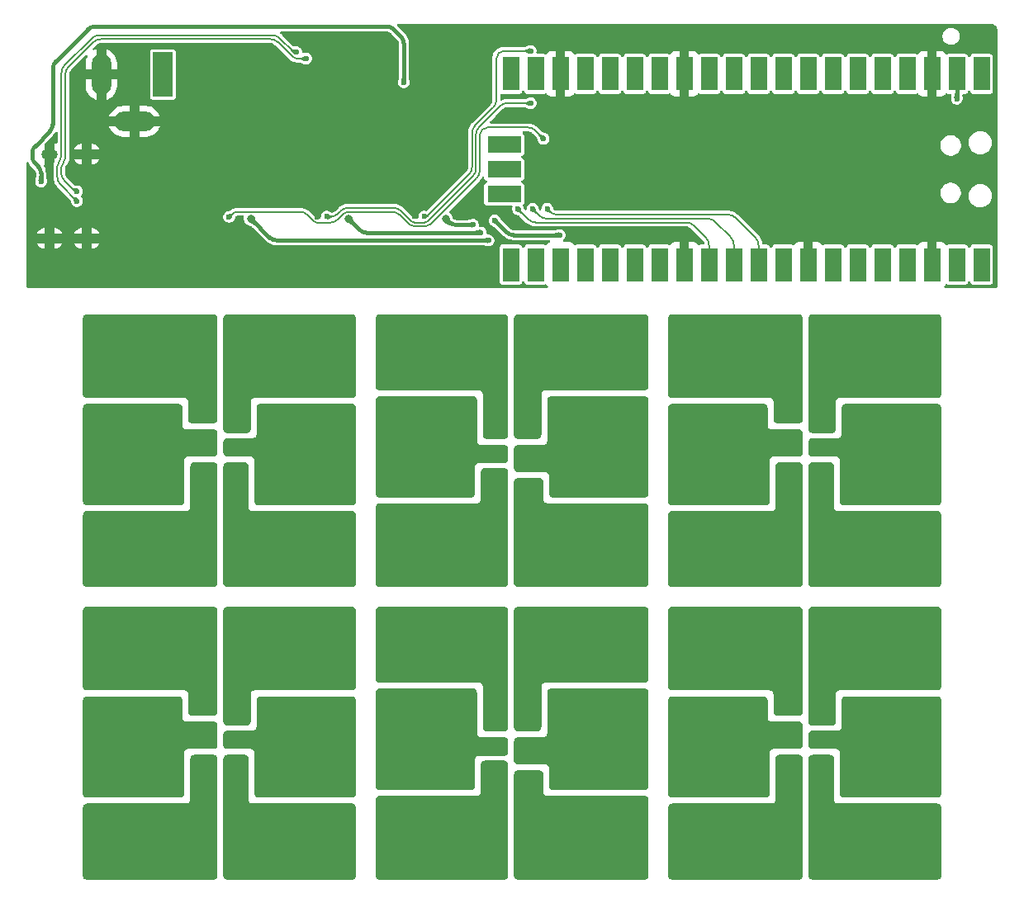
<source format=gbl>
G04 #@! TF.GenerationSoftware,KiCad,Pcbnew,9.0.1-rc2*
G04 #@! TF.CreationDate,2025-10-07T22:29:05-07:00*
G04 #@! TF.ProjectId,backlight,6261636b-6c69-4676-9874-2e6b69636164,rev?*
G04 #@! TF.SameCoordinates,Original*
G04 #@! TF.FileFunction,Copper,L2,Bot*
G04 #@! TF.FilePolarity,Positive*
%FSLAX46Y46*%
G04 Gerber Fmt 4.6, Leading zero omitted, Abs format (unit mm)*
G04 Created by KiCad (PCBNEW 9.0.1-rc2) date 2025-10-07 22:29:05*
%MOMM*%
%LPD*%
G01*
G04 APERTURE LIST*
G04 #@! TA.AperFunction,SMDPad,CuDef*
%ADD10R,3.500000X1.700000*%
G04 #@! TD*
G04 #@! TA.AperFunction,SMDPad,CuDef*
%ADD11R,1.700000X3.500000*%
G04 #@! TD*
G04 #@! TA.AperFunction,ComponentPad*
%ADD12O,4.200000X2.000000*%
G04 #@! TD*
G04 #@! TA.AperFunction,ComponentPad*
%ADD13O,2.000000X4.200000*%
G04 #@! TD*
G04 #@! TA.AperFunction,ComponentPad*
%ADD14R,2.000000X4.600000*%
G04 #@! TD*
G04 #@! TA.AperFunction,ComponentPad*
%ADD15O,1.700000X1.000000*%
G04 #@! TD*
G04 #@! TA.AperFunction,ViaPad*
%ADD16C,0.600000*%
G04 #@! TD*
G04 #@! TA.AperFunction,ViaPad*
%ADD17C,1.200000*%
G04 #@! TD*
G04 #@! TA.AperFunction,ViaPad*
%ADD18C,0.800000*%
G04 #@! TD*
G04 #@! TA.AperFunction,Conductor*
%ADD19C,0.200000*%
G04 #@! TD*
G04 #@! TA.AperFunction,Conductor*
%ADD20C,0.400000*%
G04 #@! TD*
G04 APERTURE END LIST*
D10*
X131200000Y-70595000D03*
X131200000Y-73135000D03*
X131200000Y-75675000D03*
D11*
X180130000Y-63345000D03*
X177590000Y-63345000D03*
X175050000Y-63345000D03*
X172510000Y-63345000D03*
X169970000Y-63345000D03*
X167430000Y-63345000D03*
X164890000Y-63345000D03*
X162350000Y-63345000D03*
X159810000Y-63345000D03*
X157270000Y-63345000D03*
X154730000Y-63345000D03*
X152190000Y-63345000D03*
X149650000Y-63345000D03*
X147110000Y-63345000D03*
X144570000Y-63345000D03*
X142030000Y-63345000D03*
X139490000Y-63345000D03*
X136950000Y-63345000D03*
X134410000Y-63345000D03*
X131870000Y-63345000D03*
X131870000Y-82925000D03*
X134410000Y-82925000D03*
X136950000Y-82925000D03*
X139490000Y-82925000D03*
X142030000Y-82925000D03*
X144570000Y-82925000D03*
X147110000Y-82925000D03*
X149650000Y-82925000D03*
X152190000Y-82925000D03*
X154730000Y-82925000D03*
X157270000Y-82925000D03*
X159810000Y-82925000D03*
X162350000Y-82925000D03*
X164890000Y-82925000D03*
X167430000Y-82925000D03*
X169970000Y-82925000D03*
X172510000Y-82925000D03*
X175050000Y-82925000D03*
X177590000Y-82925000D03*
X180130000Y-82925000D03*
D12*
X93300000Y-68225001D03*
D13*
X89900000Y-63425001D03*
D14*
X96200000Y-63425001D03*
D15*
X84600000Y-80220000D03*
X88400000Y-80220000D03*
X84600000Y-71580000D03*
X88400000Y-71580000D03*
D16*
X131150000Y-77200000D03*
X131050000Y-67500000D03*
X129500000Y-63725000D03*
X136875000Y-79900000D03*
X130225000Y-78375000D03*
X135600000Y-77200000D03*
X134100000Y-77200000D03*
X132600000Y-77200000D03*
X177600000Y-65900000D03*
X128800000Y-79649000D03*
X128000000Y-78850000D03*
X129600000Y-80450000D03*
X133900000Y-61000000D03*
X133900000Y-66354923D03*
X135225000Y-70000000D03*
X127400000Y-63800000D03*
X127400000Y-67200000D03*
X126450000Y-63800000D03*
X126450000Y-67200000D03*
X120450000Y-65300000D03*
X126550000Y-61875000D03*
X125500000Y-63775000D03*
X125500000Y-67175000D03*
X83700000Y-74400000D03*
X120900000Y-64225800D03*
X119640000Y-61138300D03*
X100418750Y-70587500D03*
X110425000Y-72575000D03*
X112050000Y-73325000D03*
X110425000Y-71575000D03*
X104900000Y-62500000D03*
X112050000Y-78012500D03*
X116437500Y-61138299D03*
X112050000Y-75612500D03*
X122043750Y-78000000D03*
X110425000Y-70575000D03*
X104100000Y-62500000D03*
X104100001Y-65300000D03*
X102043750Y-73337500D03*
X122043750Y-75600000D03*
X102043750Y-75625000D03*
X100418750Y-72587500D03*
X102043750Y-78025000D03*
X87675000Y-73150000D03*
X104900000Y-65300000D03*
X86700000Y-78625000D03*
X108925000Y-65900000D03*
X122043750Y-73312500D03*
X110425000Y-65900000D03*
X86700000Y-73150000D03*
X120418750Y-70562500D03*
X100418750Y-71587500D03*
X87675000Y-78625000D03*
X120418750Y-71562500D03*
X120418750Y-72562500D03*
D17*
X101000000Y-96000000D03*
X93000000Y-96000000D03*
X97000000Y-92000000D03*
X99000000Y-90000000D03*
X101000000Y-92000000D03*
X101000000Y-94000000D03*
X97000000Y-96000000D03*
X99000000Y-96000000D03*
X93000000Y-92000000D03*
X95000000Y-94000000D03*
X99000000Y-94000000D03*
D18*
X105200000Y-78200000D03*
D17*
X157000000Y-130500000D03*
X157000000Y-136500000D03*
X157000000Y-132500000D03*
X155000000Y-136500000D03*
X155000000Y-128500000D03*
X157000000Y-134500000D03*
X153000000Y-130500000D03*
X155000000Y-132500000D03*
X153000000Y-134500000D03*
X157000000Y-128500000D03*
X111000000Y-109000000D03*
X109000000Y-111000000D03*
X107000000Y-113000000D03*
X103000000Y-113000000D03*
X105000000Y-111000000D03*
X103000000Y-109000000D03*
X105000000Y-109000000D03*
X103000000Y-111000000D03*
X115200000Y-109000000D03*
X103000000Y-107500000D03*
X107000000Y-109000000D03*
X161000000Y-141000000D03*
X161000000Y-143000000D03*
X161000000Y-139000000D03*
X153000000Y-139000000D03*
X157000000Y-139000000D03*
D18*
X115200000Y-78200000D03*
D17*
X159000000Y-141000000D03*
X157000000Y-143000000D03*
X159000000Y-139000000D03*
X161000000Y-137000000D03*
X155000000Y-141000000D03*
X105000000Y-94000000D03*
X103000000Y-96000000D03*
X105000000Y-90000000D03*
X103000000Y-92000000D03*
X105000000Y-96000000D03*
X109000000Y-94000000D03*
X103000000Y-94000000D03*
X111000000Y-92000000D03*
X107000000Y-92000000D03*
X111000000Y-96000000D03*
X115200000Y-88800000D03*
X107000000Y-96000000D03*
X93000000Y-104500000D03*
X88800000Y-118800000D03*
X101000000Y-122000000D03*
X99000000Y-124000000D03*
X97000000Y-106500000D03*
X99000000Y-120000000D03*
X97000000Y-126000000D03*
X93000000Y-100500000D03*
X99000000Y-126000000D03*
X97000000Y-122000000D03*
X97000000Y-100500000D03*
X97000000Y-104500000D03*
X101000000Y-124000000D03*
X95000000Y-124000000D03*
X95000000Y-106500000D03*
X93000000Y-126000000D03*
X93000000Y-122000000D03*
X97000000Y-102500000D03*
X95000000Y-98500000D03*
X101000000Y-126000000D03*
X95000000Y-102500000D03*
X97000000Y-98500000D03*
X133000001Y-140000001D03*
X137000001Y-142000001D03*
X97000000Y-134500000D03*
X135000001Y-140000001D03*
X95000000Y-136500000D03*
X133000001Y-142000001D03*
X97000000Y-136500000D03*
X93000000Y-134500000D03*
X88800000Y-136800000D03*
X95000000Y-132500000D03*
X95000000Y-128500000D03*
X133000001Y-138000001D03*
X97000000Y-128500000D03*
X141000001Y-142000001D03*
X93000000Y-130500000D03*
X97000000Y-132500000D03*
X97000000Y-130500000D03*
X139000001Y-140000001D03*
X135000001Y-144000001D03*
X141000001Y-138000000D03*
X137000001Y-138000001D03*
X135000002Y-138000000D03*
X135000001Y-107999999D03*
X139000001Y-131500001D03*
X133000000Y-112000000D03*
X137000000Y-108000000D03*
X141000000Y-112000000D03*
X137000002Y-135500001D03*
X135000000Y-110000000D03*
X137000001Y-133500001D03*
X139000000Y-110000000D03*
X141000001Y-133500001D03*
X133000000Y-108000000D03*
X133000000Y-110000000D03*
X137000002Y-131500001D03*
X137000001Y-129500001D03*
X137000000Y-112000000D03*
X139000001Y-127500001D03*
X139000001Y-135500001D03*
X137000001Y-127500002D03*
X135000000Y-114000000D03*
X141000000Y-107999999D03*
X141000001Y-129500002D03*
X161000000Y-94000000D03*
X137000001Y-101500000D03*
X161000000Y-92000000D03*
X137000000Y-103500000D03*
X141000000Y-103500000D03*
X139000000Y-105500000D03*
X157000000Y-96000000D03*
X139000000Y-101500000D03*
X137000000Y-99500000D03*
X159000000Y-96000000D03*
X137000000Y-97500001D03*
X153000000Y-96000000D03*
X159000000Y-90000000D03*
X153000000Y-92000000D03*
X141000000Y-99500001D03*
X159000000Y-94000000D03*
X145200000Y-97200000D03*
X139000000Y-97500000D03*
X157000000Y-92000000D03*
X161000000Y-96000000D03*
X137000001Y-105500000D03*
X155000000Y-94000000D03*
X157000000Y-106500000D03*
X153000000Y-104500000D03*
X155000000Y-102500000D03*
X161000000Y-124000000D03*
X153000000Y-126000000D03*
X153000000Y-100500000D03*
X157000000Y-102500000D03*
X155000000Y-106500000D03*
X159000000Y-120000000D03*
X157000000Y-104500000D03*
X153000000Y-122000000D03*
X155000000Y-124000000D03*
X155000000Y-98500000D03*
X157000000Y-126000000D03*
X161000000Y-126000000D03*
X159000000Y-124000000D03*
X157000000Y-122000000D03*
X159000000Y-126000000D03*
X157000000Y-98500000D03*
X148800000Y-118800000D03*
X157000000Y-100500000D03*
X161000000Y-122000000D03*
X101000000Y-109000000D03*
X105000000Y-141000000D03*
X101000000Y-111000000D03*
X107000000Y-139000000D03*
X99000000Y-111000000D03*
X101000000Y-107500000D03*
X103000000Y-141000000D03*
X107000000Y-143000000D03*
X99000000Y-109000000D03*
X111000000Y-139000000D03*
X105000000Y-139000000D03*
X115200000Y-144600000D03*
X93000000Y-109000000D03*
X103000000Y-139000000D03*
X97000000Y-113000000D03*
X95000000Y-111000000D03*
X103000000Y-137500000D03*
X101000000Y-113000000D03*
X109000000Y-141000000D03*
X103000000Y-143000000D03*
X97000000Y-109000000D03*
X129000000Y-125000000D03*
X101000000Y-137500000D03*
X131000000Y-127000000D03*
X118800000Y-125000000D03*
X101000000Y-143000000D03*
X97000000Y-143000000D03*
X99000000Y-141000000D03*
X99000000Y-139000000D03*
X97000000Y-139000000D03*
X131000002Y-125000000D03*
X131000000Y-123000000D03*
X101000000Y-139000000D03*
X101000000Y-141000000D03*
X131000001Y-121000001D03*
X93000000Y-139000000D03*
X129000001Y-123000000D03*
X127000001Y-121000001D03*
X95000000Y-141000000D03*
X123000001Y-125000000D03*
X125000001Y-123000000D03*
X127000001Y-125000000D03*
X131000001Y-94999999D03*
X130999999Y-92999999D03*
X125000000Y-92999999D03*
X118800000Y-95000000D03*
X133000000Y-125000000D03*
X131000000Y-91000000D03*
X127000000Y-94999999D03*
X133000002Y-123000000D03*
X135000001Y-123000000D03*
X133000001Y-121000000D03*
X129000000Y-92999999D03*
X135000002Y-125000000D03*
X123000000Y-94999999D03*
X137000001Y-121000000D03*
X141000001Y-125000000D03*
X127000000Y-91000000D03*
X133000002Y-127000000D03*
X137000001Y-125000000D03*
X128999999Y-94999999D03*
X139000001Y-123000000D03*
X130999999Y-96999999D03*
X135000001Y-94999999D03*
X163000000Y-111000000D03*
X163000000Y-107500000D03*
X163000000Y-115400000D03*
X133000001Y-92999999D03*
X133000001Y-96999999D03*
X163000000Y-113000000D03*
X133000000Y-90999999D03*
X167000000Y-109000000D03*
X165000000Y-111000000D03*
X163000000Y-109000000D03*
X169000000Y-111000000D03*
X137000000Y-94999999D03*
X165000000Y-109000000D03*
X132999999Y-94999999D03*
X135000000Y-92999999D03*
X139000000Y-92999999D03*
X167000000Y-113000000D03*
X171000000Y-109000000D03*
X141000000Y-94999999D03*
X137000000Y-90999999D03*
X157000000Y-113000000D03*
X171000000Y-139000000D03*
X155000000Y-111000000D03*
X167000000Y-139000000D03*
X159000000Y-109000000D03*
X161000000Y-109000000D03*
X163000000Y-143000000D03*
X161000000Y-107500000D03*
X165000000Y-141000000D03*
X157000000Y-109000000D03*
X161000000Y-113000000D03*
X169000000Y-141000000D03*
X163000000Y-139000000D03*
X165000000Y-139000000D03*
X163000000Y-137000000D03*
X161000000Y-111000000D03*
X153000000Y-109000000D03*
X163000000Y-141000000D03*
X159000000Y-111000000D03*
X167000000Y-143000000D03*
X107000000Y-102500000D03*
X111000000Y-100500000D03*
X107000000Y-100500000D03*
X109000000Y-98500000D03*
X107000000Y-106500000D03*
X103000000Y-122000000D03*
X111000000Y-126000000D03*
X105000000Y-124000000D03*
X109000000Y-124000000D03*
X103000000Y-126000000D03*
X109000000Y-102500000D03*
X107000000Y-104500000D03*
X109000000Y-106500000D03*
X103000000Y-124000000D03*
X107000000Y-122000000D03*
X111000000Y-122000000D03*
X105000000Y-126000000D03*
X107000000Y-126000000D03*
X105000000Y-120000000D03*
X107000000Y-98500000D03*
X111000000Y-104500000D03*
D16*
X102993750Y-78037500D03*
X112993750Y-78000000D03*
X122993750Y-77987500D03*
D17*
X165000000Y-126000000D03*
X167000000Y-122000000D03*
X167000000Y-126000000D03*
X163000000Y-126000000D03*
X163000000Y-124000000D03*
X169000000Y-98500000D03*
X167000000Y-100500000D03*
X163000000Y-122000000D03*
X172400000Y-106800000D03*
X172400000Y-118800000D03*
X171000000Y-126000000D03*
X167000000Y-104500000D03*
X167000000Y-106500000D03*
X167000000Y-102500000D03*
X165000000Y-120000000D03*
X171000000Y-122000000D03*
X171000000Y-100500000D03*
X169000000Y-106500000D03*
X165000000Y-124000000D03*
X167000000Y-98500000D03*
X169000000Y-102500000D03*
X171000000Y-104500000D03*
X169000000Y-124000000D03*
X126999999Y-101500000D03*
X127000000Y-99500001D03*
X171000000Y-92000000D03*
X163000000Y-94000000D03*
X163000000Y-96000000D03*
X163000000Y-92000000D03*
X127000000Y-97500001D03*
X127000000Y-103500000D03*
X165000000Y-94000000D03*
X123000000Y-103500000D03*
X125000000Y-101500000D03*
X171000000Y-96000000D03*
X125000000Y-105500000D03*
X169000000Y-94000000D03*
X165000000Y-96000000D03*
X125000000Y-97500000D03*
X123000000Y-99500000D03*
X167000000Y-92000000D03*
X167000000Y-96000000D03*
X165000000Y-90000000D03*
X126999999Y-105500000D03*
X127000001Y-129500002D03*
X125000001Y-135500001D03*
X127000000Y-108000000D03*
X129000000Y-110000000D03*
X127000001Y-133500001D03*
X129000000Y-114000000D03*
X125000001Y-127500001D03*
X123000001Y-133500001D03*
X131000000Y-108000000D03*
X123000000Y-112000000D03*
X131000000Y-110000000D03*
X125000001Y-131500001D03*
X128999999Y-107999999D03*
X123000001Y-129500001D03*
X125000000Y-110000000D03*
X131000000Y-112000000D03*
X127000000Y-135500001D03*
X123000000Y-108000000D03*
X127000000Y-131500001D03*
X127000000Y-112000000D03*
X127000001Y-127500002D03*
X118800000Y-115200000D03*
X107000000Y-130500000D03*
X127000001Y-138000001D03*
X129000000Y-138000000D03*
X107000000Y-128500000D03*
X131000001Y-138000001D03*
X129000001Y-144000001D03*
X123000001Y-142000001D03*
X127000001Y-142000001D03*
X115200000Y-136800000D03*
X123000001Y-138000001D03*
X131000001Y-142000001D03*
X109000000Y-132500000D03*
X111000000Y-134500000D03*
X129000001Y-140000001D03*
X111000000Y-130500000D03*
X125000001Y-140000001D03*
X109000000Y-136500000D03*
X107000000Y-136500000D03*
X107000000Y-132500000D03*
X131000001Y-140000001D03*
X107000000Y-134500000D03*
X109000000Y-128500000D03*
X167000000Y-136500000D03*
X169000000Y-136500000D03*
X171000000Y-130500000D03*
X169000000Y-128500000D03*
X169000000Y-132500000D03*
D18*
X125200000Y-78200000D03*
D17*
X167000000Y-134500000D03*
X167000000Y-132500000D03*
X173400000Y-128000000D03*
X167000000Y-130500000D03*
X167000000Y-128500000D03*
X171000000Y-134500000D03*
D16*
X110875000Y-61788300D03*
X87400000Y-75400000D03*
X87400000Y-76400000D03*
X109900001Y-61138300D03*
D19*
X127899000Y-72914300D02*
G75*
G02*
X127580240Y-73683848I-1088300J0D01*
G01*
X130400000Y-66015008D02*
G75*
G02*
X130081236Y-66784552I-1088300J8D01*
G01*
X123386716Y-77877374D02*
G75*
G02*
X123366223Y-77897476I-1056516J1056574D01*
G01*
X123304904Y-77941321D02*
G75*
G02*
X123223921Y-77974866I-167904J290821D01*
G01*
X123157588Y-77987062D02*
G75*
G02*
X123112749Y-77987501I-44988J2305462D01*
G01*
X128217758Y-68648041D02*
G75*
G03*
X127898991Y-69417591I769542J-769559D01*
G01*
X123349534Y-77913324D02*
G75*
G02*
X123335688Y-77923552I-52234J56224D01*
G01*
X130625000Y-61225000D02*
G75*
G03*
X130399999Y-61768198I543200J-543200D01*
G01*
X131168198Y-61000000D02*
G75*
G03*
X130625001Y-61225001I2J-768200D01*
G01*
X123362121Y-77901423D02*
G75*
G02*
X123349534Y-77913324I-693421J720823D01*
G01*
X123201664Y-77980823D02*
G75*
G02*
X123157588Y-77987058I-47664J178023D01*
G01*
X115656963Y-77098500D02*
G75*
G03*
X115654449Y-77097984I-2563J-6100D01*
G01*
X115656963Y-77098500D02*
G75*
G03*
X115659477Y-77099006I2537J6100D01*
G01*
X131528768Y-66354923D02*
G75*
G03*
X130759241Y-66673703I32J-1088277D01*
G01*
X128618758Y-68814141D02*
G75*
G03*
X128299991Y-69583691I769542J-769559D01*
G01*
X128300000Y-73080399D02*
G75*
G02*
X127981240Y-73849948I-1088300J-1D01*
G01*
X128921558Y-69078441D02*
G75*
G03*
X128700007Y-69613331I534842J-534859D01*
G01*
X134400641Y-69175641D02*
G75*
G03*
X133631091Y-68856892I-769541J-769559D01*
G01*
X115490863Y-77499500D02*
G75*
G03*
X115488349Y-77498984I-2563J-6100D01*
G01*
X128700000Y-73257842D02*
G75*
G02*
X128381219Y-74027370I-1088300J42D01*
G01*
X115490863Y-77499500D02*
G75*
G03*
X115493377Y-77500006I2537J6100D01*
G01*
X129456448Y-68856883D02*
G75*
G03*
X128921541Y-69078424I-48J-756417D01*
G01*
X85586500Y-72317479D02*
G75*
G03*
X85372999Y-72832913I515400J-515421D01*
G01*
X85800000Y-71802044D02*
G75*
G02*
X85586471Y-72317450I-728900J44D01*
G01*
X89650791Y-59400000D02*
G75*
G03*
X88881248Y-59718764I9J-1088300D01*
G01*
X109545774Y-61045774D02*
G75*
G03*
X109769150Y-61138335I223426J223374D01*
G01*
X86118758Y-62481241D02*
G75*
G03*
X85799991Y-63250791I769542J-769559D01*
G01*
X85373000Y-73922208D02*
G75*
G03*
X85691764Y-74691752I1088300J8D01*
G01*
X108218758Y-59718758D02*
G75*
G03*
X107449208Y-59399992I-769558J-769542D01*
G01*
X89816891Y-59801000D02*
G75*
G03*
X89047348Y-60119764I9J-1088300D01*
G01*
X87129289Y-75329289D02*
G75*
G03*
X87300000Y-75400006I170711J170689D01*
G01*
X86201000Y-71968144D02*
G75*
G02*
X85987471Y-72483550I-728900J44D01*
G01*
X108019758Y-60119758D02*
G75*
G03*
X107250208Y-59800992I-769558J-769542D01*
G01*
X109515281Y-61615281D02*
G75*
G03*
X109932986Y-61788317I417719J417681D01*
G01*
X85987500Y-72483579D02*
G75*
G03*
X85773999Y-72999013I515400J-515421D01*
G01*
X85774000Y-73523208D02*
G75*
G03*
X86092764Y-74292752I1088300J8D01*
G01*
X86519758Y-62647341D02*
G75*
G03*
X86200991Y-63416891I769542J-769559D01*
G01*
X135900000Y-77500000D02*
G75*
G03*
X136624264Y-77800015I724300J724300D01*
G01*
X154918758Y-78118758D02*
G75*
G03*
X154149208Y-77799992I-769558J-769542D01*
G01*
X156951241Y-80151241D02*
G75*
G02*
X157270008Y-80920791I-769541J-769559D01*
G01*
X134781241Y-77881241D02*
G75*
G03*
X135550791Y-78200008I769559J769541D01*
G01*
X152818758Y-78518758D02*
G75*
G03*
X152049208Y-78199992I-769558J-769542D01*
G01*
X154411241Y-80111241D02*
G75*
G02*
X154730008Y-80880791I-769541J-769559D01*
G01*
X133681241Y-78281241D02*
G75*
G03*
X134450791Y-78600008I769559J769541D01*
G01*
X150618758Y-78918758D02*
G75*
G03*
X149849208Y-78599992I-769558J-769542D01*
G01*
X151871241Y-80171241D02*
G75*
G02*
X152190008Y-80940791I-769541J-769559D01*
G01*
D20*
X84925000Y-68474208D02*
G75*
G02*
X84606236Y-69243752I-1088300J8D01*
G01*
X83118758Y-70731241D02*
G75*
G03*
X82799991Y-71500791I769542J-769559D01*
G01*
X83381241Y-72831241D02*
G75*
G02*
X83700008Y-73600791I-769541J-769559D01*
G01*
X119918758Y-58818758D02*
G75*
G03*
X119149208Y-58499992I-769558J-769542D01*
G01*
X120581241Y-59481241D02*
G75*
G02*
X120900008Y-60250791I-769541J-769559D01*
G01*
X82800000Y-71799208D02*
G75*
G03*
X83118764Y-72568752I1088300J8D01*
G01*
X85243757Y-62056241D02*
G75*
G03*
X84924991Y-62825791I769543J-769559D01*
G01*
X89250791Y-58500000D02*
G75*
G03*
X88481247Y-58818764I9J-1088300D01*
G01*
X177595000Y-64240000D02*
G75*
G03*
X177595000Y-64250000I5000J-5000D01*
G01*
X131431241Y-79581241D02*
G75*
G03*
X132200791Y-79900008I769559J769541D01*
G01*
X177595000Y-64250000D02*
G75*
G02*
X177600012Y-64262071I-12100J-12100D01*
G01*
X129068628Y-80450000D02*
X128131372Y-80450000D01*
X120900000Y-64225800D02*
X120900000Y-60250791D01*
X119918758Y-58818758D02*
X120581241Y-59481241D01*
X85243757Y-62056241D02*
X88481241Y-58818758D01*
X84925000Y-68474208D02*
X84925000Y-62825791D01*
X119149208Y-58500000D02*
X89250791Y-58500000D01*
X84606241Y-69243757D02*
X83118758Y-70731241D01*
X82800000Y-71500791D02*
X82800000Y-71799208D01*
X83700000Y-74400000D02*
X83700000Y-73600791D01*
X83381241Y-72831241D02*
X83118758Y-72568758D01*
D19*
X109545774Y-61045774D02*
X108218758Y-59718758D01*
X109900001Y-61138300D02*
X109769150Y-61138300D01*
X85373000Y-72832913D02*
X85373000Y-73922208D01*
X85800000Y-71802044D02*
X85800000Y-63250791D01*
X87400000Y-76400000D02*
X85691758Y-74691758D01*
X88881241Y-59718757D02*
X86118758Y-62481241D01*
X89650791Y-59400000D02*
X107449208Y-59400000D01*
D20*
X131431241Y-79581241D02*
X130225000Y-78375000D01*
X136875000Y-79900000D02*
X132200791Y-79900000D01*
D19*
X122993750Y-77987500D02*
X123112749Y-77987500D01*
X123223920Y-77974861D02*
X123201664Y-77980823D01*
X123304904Y-77941321D02*
X123335687Y-77923550D01*
X123366223Y-77897476D02*
X123362121Y-77901423D01*
X130081241Y-66784557D02*
X128217758Y-68648041D01*
X130400000Y-66015008D02*
X130400000Y-61768198D01*
X127899000Y-72914300D02*
X127899000Y-69417591D01*
X133900000Y-61000000D02*
X131168198Y-61000000D01*
X127580241Y-73683849D02*
X123386716Y-77877374D01*
X134400641Y-69175641D02*
X135225000Y-70000000D01*
X133631091Y-68856883D02*
X129456448Y-68856883D01*
X123636640Y-78771994D02*
X128381241Y-74027392D01*
X123081357Y-79002000D02*
X121964099Y-79002000D01*
X119675915Y-77500000D02*
X115493377Y-77500000D01*
X115200000Y-77499000D02*
X115488349Y-77499000D01*
X114704317Y-77704318D02*
X114113893Y-78294741D01*
X111998847Y-78613500D02*
X113344344Y-78613500D01*
X111661198Y-78473641D02*
X111006315Y-77818758D01*
X110236765Y-77500000D02*
X103911319Y-77500000D01*
X103262500Y-77768750D02*
X102993750Y-78037500D01*
X114704317Y-77704318D02*
G75*
G02*
X115200000Y-77498999I495683J-495682D01*
G01*
X114113893Y-78294741D02*
G75*
G02*
X113344344Y-78613532I-769593J769541D01*
G01*
X121964099Y-79002000D02*
G75*
G02*
X121391551Y-78764840I1J809700D01*
G01*
X120445465Y-77818758D02*
X121391549Y-78764842D01*
X123636640Y-78771994D02*
G75*
G02*
X123081357Y-79001966I-555240J555294D01*
G01*
X111661198Y-78473641D02*
G75*
G03*
X111998847Y-78613469I337602J337641D01*
G01*
X110236765Y-77500000D02*
G75*
G02*
X111006331Y-77818742I35J-1088300D01*
G01*
X128700000Y-69613331D02*
X128700000Y-73257842D01*
X103911319Y-77500000D02*
G75*
G03*
X103262484Y-77768734I-19J-917600D01*
G01*
X120445465Y-77818758D02*
G75*
G03*
X119675915Y-77499987I-769565J-769542D01*
G01*
X131528768Y-66354923D02*
X133900000Y-66354923D01*
X130759218Y-66673680D02*
X128618758Y-68814141D01*
X128300000Y-69583691D02*
X128300000Y-73080399D01*
X123371822Y-78459369D02*
X127981241Y-73849949D01*
X121981859Y-78601000D02*
X123029894Y-78601000D01*
X121662542Y-78468735D02*
X120611565Y-77417758D01*
X115659477Y-77099000D02*
X119842015Y-77099000D01*
X123029894Y-78601000D02*
G75*
G03*
X123371833Y-78459380I6J483600D01*
G01*
X114141273Y-77700262D02*
X114424777Y-77416758D01*
X120611565Y-77417758D02*
G75*
G03*
X119842015Y-77098987I-769565J-769542D01*
G01*
X114424777Y-77416758D02*
G75*
G02*
X115194327Y-77098017I769523J-769542D01*
G01*
X121981859Y-78601000D02*
G75*
G02*
X121662559Y-78468718I41J451600D01*
G01*
X113417643Y-78000000D02*
G75*
G03*
X114141259Y-77700248I-43J1023400D01*
G01*
X112993750Y-78000000D02*
X113417643Y-78000000D01*
X115654449Y-77098000D02*
X115194327Y-77098000D01*
X109932986Y-61788300D02*
X110875000Y-61788300D01*
X108019758Y-60119758D02*
X109515281Y-61615281D01*
X89816891Y-59801000D02*
X107250208Y-59801000D01*
X86201000Y-71968144D02*
X86201000Y-63416891D01*
X89047341Y-60119757D02*
X86519758Y-62647341D01*
X87129289Y-75329289D02*
X86092758Y-74292758D01*
X87300000Y-75400000D02*
X87400000Y-75400000D01*
X85774000Y-72999013D02*
X85774000Y-73523208D01*
D20*
X105200000Y-78200000D02*
X107131241Y-80131241D01*
X129600000Y-80450000D02*
X129068628Y-80450000D01*
X128131372Y-80450000D02*
X107900791Y-80450000D01*
X107900791Y-80450000D02*
G75*
G02*
X107131247Y-80131235I9J1088300D01*
G01*
X116330241Y-79330241D02*
X115200000Y-78200000D01*
X117099791Y-79649000D02*
G75*
G02*
X116330247Y-79330235I9J1088300D01*
G01*
X117099791Y-79649000D02*
X128800000Y-79649000D01*
X125200000Y-78200000D02*
X125531241Y-78531241D01*
X125531241Y-78531241D02*
G75*
G03*
X126300791Y-78850008I769559J769541D01*
G01*
X128000000Y-78850000D02*
X126300791Y-78850000D01*
D19*
X150618758Y-78918758D02*
X151871241Y-80171241D01*
X134450791Y-78600000D02*
X149849208Y-78600000D01*
X152190000Y-80940791D02*
X152190000Y-82025000D01*
X133681241Y-78281241D02*
X132600000Y-77200000D01*
X154730000Y-80880791D02*
X154730000Y-82025000D01*
X152818758Y-78518758D02*
X154411241Y-80111241D01*
X134781241Y-77881241D02*
X134100000Y-77200000D01*
X135550791Y-78200000D02*
X152049208Y-78200000D01*
X135900000Y-77500000D02*
X135600000Y-77200000D01*
X136624264Y-77800000D02*
X154149208Y-77800000D01*
X154918758Y-78118758D02*
X156951241Y-80151241D01*
X157270000Y-80920791D02*
X157270000Y-82025000D01*
D20*
X177600000Y-64262071D02*
X177600000Y-65900000D01*
X177595000Y-64240000D02*
X177600000Y-64235000D01*
G04 #@! TA.AperFunction,Conductor*
G36*
X181006061Y-58201097D02*
G01*
X181016051Y-58202080D01*
X181143824Y-58214665D01*
X181167652Y-58219404D01*
X181294277Y-58257815D01*
X181316725Y-58267114D01*
X181433406Y-58329482D01*
X181453616Y-58342986D01*
X181555891Y-58426920D01*
X181573079Y-58444108D01*
X181657012Y-58546381D01*
X181670517Y-58566593D01*
X181732883Y-58683271D01*
X181742186Y-58705728D01*
X181776601Y-58819180D01*
X181780593Y-58832338D01*
X181785335Y-58856180D01*
X181798903Y-58993938D01*
X181799500Y-59006092D01*
X181799500Y-85162497D01*
X181789899Y-85195192D01*
X181780762Y-85228040D01*
X181780074Y-85228653D01*
X181779815Y-85229536D01*
X181754080Y-85251834D01*
X181728617Y-85274544D01*
X181727460Y-85274901D01*
X181727011Y-85275291D01*
X181694898Y-85284969D01*
X181609640Y-85298473D01*
X181590244Y-85300000D01*
X176428151Y-85300000D01*
X176361112Y-85280315D01*
X176315357Y-85227511D01*
X176305413Y-85158353D01*
X176329775Y-85100513D01*
X176429047Y-84971140D01*
X176431593Y-84973094D01*
X176471240Y-84935271D01*
X176539844Y-84922029D01*
X176578175Y-84932036D01*
X176670009Y-84972585D01*
X176695135Y-84975500D01*
X178484864Y-84975499D01*
X178484879Y-84975497D01*
X178484882Y-84975497D01*
X178509987Y-84972586D01*
X178509988Y-84972585D01*
X178509991Y-84972585D01*
X178612765Y-84927206D01*
X178692206Y-84847765D01*
X178737585Y-84744991D01*
X178737585Y-84744988D01*
X178740033Y-84735993D01*
X178743071Y-84736819D01*
X178764082Y-84687237D01*
X178821795Y-84647856D01*
X178891639Y-84645928D01*
X178951436Y-84682067D01*
X178978126Y-84736487D01*
X178979965Y-84735987D01*
X178982415Y-84744991D01*
X179027793Y-84847764D01*
X179027794Y-84847765D01*
X179107235Y-84927206D01*
X179210009Y-84972585D01*
X179235135Y-84975500D01*
X181024864Y-84975499D01*
X181024879Y-84975497D01*
X181024882Y-84975497D01*
X181049987Y-84972586D01*
X181049988Y-84972585D01*
X181049991Y-84972585D01*
X181152765Y-84927206D01*
X181232206Y-84847765D01*
X181277585Y-84744991D01*
X181280500Y-84719865D01*
X181280499Y-81130136D01*
X181280497Y-81130117D01*
X181277586Y-81105012D01*
X181277585Y-81105010D01*
X181277585Y-81105009D01*
X181232206Y-81002235D01*
X181152765Y-80922794D01*
X181134665Y-80914802D01*
X181049992Y-80877415D01*
X181024865Y-80874500D01*
X179235143Y-80874500D01*
X179235117Y-80874502D01*
X179210012Y-80877413D01*
X179210008Y-80877415D01*
X179107235Y-80922793D01*
X179027794Y-81002234D01*
X178982415Y-81105006D01*
X178979967Y-81114007D01*
X178976934Y-81113181D01*
X178955885Y-81162801D01*
X178898156Y-81202159D01*
X178828312Y-81204058D01*
X178768529Y-81167895D01*
X178741882Y-81113510D01*
X178740035Y-81114013D01*
X178737585Y-81105012D01*
X178737585Y-81105009D01*
X178692206Y-81002235D01*
X178612765Y-80922794D01*
X178594665Y-80914802D01*
X178509992Y-80877415D01*
X178484865Y-80874500D01*
X176695143Y-80874500D01*
X176695117Y-80874502D01*
X176670012Y-80877413D01*
X176670010Y-80877414D01*
X176578174Y-80917963D01*
X176508896Y-80927034D01*
X176445711Y-80897209D01*
X176430098Y-80878051D01*
X176429046Y-80878859D01*
X176327924Y-80747075D01*
X176202586Y-80650899D01*
X176056634Y-80590445D01*
X176056630Y-80590444D01*
X175939330Y-80575000D01*
X175550000Y-80575000D01*
X175550000Y-82801000D01*
X175530315Y-82868039D01*
X175477511Y-82913794D01*
X175426000Y-82925000D01*
X174674000Y-82925000D01*
X174606961Y-82905315D01*
X174561206Y-82852511D01*
X174550000Y-82801000D01*
X174550000Y-80575000D01*
X174160675Y-80575000D01*
X174043371Y-80590442D01*
X174043366Y-80590444D01*
X173897414Y-80650899D01*
X173772075Y-80747075D01*
X173670954Y-80878859D01*
X173668426Y-80876919D01*
X173628616Y-80914802D01*
X173559995Y-80927954D01*
X173521823Y-80917962D01*
X173429996Y-80877416D01*
X173429991Y-80877415D01*
X173404865Y-80874500D01*
X171615143Y-80874500D01*
X171615117Y-80874502D01*
X171590012Y-80877413D01*
X171590008Y-80877415D01*
X171487235Y-80922793D01*
X171407794Y-81002234D01*
X171362415Y-81105006D01*
X171359967Y-81114007D01*
X171356934Y-81113181D01*
X171335885Y-81162801D01*
X171278156Y-81202159D01*
X171208312Y-81204058D01*
X171148529Y-81167895D01*
X171121882Y-81113510D01*
X171120035Y-81114013D01*
X171117585Y-81105012D01*
X171117585Y-81105009D01*
X171072206Y-81002235D01*
X170992765Y-80922794D01*
X170974665Y-80914802D01*
X170889992Y-80877415D01*
X170864865Y-80874500D01*
X169075143Y-80874500D01*
X169075117Y-80874502D01*
X169050012Y-80877413D01*
X169050008Y-80877415D01*
X168947235Y-80922793D01*
X168867794Y-81002234D01*
X168822415Y-81105006D01*
X168819967Y-81114007D01*
X168816934Y-81113181D01*
X168795885Y-81162801D01*
X168738156Y-81202159D01*
X168668312Y-81204058D01*
X168608529Y-81167895D01*
X168581882Y-81113510D01*
X168580035Y-81114013D01*
X168577585Y-81105012D01*
X168577585Y-81105009D01*
X168532206Y-81002235D01*
X168452765Y-80922794D01*
X168434665Y-80914802D01*
X168349992Y-80877415D01*
X168324865Y-80874500D01*
X166535143Y-80874500D01*
X166535117Y-80874502D01*
X166510012Y-80877413D01*
X166510008Y-80877415D01*
X166407235Y-80922793D01*
X166327794Y-81002234D01*
X166282415Y-81105006D01*
X166279967Y-81114007D01*
X166276934Y-81113181D01*
X166255885Y-81162801D01*
X166198156Y-81202159D01*
X166128312Y-81204058D01*
X166068529Y-81167895D01*
X166041882Y-81113510D01*
X166040035Y-81114013D01*
X166037585Y-81105012D01*
X166037585Y-81105009D01*
X165992206Y-81002235D01*
X165912765Y-80922794D01*
X165894665Y-80914802D01*
X165809992Y-80877415D01*
X165784865Y-80874500D01*
X163995143Y-80874500D01*
X163995117Y-80874502D01*
X163970012Y-80877413D01*
X163970010Y-80877414D01*
X163878174Y-80917963D01*
X163808896Y-80927034D01*
X163745711Y-80897209D01*
X163730098Y-80878051D01*
X163729046Y-80878859D01*
X163627924Y-80747075D01*
X163502586Y-80650899D01*
X163356634Y-80590445D01*
X163356630Y-80590444D01*
X163239330Y-80575000D01*
X162850000Y-80575000D01*
X162850000Y-82801000D01*
X162830315Y-82868039D01*
X162777511Y-82913794D01*
X162726000Y-82925000D01*
X161974000Y-82925000D01*
X161906961Y-82905315D01*
X161861206Y-82852511D01*
X161850000Y-82801000D01*
X161850000Y-80575000D01*
X161460675Y-80575000D01*
X161343371Y-80590442D01*
X161343366Y-80590444D01*
X161197414Y-80650899D01*
X161072075Y-80747075D01*
X160970954Y-80878859D01*
X160968426Y-80876919D01*
X160928616Y-80914802D01*
X160859995Y-80927954D01*
X160821823Y-80917962D01*
X160729996Y-80877416D01*
X160729991Y-80877415D01*
X160704865Y-80874500D01*
X158915143Y-80874500D01*
X158915117Y-80874502D01*
X158890012Y-80877413D01*
X158890008Y-80877415D01*
X158787235Y-80922793D01*
X158707794Y-81002234D01*
X158662415Y-81105006D01*
X158659967Y-81114007D01*
X158656934Y-81113181D01*
X158635885Y-81162801D01*
X158578156Y-81202159D01*
X158508312Y-81204058D01*
X158448529Y-81167895D01*
X158421882Y-81113510D01*
X158420035Y-81114013D01*
X158417585Y-81105012D01*
X158417585Y-81105009D01*
X158372206Y-81002235D01*
X158292765Y-80922794D01*
X158274665Y-80914802D01*
X158189992Y-80877415D01*
X158164868Y-80874500D01*
X158164865Y-80874500D01*
X157786005Y-80874500D01*
X157718966Y-80854815D01*
X157673211Y-80802011D01*
X157663066Y-80766687D01*
X157650239Y-80669269D01*
X157645031Y-80629711D01*
X157594517Y-80441198D01*
X157519829Y-80260891D01*
X157422245Y-80091875D01*
X157358477Y-80008772D01*
X157303441Y-79937049D01*
X157303433Y-79937040D01*
X155159218Y-77792825D01*
X155159124Y-77792742D01*
X155132952Y-77766570D01*
X155132943Y-77766562D01*
X154978122Y-77647762D01*
X154978119Y-77647760D01*
X154809104Y-77550177D01*
X154628798Y-77475490D01*
X154628796Y-77475489D01*
X154628795Y-77475489D01*
X154511707Y-77444115D01*
X154440285Y-77424977D01*
X154440280Y-77424976D01*
X154440278Y-77424976D01*
X154246791Y-77399500D01*
X154201937Y-77399500D01*
X154201935Y-77399500D01*
X136630376Y-77399500D01*
X136618218Y-77398903D01*
X136514739Y-77388708D01*
X136490899Y-77383965D01*
X136397256Y-77355556D01*
X136374800Y-77346254D01*
X136366070Y-77341587D01*
X136288497Y-77300122D01*
X136268290Y-77286620D01*
X136252372Y-77273556D01*
X136213038Y-77215810D01*
X136207900Y-77192300D01*
X136205905Y-77175472D01*
X136200500Y-77129874D01*
X136200500Y-77120943D01*
X136198435Y-77113237D01*
X136197525Y-77106629D01*
X136197387Y-77105750D01*
X136197386Y-77105746D01*
X136197383Y-77105725D01*
X136193910Y-77087314D01*
X136193909Y-77087308D01*
X136190764Y-77079911D01*
X136185105Y-77063490D01*
X136181997Y-77051891D01*
X136159577Y-76968216D01*
X136150571Y-76952617D01*
X136080524Y-76831290D01*
X136080518Y-76831282D01*
X135968717Y-76719481D01*
X135968709Y-76719475D01*
X135831790Y-76640426D01*
X135831786Y-76640424D01*
X135831784Y-76640423D01*
X135679057Y-76599500D01*
X135520943Y-76599500D01*
X135368216Y-76640423D01*
X135368209Y-76640426D01*
X135231290Y-76719475D01*
X135231282Y-76719481D01*
X135119481Y-76831282D01*
X135119475Y-76831290D01*
X135040426Y-76968209D01*
X135040423Y-76968216D01*
X134999500Y-77120943D01*
X134999500Y-77215612D01*
X134995817Y-77228153D01*
X134996834Y-77241185D01*
X134986163Y-77261031D01*
X134979815Y-77282651D01*
X134969936Y-77291210D01*
X134963747Y-77302723D01*
X134944039Y-77313650D01*
X134927011Y-77328406D01*
X134914073Y-77330266D01*
X134902642Y-77336605D01*
X134880156Y-77335143D01*
X134857853Y-77338350D01*
X134845962Y-77332919D01*
X134832920Y-77332072D01*
X134814794Y-77318685D01*
X134794297Y-77309325D01*
X134785946Y-77297381D01*
X134776716Y-77290564D01*
X134759601Y-77259697D01*
X134757019Y-77252909D01*
X134751634Y-77234633D01*
X134750255Y-77228153D01*
X134748615Y-77220446D01*
X134747129Y-77213826D01*
X134747018Y-77213356D01*
X134745625Y-77207699D01*
X134717557Y-77098228D01*
X134710820Y-77075619D01*
X134710238Y-77073910D01*
X134701776Y-77051888D01*
X134674502Y-76988351D01*
X134674498Y-76988343D01*
X134674491Y-76988326D01*
X134666363Y-76970928D01*
X134666362Y-76970926D01*
X134666355Y-76970911D01*
X134665688Y-76969593D01*
X134658869Y-76957115D01*
X134656411Y-76952616D01*
X134649280Y-76940497D01*
X134619006Y-76889045D01*
X134614630Y-76881839D01*
X134614295Y-76881304D01*
X134605981Y-76868726D01*
X134605976Y-76868721D01*
X134601848Y-76863707D01*
X134602453Y-76863208D01*
X134588660Y-76845384D01*
X134580519Y-76831283D01*
X134524923Y-76775687D01*
X134468716Y-76719480D01*
X134468713Y-76719478D01*
X134468709Y-76719475D01*
X134331790Y-76640426D01*
X134331786Y-76640424D01*
X134331784Y-76640423D01*
X134179057Y-76599500D01*
X134020943Y-76599500D01*
X133868216Y-76640423D01*
X133868209Y-76640426D01*
X133731290Y-76719475D01*
X133731282Y-76719481D01*
X133619481Y-76831282D01*
X133619475Y-76831290D01*
X133540426Y-76968209D01*
X133540423Y-76968216D01*
X133499500Y-77120943D01*
X133499500Y-77215612D01*
X133495817Y-77228153D01*
X133496834Y-77241185D01*
X133486163Y-77261031D01*
X133479815Y-77282651D01*
X133469936Y-77291210D01*
X133463747Y-77302723D01*
X133444039Y-77313650D01*
X133427011Y-77328406D01*
X133414073Y-77330266D01*
X133402642Y-77336605D01*
X133380156Y-77335143D01*
X133357853Y-77338350D01*
X133345962Y-77332919D01*
X133332920Y-77332072D01*
X133314794Y-77318685D01*
X133294297Y-77309325D01*
X133285946Y-77297381D01*
X133276716Y-77290564D01*
X133259601Y-77259697D01*
X133257019Y-77252909D01*
X133251634Y-77234633D01*
X133250255Y-77228153D01*
X133248615Y-77220446D01*
X133247129Y-77213826D01*
X133247018Y-77213356D01*
X133245625Y-77207699D01*
X133217557Y-77098228D01*
X133210820Y-77075619D01*
X133210238Y-77073910D01*
X133201776Y-77051888D01*
X133174502Y-76988351D01*
X133174498Y-76988343D01*
X133174491Y-76988326D01*
X133166363Y-76970928D01*
X133166362Y-76970926D01*
X133166355Y-76970911D01*
X133165688Y-76969593D01*
X133156409Y-76952613D01*
X133127633Y-76903707D01*
X133110602Y-76835949D01*
X133132908Y-76769735D01*
X133146814Y-76753156D01*
X133202206Y-76697765D01*
X133247585Y-76594991D01*
X133250500Y-76569865D01*
X133250499Y-75456530D01*
X175919500Y-75456530D01*
X175919500Y-75663469D01*
X175959868Y-75866412D01*
X175959870Y-75866420D01*
X176039058Y-76057596D01*
X176154024Y-76229657D01*
X176300342Y-76375975D01*
X176300345Y-76375977D01*
X176472402Y-76490941D01*
X176663580Y-76570130D01*
X176788576Y-76594993D01*
X176866530Y-76610499D01*
X176866534Y-76610500D01*
X176866535Y-76610500D01*
X177073466Y-76610500D01*
X177073467Y-76610499D01*
X177276420Y-76570130D01*
X177467598Y-76490941D01*
X177639655Y-76375977D01*
X177785977Y-76229655D01*
X177900941Y-76057598D01*
X177980130Y-75866420D01*
X177991794Y-75807779D01*
X178000202Y-75765513D01*
X178799500Y-75765513D01*
X178799500Y-75954486D01*
X178829059Y-76141118D01*
X178887454Y-76320836D01*
X178923867Y-76392299D01*
X178973240Y-76489199D01*
X179084310Y-76642073D01*
X179217927Y-76775690D01*
X179370801Y-76886760D01*
X179450347Y-76927290D01*
X179539163Y-76972545D01*
X179539165Y-76972545D01*
X179539168Y-76972547D01*
X179625195Y-77000499D01*
X179718881Y-77030940D01*
X179905514Y-77060500D01*
X179905519Y-77060500D01*
X180094486Y-77060500D01*
X180281118Y-77030940D01*
X180460832Y-76972547D01*
X180464010Y-76970928D01*
X180499949Y-76952616D01*
X180629199Y-76886760D01*
X180782073Y-76775690D01*
X180915690Y-76642073D01*
X181026760Y-76489199D01*
X181112547Y-76320832D01*
X181170940Y-76141118D01*
X181184168Y-76057598D01*
X181200500Y-75954486D01*
X181200500Y-75765513D01*
X181170940Y-75578881D01*
X181112545Y-75399163D01*
X181026759Y-75230800D01*
X180915690Y-75077927D01*
X180782073Y-74944310D01*
X180629199Y-74833240D01*
X180580332Y-74808341D01*
X180460836Y-74747454D01*
X180281118Y-74689059D01*
X180094486Y-74659500D01*
X180094481Y-74659500D01*
X179905519Y-74659500D01*
X179905514Y-74659500D01*
X179718881Y-74689059D01*
X179539163Y-74747454D01*
X179370800Y-74833240D01*
X179305726Y-74880520D01*
X179217927Y-74944310D01*
X179217925Y-74944312D01*
X179217924Y-74944312D01*
X179084312Y-75077924D01*
X179084312Y-75077925D01*
X179084310Y-75077927D01*
X179036610Y-75143579D01*
X178973240Y-75230800D01*
X178887454Y-75399163D01*
X178829059Y-75578881D01*
X178799500Y-75765513D01*
X178000202Y-75765513D01*
X178005982Y-75736456D01*
X178020499Y-75663469D01*
X178020500Y-75663466D01*
X178020500Y-75456534D01*
X178020499Y-75456530D01*
X178009088Y-75399163D01*
X177980130Y-75253580D01*
X177900941Y-75062402D01*
X177785977Y-74890345D01*
X177785975Y-74890342D01*
X177639657Y-74744024D01*
X177513156Y-74659500D01*
X177467598Y-74629059D01*
X177276420Y-74549870D01*
X177276412Y-74549868D01*
X177073469Y-74509500D01*
X177073465Y-74509500D01*
X176866535Y-74509500D01*
X176866530Y-74509500D01*
X176663587Y-74549868D01*
X176663579Y-74549870D01*
X176472403Y-74629058D01*
X176300342Y-74744024D01*
X176154024Y-74890342D01*
X176039058Y-75062403D01*
X175959870Y-75253579D01*
X175959868Y-75253587D01*
X175919500Y-75456530D01*
X133250499Y-75456530D01*
X133250499Y-74780136D01*
X133248834Y-74765777D01*
X133247586Y-74755012D01*
X133247585Y-74755010D01*
X133247585Y-74755009D01*
X133202206Y-74652235D01*
X133122765Y-74572794D01*
X133122763Y-74572793D01*
X133019993Y-74527415D01*
X133010993Y-74524967D01*
X133011817Y-74521934D01*
X132962202Y-74500889D01*
X132922842Y-74443161D01*
X132920940Y-74373317D01*
X132957100Y-74313532D01*
X133011489Y-74286880D01*
X133010987Y-74285035D01*
X133019984Y-74282585D01*
X133019991Y-74282585D01*
X133122765Y-74237206D01*
X133202206Y-74157765D01*
X133247585Y-74054991D01*
X133250500Y-74029865D01*
X133250499Y-72240136D01*
X133249629Y-72232632D01*
X133247586Y-72215012D01*
X133247585Y-72215010D01*
X133247585Y-72215009D01*
X133202206Y-72112235D01*
X133122765Y-72032794D01*
X133103186Y-72024149D01*
X133019993Y-71987415D01*
X133010993Y-71984967D01*
X133011817Y-71981934D01*
X132962202Y-71960889D01*
X132922842Y-71903161D01*
X132920940Y-71833317D01*
X132957100Y-71773532D01*
X133011489Y-71746880D01*
X133010987Y-71745035D01*
X133019984Y-71742585D01*
X133019991Y-71742585D01*
X133122765Y-71697206D01*
X133202206Y-71617765D01*
X133247585Y-71514991D01*
X133250500Y-71489865D01*
X133250500Y-70606530D01*
X175919500Y-70606530D01*
X175919500Y-70813469D01*
X175959868Y-71016412D01*
X175959870Y-71016420D01*
X176039058Y-71207596D01*
X176154024Y-71379657D01*
X176300342Y-71525975D01*
X176300345Y-71525977D01*
X176472402Y-71640941D01*
X176663580Y-71720130D01*
X176866530Y-71760499D01*
X176866534Y-71760500D01*
X176866535Y-71760500D01*
X177073466Y-71760500D01*
X177073467Y-71760499D01*
X177276420Y-71720130D01*
X177467598Y-71640941D01*
X177639655Y-71525977D01*
X177785977Y-71379655D01*
X177900941Y-71207598D01*
X177980130Y-71016420D01*
X178020500Y-70813465D01*
X178020500Y-70606535D01*
X177980130Y-70403580D01*
X177943651Y-70315513D01*
X178799500Y-70315513D01*
X178799500Y-70504486D01*
X178829059Y-70691118D01*
X178887454Y-70870836D01*
X178972913Y-71038557D01*
X178973240Y-71039199D01*
X179084310Y-71192073D01*
X179217927Y-71325690D01*
X179370801Y-71436760D01*
X179419639Y-71461644D01*
X179539163Y-71522545D01*
X179539165Y-71522545D01*
X179539168Y-71522547D01*
X179635497Y-71553846D01*
X179718881Y-71580940D01*
X179905514Y-71610500D01*
X179905519Y-71610500D01*
X180094486Y-71610500D01*
X180281118Y-71580940D01*
X180324999Y-71566682D01*
X180460832Y-71522547D01*
X180629199Y-71436760D01*
X180782073Y-71325690D01*
X180915690Y-71192073D01*
X181026760Y-71039199D01*
X181112547Y-70870832D01*
X181170940Y-70691118D01*
X181182805Y-70616205D01*
X181200500Y-70504486D01*
X181200500Y-70315513D01*
X181170940Y-70128881D01*
X181122417Y-69979544D01*
X181112547Y-69949168D01*
X181112545Y-69949165D01*
X181112545Y-69949163D01*
X181049281Y-69825001D01*
X181026760Y-69780801D01*
X180915690Y-69627927D01*
X180782073Y-69494310D01*
X180629199Y-69383240D01*
X180593134Y-69364864D01*
X180460836Y-69297454D01*
X180281118Y-69239059D01*
X180094486Y-69209500D01*
X180094481Y-69209500D01*
X179905519Y-69209500D01*
X179905514Y-69209500D01*
X179718881Y-69239059D01*
X179539163Y-69297454D01*
X179370800Y-69383240D01*
X179309174Y-69428015D01*
X179217927Y-69494310D01*
X179217925Y-69494312D01*
X179217924Y-69494312D01*
X179084312Y-69627924D01*
X179084312Y-69627925D01*
X179084310Y-69627927D01*
X179050103Y-69675009D01*
X178973240Y-69780800D01*
X178887454Y-69949163D01*
X178829059Y-70128881D01*
X178799500Y-70315513D01*
X177943651Y-70315513D01*
X177900941Y-70212402D01*
X177785977Y-70040345D01*
X177785975Y-70040342D01*
X177639657Y-69894024D01*
X177548658Y-69833221D01*
X177467598Y-69779059D01*
X177276420Y-69699870D01*
X177276412Y-69699868D01*
X177073469Y-69659500D01*
X177073465Y-69659500D01*
X176866535Y-69659500D01*
X176866530Y-69659500D01*
X176663587Y-69699868D01*
X176663579Y-69699870D01*
X176472403Y-69779058D01*
X176300342Y-69894024D01*
X176154024Y-70040342D01*
X176039058Y-70212403D01*
X175959870Y-70403579D01*
X175959868Y-70403587D01*
X175919500Y-70606530D01*
X133250500Y-70606530D01*
X133250499Y-69700136D01*
X133250468Y-69699868D01*
X133247586Y-69675012D01*
X133247585Y-69675010D01*
X133247585Y-69675009D01*
X133202206Y-69572235D01*
X133122765Y-69492794D01*
X133113286Y-69486301D01*
X133114743Y-69484172D01*
X133073970Y-69449730D01*
X133053443Y-69382944D01*
X133072282Y-69315662D01*
X133124506Y-69269246D01*
X133177433Y-69257383D01*
X133573511Y-69257383D01*
X133625003Y-69257383D01*
X133637156Y-69257980D01*
X133753125Y-69269401D01*
X133776966Y-69274143D01*
X133882619Y-69306191D01*
X133905078Y-69315493D01*
X134002458Y-69367543D01*
X134022666Y-69381045D01*
X134112681Y-69454917D01*
X134121687Y-69463080D01*
X134491829Y-69833221D01*
X134500765Y-69843177D01*
X134505957Y-69849631D01*
X134513589Y-69862246D01*
X134538988Y-69890690D01*
X134540989Y-69893178D01*
X134543468Y-69899177D01*
X134560275Y-69926830D01*
X134567982Y-69947098D01*
X134573363Y-69965359D01*
X134576390Y-69979582D01*
X134577834Y-69986026D01*
X134577923Y-69986402D01*
X134577938Y-69986466D01*
X134577947Y-69986501D01*
X134579373Y-69992299D01*
X134579378Y-69992317D01*
X134607442Y-70101775D01*
X134614183Y-70124396D01*
X134614759Y-70126088D01*
X134623219Y-70148102D01*
X134650505Y-70211665D01*
X134658595Y-70228992D01*
X134658603Y-70229007D01*
X134659268Y-70230322D01*
X134660067Y-70231784D01*
X134668594Y-70247392D01*
X134706013Y-70310986D01*
X134710366Y-70318158D01*
X134710669Y-70318642D01*
X134710680Y-70318658D01*
X134719018Y-70331273D01*
X134719023Y-70331278D01*
X134723154Y-70336296D01*
X134722548Y-70336794D01*
X134736337Y-70354613D01*
X134744480Y-70368716D01*
X134856284Y-70480520D01*
X134856286Y-70480521D01*
X134856290Y-70480524D01*
X134993209Y-70559573D01*
X134993216Y-70559577D01*
X135145943Y-70600500D01*
X135145945Y-70600500D01*
X135304055Y-70600500D01*
X135304057Y-70600500D01*
X135456784Y-70559577D01*
X135593716Y-70480520D01*
X135705520Y-70368716D01*
X135784577Y-70231784D01*
X135825500Y-70079057D01*
X135825500Y-69920943D01*
X135784577Y-69768216D01*
X135749685Y-69707781D01*
X135705524Y-69631290D01*
X135705518Y-69631282D01*
X135593717Y-69519481D01*
X135593716Y-69519480D01*
X135564497Y-69502610D01*
X135544820Y-69488523D01*
X135536647Y-69481368D01*
X135536646Y-69481367D01*
X135476008Y-69445486D01*
X135475870Y-69445410D01*
X135460007Y-69436653D01*
X135458717Y-69435991D01*
X135441948Y-69428015D01*
X135380643Y-69401111D01*
X135358109Y-69392269D01*
X135356378Y-69391668D01*
X135333329Y-69384668D01*
X135218593Y-69354708D01*
X135213561Y-69353439D01*
X135213106Y-69353328D01*
X135207252Y-69351967D01*
X135175243Y-69344857D01*
X135163854Y-69339385D01*
X135154811Y-69338424D01*
X135130042Y-69323142D01*
X135124437Y-69320449D01*
X135122653Y-69319015D01*
X135083836Y-69285373D01*
X135072275Y-69278513D01*
X135065421Y-69273003D01*
X135063599Y-69270385D01*
X135055435Y-69264043D01*
X134720159Y-68928766D01*
X134720143Y-68928737D01*
X134614843Y-68823439D01*
X134614839Y-68823435D01*
X134529178Y-68757706D01*
X134460010Y-68704632D01*
X134460006Y-68704630D01*
X134460004Y-68704628D01*
X134290986Y-68607048D01*
X134110678Y-68532364D01*
X134110673Y-68532362D01*
X134110669Y-68532361D01*
X133922170Y-68481855D01*
X133922151Y-68481851D01*
X133728671Y-68456382D01*
X133728670Y-68456382D01*
X133631088Y-68456383D01*
X129842271Y-68456383D01*
X129775232Y-68436698D01*
X129729477Y-68383894D01*
X129719533Y-68314736D01*
X129748558Y-68251180D01*
X129754590Y-68244702D01*
X130274291Y-67725000D01*
X131001703Y-66997587D01*
X131001710Y-66997584D01*
X131038134Y-66961157D01*
X131047131Y-66953003D01*
X131049304Y-66951220D01*
X131137213Y-66879068D01*
X131157415Y-66865568D01*
X131254804Y-66813509D01*
X131277242Y-66804214D01*
X131382913Y-66772154D01*
X131406737Y-66767414D01*
X131521137Y-66756144D01*
X131522396Y-66756020D01*
X131534553Y-66755423D01*
X133263645Y-66755423D01*
X133277000Y-66756144D01*
X133285230Y-66757035D01*
X133299547Y-66760559D01*
X133337652Y-66762714D01*
X133340796Y-66763055D01*
X133346793Y-66765544D01*
X133378227Y-66773212D01*
X133398017Y-66782098D01*
X133414720Y-66791199D01*
X133426880Y-66799092D01*
X133432141Y-66802431D01*
X133432552Y-66802686D01*
X133438013Y-66805996D01*
X133535282Y-66863565D01*
X133535295Y-66863572D01*
X133556025Y-66874785D01*
X133557623Y-66875571D01*
X133557630Y-66875574D01*
X133557642Y-66875580D01*
X133579211Y-66885175D01*
X133579225Y-66885180D01*
X133579235Y-66885185D01*
X133643425Y-66910817D01*
X133643431Y-66910819D01*
X133661489Y-66917379D01*
X133662885Y-66917837D01*
X133662893Y-66917839D01*
X133662895Y-66917840D01*
X133681488Y-66923293D01*
X133752859Y-66941787D01*
X133752876Y-66941791D01*
X133752887Y-66941794D01*
X133760788Y-66943729D01*
X133761156Y-66943814D01*
X133761402Y-66943871D01*
X133765286Y-66944665D01*
X133776513Y-66946961D01*
X133776520Y-66946960D01*
X133783008Y-66947591D01*
X133782931Y-66948376D01*
X133805257Y-66951220D01*
X133811912Y-66953003D01*
X133820943Y-66955423D01*
X133820944Y-66955423D01*
X133979055Y-66955423D01*
X133979057Y-66955423D01*
X134131784Y-66914500D01*
X134268716Y-66835443D01*
X134380520Y-66723639D01*
X134459577Y-66586707D01*
X134500500Y-66433980D01*
X134500500Y-66275866D01*
X134459577Y-66123139D01*
X134427590Y-66067735D01*
X134380524Y-65986213D01*
X134380518Y-65986205D01*
X134268717Y-65874404D01*
X134268709Y-65874398D01*
X134131790Y-65795349D01*
X134131786Y-65795347D01*
X134131784Y-65795346D01*
X133979057Y-65754423D01*
X133820943Y-65754423D01*
X133788356Y-65763154D01*
X133764485Y-65767105D01*
X133753649Y-65767824D01*
X133753636Y-65767826D01*
X133685364Y-65785337D01*
X133667583Y-65790476D01*
X133666283Y-65790895D01*
X133648952Y-65797060D01*
X133586591Y-65821381D01*
X133564506Y-65831013D01*
X133562860Y-65831809D01*
X133541513Y-65843205D01*
X133439098Y-65903210D01*
X133433815Y-65906377D01*
X133433565Y-65906530D01*
X133429289Y-65909203D01*
X133429234Y-65909237D01*
X133429218Y-65909248D01*
X133401559Y-65926852D01*
X133389637Y-65931035D01*
X133382567Y-65936747D01*
X133354248Y-65943455D01*
X133348379Y-65945515D01*
X133346093Y-65945763D01*
X133294864Y-65949423D01*
X133281838Y-65952746D01*
X133273093Y-65953697D01*
X133269955Y-65953134D01*
X133259696Y-65954423D01*
X131596339Y-65954423D01*
X131596327Y-65954422D01*
X131580149Y-65954422D01*
X131580036Y-65954389D01*
X131431177Y-65954393D01*
X131431171Y-65954394D01*
X131237675Y-65979875D01*
X131049164Y-66030393D01*
X130971956Y-66062377D01*
X130902487Y-66069847D01*
X130840007Y-66038574D01*
X130804353Y-65978486D01*
X130800500Y-65947817D01*
X130800500Y-65514152D01*
X130820185Y-65447113D01*
X130872989Y-65401358D01*
X130940732Y-65391617D01*
X130940745Y-65391510D01*
X130941151Y-65391557D01*
X130942147Y-65391414D01*
X130944984Y-65392001D01*
X130950005Y-65392583D01*
X130950009Y-65392585D01*
X130975135Y-65395500D01*
X132764864Y-65395499D01*
X132764879Y-65395497D01*
X132764882Y-65395497D01*
X132789987Y-65392586D01*
X132789988Y-65392585D01*
X132789991Y-65392585D01*
X132892765Y-65347206D01*
X132972206Y-65267765D01*
X133017585Y-65164991D01*
X133017585Y-65164988D01*
X133020033Y-65155993D01*
X133023071Y-65156819D01*
X133044082Y-65107237D01*
X133101795Y-65067856D01*
X133171639Y-65065928D01*
X133231436Y-65102067D01*
X133258126Y-65156487D01*
X133259965Y-65155987D01*
X133262415Y-65164991D01*
X133307793Y-65267764D01*
X133307794Y-65267765D01*
X133387235Y-65347206D01*
X133490009Y-65392585D01*
X133515135Y-65395500D01*
X135304864Y-65395499D01*
X135304879Y-65395497D01*
X135304882Y-65395497D01*
X135329987Y-65392586D01*
X135329988Y-65392585D01*
X135329991Y-65392585D01*
X135421824Y-65352037D01*
X135491102Y-65342965D01*
X135554287Y-65372789D01*
X135569903Y-65391947D01*
X135570954Y-65391141D01*
X135672075Y-65522924D01*
X135797413Y-65619100D01*
X135943365Y-65679554D01*
X135943369Y-65679555D01*
X136060676Y-65694999D01*
X136449999Y-65694999D01*
X137450000Y-65694999D01*
X137839324Y-65694999D01*
X137956628Y-65679557D01*
X137956633Y-65679555D01*
X138102585Y-65619100D01*
X138227924Y-65522924D01*
X138329047Y-65391140D01*
X138331593Y-65393094D01*
X138371240Y-65355271D01*
X138439844Y-65342029D01*
X138478175Y-65352036D01*
X138570009Y-65392585D01*
X138595135Y-65395500D01*
X140384864Y-65395499D01*
X140384879Y-65395497D01*
X140384882Y-65395497D01*
X140409987Y-65392586D01*
X140409988Y-65392585D01*
X140409991Y-65392585D01*
X140512765Y-65347206D01*
X140592206Y-65267765D01*
X140637585Y-65164991D01*
X140637585Y-65164988D01*
X140640033Y-65155993D01*
X140643071Y-65156819D01*
X140664082Y-65107237D01*
X140721795Y-65067856D01*
X140791639Y-65065928D01*
X140851436Y-65102067D01*
X140878126Y-65156487D01*
X140879965Y-65155987D01*
X140882415Y-65164991D01*
X140927793Y-65267764D01*
X140927794Y-65267765D01*
X141007235Y-65347206D01*
X141110009Y-65392585D01*
X141135135Y-65395500D01*
X142924864Y-65395499D01*
X142924879Y-65395497D01*
X142924882Y-65395497D01*
X142949987Y-65392586D01*
X142949988Y-65392585D01*
X142949991Y-65392585D01*
X143052765Y-65347206D01*
X143132206Y-65267765D01*
X143177585Y-65164991D01*
X143177585Y-65164988D01*
X143180033Y-65155993D01*
X143183071Y-65156819D01*
X143204082Y-65107237D01*
X143261795Y-65067856D01*
X143331639Y-65065928D01*
X143391436Y-65102067D01*
X143418126Y-65156487D01*
X143419965Y-65155987D01*
X143422415Y-65164991D01*
X143467793Y-65267764D01*
X143467794Y-65267765D01*
X143547235Y-65347206D01*
X143650009Y-65392585D01*
X143675135Y-65395500D01*
X145464864Y-65395499D01*
X145464879Y-65395497D01*
X145464882Y-65395497D01*
X145489987Y-65392586D01*
X145489988Y-65392585D01*
X145489991Y-65392585D01*
X145592765Y-65347206D01*
X145672206Y-65267765D01*
X145717585Y-65164991D01*
X145717585Y-65164988D01*
X145720033Y-65155993D01*
X145723071Y-65156819D01*
X145744082Y-65107237D01*
X145801795Y-65067856D01*
X145871639Y-65065928D01*
X145931436Y-65102067D01*
X145958126Y-65156487D01*
X145959965Y-65155987D01*
X145962415Y-65164991D01*
X146007793Y-65267764D01*
X146007794Y-65267765D01*
X146087235Y-65347206D01*
X146190009Y-65392585D01*
X146215135Y-65395500D01*
X148004864Y-65395499D01*
X148004879Y-65395497D01*
X148004882Y-65395497D01*
X148029987Y-65392586D01*
X148029988Y-65392585D01*
X148029991Y-65392585D01*
X148121824Y-65352037D01*
X148191102Y-65342965D01*
X148254287Y-65372789D01*
X148269903Y-65391947D01*
X148270954Y-65391141D01*
X148372075Y-65522924D01*
X148497413Y-65619100D01*
X148643365Y-65679554D01*
X148643369Y-65679555D01*
X148760676Y-65694999D01*
X149149999Y-65694999D01*
X150150000Y-65694999D01*
X150539324Y-65694999D01*
X150656628Y-65679557D01*
X150656633Y-65679555D01*
X150802585Y-65619100D01*
X150927924Y-65522924D01*
X151029047Y-65391140D01*
X151031593Y-65393094D01*
X151071240Y-65355271D01*
X151139844Y-65342029D01*
X151178175Y-65352036D01*
X151270009Y-65392585D01*
X151295135Y-65395500D01*
X153084864Y-65395499D01*
X153084879Y-65395497D01*
X153084882Y-65395497D01*
X153109987Y-65392586D01*
X153109988Y-65392585D01*
X153109991Y-65392585D01*
X153212765Y-65347206D01*
X153292206Y-65267765D01*
X153337585Y-65164991D01*
X153337585Y-65164988D01*
X153340033Y-65155993D01*
X153343071Y-65156819D01*
X153364082Y-65107237D01*
X153421795Y-65067856D01*
X153491639Y-65065928D01*
X153551436Y-65102067D01*
X153578126Y-65156487D01*
X153579965Y-65155987D01*
X153582415Y-65164991D01*
X153627793Y-65267764D01*
X153627794Y-65267765D01*
X153707235Y-65347206D01*
X153810009Y-65392585D01*
X153835135Y-65395500D01*
X155624864Y-65395499D01*
X155624879Y-65395497D01*
X155624882Y-65395497D01*
X155649987Y-65392586D01*
X155649988Y-65392585D01*
X155649991Y-65392585D01*
X155752765Y-65347206D01*
X155832206Y-65267765D01*
X155877585Y-65164991D01*
X155877585Y-65164988D01*
X155880033Y-65155993D01*
X155883071Y-65156819D01*
X155904082Y-65107237D01*
X155961795Y-65067856D01*
X156031639Y-65065928D01*
X156091436Y-65102067D01*
X156118126Y-65156487D01*
X156119965Y-65155987D01*
X156122415Y-65164991D01*
X156167793Y-65267764D01*
X156167794Y-65267765D01*
X156247235Y-65347206D01*
X156350009Y-65392585D01*
X156375135Y-65395500D01*
X158164864Y-65395499D01*
X158164879Y-65395497D01*
X158164882Y-65395497D01*
X158189987Y-65392586D01*
X158189988Y-65392585D01*
X158189991Y-65392585D01*
X158292765Y-65347206D01*
X158372206Y-65267765D01*
X158417585Y-65164991D01*
X158417585Y-65164988D01*
X158420033Y-65155993D01*
X158423071Y-65156819D01*
X158444082Y-65107237D01*
X158501795Y-65067856D01*
X158571639Y-65065928D01*
X158631436Y-65102067D01*
X158658126Y-65156487D01*
X158659965Y-65155987D01*
X158662415Y-65164991D01*
X158707793Y-65267764D01*
X158707794Y-65267765D01*
X158787235Y-65347206D01*
X158890009Y-65392585D01*
X158915135Y-65395500D01*
X160704864Y-65395499D01*
X160704879Y-65395497D01*
X160704882Y-65395497D01*
X160729987Y-65392586D01*
X160729988Y-65392585D01*
X160729991Y-65392585D01*
X160832765Y-65347206D01*
X160912206Y-65267765D01*
X160957585Y-65164991D01*
X160957585Y-65164988D01*
X160960033Y-65155993D01*
X160963071Y-65156819D01*
X160984082Y-65107237D01*
X161041795Y-65067856D01*
X161111639Y-65065928D01*
X161171436Y-65102067D01*
X161198126Y-65156487D01*
X161199965Y-65155987D01*
X161202415Y-65164991D01*
X161247793Y-65267764D01*
X161247794Y-65267765D01*
X161327235Y-65347206D01*
X161430009Y-65392585D01*
X161455135Y-65395500D01*
X163244864Y-65395499D01*
X163244879Y-65395497D01*
X163244882Y-65395497D01*
X163269987Y-65392586D01*
X163269988Y-65392585D01*
X163269991Y-65392585D01*
X163372765Y-65347206D01*
X163452206Y-65267765D01*
X163497585Y-65164991D01*
X163497585Y-65164988D01*
X163500033Y-65155993D01*
X163503071Y-65156819D01*
X163524082Y-65107237D01*
X163581795Y-65067856D01*
X163651639Y-65065928D01*
X163711436Y-65102067D01*
X163738126Y-65156487D01*
X163739965Y-65155987D01*
X163742415Y-65164991D01*
X163787793Y-65267764D01*
X163787794Y-65267765D01*
X163867235Y-65347206D01*
X163970009Y-65392585D01*
X163995135Y-65395500D01*
X165784864Y-65395499D01*
X165784879Y-65395497D01*
X165784882Y-65395497D01*
X165809987Y-65392586D01*
X165809988Y-65392585D01*
X165809991Y-65392585D01*
X165912765Y-65347206D01*
X165992206Y-65267765D01*
X166037585Y-65164991D01*
X166037585Y-65164988D01*
X166040033Y-65155993D01*
X166043071Y-65156819D01*
X166064082Y-65107237D01*
X166121795Y-65067856D01*
X166191639Y-65065928D01*
X166251436Y-65102067D01*
X166278126Y-65156487D01*
X166279965Y-65155987D01*
X166282415Y-65164991D01*
X166327793Y-65267764D01*
X166327794Y-65267765D01*
X166407235Y-65347206D01*
X166510009Y-65392585D01*
X166535135Y-65395500D01*
X168324864Y-65395499D01*
X168324879Y-65395497D01*
X168324882Y-65395497D01*
X168349987Y-65392586D01*
X168349988Y-65392585D01*
X168349991Y-65392585D01*
X168452765Y-65347206D01*
X168532206Y-65267765D01*
X168577585Y-65164991D01*
X168577585Y-65164988D01*
X168580033Y-65155993D01*
X168583071Y-65156819D01*
X168604082Y-65107237D01*
X168661795Y-65067856D01*
X168731639Y-65065928D01*
X168791436Y-65102067D01*
X168818126Y-65156487D01*
X168819965Y-65155987D01*
X168822415Y-65164991D01*
X168867793Y-65267764D01*
X168867794Y-65267765D01*
X168947235Y-65347206D01*
X169050009Y-65392585D01*
X169075135Y-65395500D01*
X170864864Y-65395499D01*
X170864879Y-65395497D01*
X170864882Y-65395497D01*
X170889987Y-65392586D01*
X170889988Y-65392585D01*
X170889991Y-65392585D01*
X170992765Y-65347206D01*
X171072206Y-65267765D01*
X171117585Y-65164991D01*
X171117585Y-65164988D01*
X171120033Y-65155993D01*
X171123071Y-65156819D01*
X171144082Y-65107237D01*
X171201795Y-65067856D01*
X171271639Y-65065928D01*
X171331436Y-65102067D01*
X171358126Y-65156487D01*
X171359965Y-65155987D01*
X171362415Y-65164991D01*
X171407793Y-65267764D01*
X171407794Y-65267765D01*
X171487235Y-65347206D01*
X171590009Y-65392585D01*
X171615135Y-65395500D01*
X173404864Y-65395499D01*
X173404879Y-65395497D01*
X173404882Y-65395497D01*
X173429987Y-65392586D01*
X173429988Y-65392585D01*
X173429991Y-65392585D01*
X173521824Y-65352037D01*
X173591102Y-65342965D01*
X173654287Y-65372789D01*
X173669903Y-65391947D01*
X173670954Y-65391141D01*
X173772075Y-65522924D01*
X173897413Y-65619100D01*
X174043365Y-65679554D01*
X174043369Y-65679555D01*
X174160676Y-65694999D01*
X174549999Y-65694999D01*
X175550000Y-65694999D01*
X175939324Y-65694999D01*
X176056628Y-65679557D01*
X176056633Y-65679555D01*
X176202585Y-65619100D01*
X176327924Y-65522924D01*
X176429047Y-65391140D01*
X176431593Y-65393094D01*
X176471240Y-65355271D01*
X176539844Y-65342029D01*
X176578175Y-65352036D01*
X176670009Y-65392585D01*
X176695135Y-65395500D01*
X176942664Y-65395499D01*
X177009702Y-65415183D01*
X177055457Y-65467987D01*
X177065401Y-65537146D01*
X177062755Y-65550383D01*
X177060263Y-65560070D01*
X177060223Y-65560226D01*
X177060221Y-65560237D01*
X177059384Y-65563568D01*
X177050785Y-65598617D01*
X177011964Y-65756851D01*
X177010566Y-65762803D01*
X177010476Y-65763202D01*
X177007805Y-65776480D01*
X177007196Y-65782869D01*
X177006488Y-65782801D01*
X177003553Y-65805812D01*
X176999500Y-65820937D01*
X176999500Y-65820943D01*
X176999500Y-65979057D01*
X177021826Y-66062377D01*
X177040423Y-66131783D01*
X177040426Y-66131790D01*
X177119475Y-66268709D01*
X177119479Y-66268714D01*
X177119480Y-66268716D01*
X177231284Y-66380520D01*
X177231286Y-66380521D01*
X177231290Y-66380524D01*
X177323880Y-66433980D01*
X177368216Y-66459577D01*
X177520943Y-66500500D01*
X177520945Y-66500500D01*
X177679055Y-66500500D01*
X177679057Y-66500500D01*
X177831784Y-66459577D01*
X177968716Y-66380520D01*
X178080520Y-66268716D01*
X178159577Y-66131784D01*
X178200500Y-65979057D01*
X178200500Y-65820943D01*
X178192579Y-65791383D01*
X178191458Y-65786856D01*
X178189139Y-65776674D01*
X178188033Y-65756844D01*
X178140846Y-65564506D01*
X178136964Y-65548183D01*
X178140605Y-65478411D01*
X178181391Y-65421682D01*
X178246373Y-65396008D01*
X178257600Y-65395499D01*
X178484856Y-65395499D01*
X178484864Y-65395499D01*
X178484879Y-65395497D01*
X178484882Y-65395497D01*
X178509987Y-65392586D01*
X178509988Y-65392585D01*
X178509991Y-65392585D01*
X178612765Y-65347206D01*
X178692206Y-65267765D01*
X178737585Y-65164991D01*
X178737585Y-65164988D01*
X178740033Y-65155993D01*
X178743071Y-65156819D01*
X178764082Y-65107237D01*
X178821795Y-65067856D01*
X178891639Y-65065928D01*
X178951436Y-65102067D01*
X178978126Y-65156487D01*
X178979965Y-65155987D01*
X178982415Y-65164991D01*
X179027793Y-65267764D01*
X179027794Y-65267765D01*
X179107235Y-65347206D01*
X179210009Y-65392585D01*
X179235135Y-65395500D01*
X181024864Y-65395499D01*
X181024879Y-65395497D01*
X181024882Y-65395497D01*
X181049987Y-65392586D01*
X181049988Y-65392585D01*
X181049991Y-65392585D01*
X181152765Y-65347206D01*
X181232206Y-65267765D01*
X181277585Y-65164991D01*
X181280500Y-65139865D01*
X181280499Y-61550136D01*
X181279188Y-61538830D01*
X181277586Y-61525012D01*
X181277585Y-61525010D01*
X181277585Y-61525009D01*
X181232206Y-61422235D01*
X181152765Y-61342794D01*
X181134665Y-61334802D01*
X181049992Y-61297415D01*
X181024865Y-61294500D01*
X179235143Y-61294500D01*
X179235117Y-61294502D01*
X179210012Y-61297413D01*
X179210008Y-61297415D01*
X179107235Y-61342793D01*
X179027794Y-61422234D01*
X178982415Y-61525006D01*
X178979967Y-61534007D01*
X178976934Y-61533181D01*
X178955885Y-61582801D01*
X178898156Y-61622159D01*
X178828312Y-61624058D01*
X178768529Y-61587895D01*
X178741882Y-61533510D01*
X178740035Y-61534013D01*
X178737585Y-61525012D01*
X178737585Y-61525009D01*
X178692206Y-61422235D01*
X178612765Y-61342794D01*
X178594665Y-61334802D01*
X178509992Y-61297415D01*
X178484865Y-61294500D01*
X176695143Y-61294500D01*
X176695117Y-61294502D01*
X176670012Y-61297413D01*
X176670010Y-61297414D01*
X176578174Y-61337963D01*
X176508896Y-61347034D01*
X176445711Y-61317209D01*
X176430098Y-61298051D01*
X176429046Y-61298859D01*
X176327924Y-61167075D01*
X176202586Y-61070899D01*
X176056634Y-61010445D01*
X176056630Y-61010444D01*
X175939330Y-60995000D01*
X175550000Y-60995000D01*
X175550000Y-65694999D01*
X174549999Y-65694999D01*
X174550000Y-65694998D01*
X174550000Y-60995000D01*
X174160675Y-60995000D01*
X174043371Y-61010442D01*
X174043366Y-61010444D01*
X173897414Y-61070899D01*
X173772075Y-61167075D01*
X173670954Y-61298859D01*
X173668426Y-61296919D01*
X173628616Y-61334802D01*
X173559995Y-61347954D01*
X173521823Y-61337962D01*
X173429996Y-61297416D01*
X173429991Y-61297415D01*
X173404865Y-61294500D01*
X171615143Y-61294500D01*
X171615117Y-61294502D01*
X171590012Y-61297413D01*
X171590008Y-61297415D01*
X171487235Y-61342793D01*
X171407794Y-61422234D01*
X171362415Y-61525006D01*
X171359967Y-61534007D01*
X171356934Y-61533181D01*
X171335885Y-61582801D01*
X171278156Y-61622159D01*
X171208312Y-61624058D01*
X171148529Y-61587895D01*
X171121882Y-61533510D01*
X171120035Y-61534013D01*
X171117585Y-61525012D01*
X171117585Y-61525009D01*
X171072206Y-61422235D01*
X170992765Y-61342794D01*
X170974665Y-61334802D01*
X170889992Y-61297415D01*
X170864865Y-61294500D01*
X169075143Y-61294500D01*
X169075117Y-61294502D01*
X169050012Y-61297413D01*
X169050008Y-61297415D01*
X168947235Y-61342793D01*
X168867794Y-61422234D01*
X168822415Y-61525006D01*
X168819967Y-61534007D01*
X168816934Y-61533181D01*
X168795885Y-61582801D01*
X168738156Y-61622159D01*
X168668312Y-61624058D01*
X168608529Y-61587895D01*
X168581882Y-61533510D01*
X168580035Y-61534013D01*
X168577585Y-61525012D01*
X168577585Y-61525009D01*
X168532206Y-61422235D01*
X168452765Y-61342794D01*
X168434665Y-61334802D01*
X168349992Y-61297415D01*
X168324865Y-61294500D01*
X166535143Y-61294500D01*
X166535117Y-61294502D01*
X166510012Y-61297413D01*
X166510008Y-61297415D01*
X166407235Y-61342793D01*
X166327794Y-61422234D01*
X166282415Y-61525006D01*
X166279967Y-61534007D01*
X166276934Y-61533181D01*
X166255885Y-61582801D01*
X166198156Y-61622159D01*
X166128312Y-61624058D01*
X166068529Y-61587895D01*
X166041882Y-61533510D01*
X166040035Y-61534013D01*
X166037585Y-61525012D01*
X166037585Y-61525009D01*
X165992206Y-61422235D01*
X165912765Y-61342794D01*
X165894665Y-61334802D01*
X165809992Y-61297415D01*
X165784865Y-61294500D01*
X163995143Y-61294500D01*
X163995117Y-61294502D01*
X163970012Y-61297413D01*
X163970008Y-61297415D01*
X163867235Y-61342793D01*
X163787794Y-61422234D01*
X163742415Y-61525006D01*
X163739967Y-61534007D01*
X163736934Y-61533181D01*
X163715885Y-61582801D01*
X163658156Y-61622159D01*
X163588312Y-61624058D01*
X163528529Y-61587895D01*
X163501882Y-61533510D01*
X163500035Y-61534013D01*
X163497585Y-61525012D01*
X163497585Y-61525009D01*
X163452206Y-61422235D01*
X163372765Y-61342794D01*
X163354665Y-61334802D01*
X163269992Y-61297415D01*
X163244865Y-61294500D01*
X161455143Y-61294500D01*
X161455117Y-61294502D01*
X161430012Y-61297413D01*
X161430008Y-61297415D01*
X161327235Y-61342793D01*
X161247794Y-61422234D01*
X161202415Y-61525006D01*
X161199967Y-61534007D01*
X161196934Y-61533181D01*
X161175885Y-61582801D01*
X161118156Y-61622159D01*
X161048312Y-61624058D01*
X160988529Y-61587895D01*
X160961882Y-61533510D01*
X160960035Y-61534013D01*
X160957585Y-61525012D01*
X160957585Y-61525009D01*
X160912206Y-61422235D01*
X160832765Y-61342794D01*
X160814665Y-61334802D01*
X160729992Y-61297415D01*
X160704865Y-61294500D01*
X158915143Y-61294500D01*
X158915117Y-61294502D01*
X158890012Y-61297413D01*
X158890008Y-61297415D01*
X158787235Y-61342793D01*
X158707794Y-61422234D01*
X158662415Y-61525006D01*
X158659967Y-61534007D01*
X158656934Y-61533181D01*
X158635885Y-61582801D01*
X158578156Y-61622159D01*
X158508312Y-61624058D01*
X158448529Y-61587895D01*
X158421882Y-61533510D01*
X158420035Y-61534013D01*
X158417585Y-61525012D01*
X158417585Y-61525009D01*
X158372206Y-61422235D01*
X158292765Y-61342794D01*
X158274665Y-61334802D01*
X158189992Y-61297415D01*
X158164865Y-61294500D01*
X156375143Y-61294500D01*
X156375117Y-61294502D01*
X156350012Y-61297413D01*
X156350008Y-61297415D01*
X156247235Y-61342793D01*
X156167794Y-61422234D01*
X156122415Y-61525006D01*
X156119967Y-61534007D01*
X156116934Y-61533181D01*
X156095885Y-61582801D01*
X156038156Y-61622159D01*
X155968312Y-61624058D01*
X155908529Y-61587895D01*
X155881882Y-61533510D01*
X155880035Y-61534013D01*
X155877585Y-61525012D01*
X155877585Y-61525009D01*
X155832206Y-61422235D01*
X155752765Y-61342794D01*
X155734665Y-61334802D01*
X155649992Y-61297415D01*
X155624865Y-61294500D01*
X153835143Y-61294500D01*
X153835117Y-61294502D01*
X153810012Y-61297413D01*
X153810008Y-61297415D01*
X153707235Y-61342793D01*
X153627794Y-61422234D01*
X153582415Y-61525006D01*
X153579967Y-61534007D01*
X153576934Y-61533181D01*
X153555885Y-61582801D01*
X153498156Y-61622159D01*
X153428312Y-61624058D01*
X153368529Y-61587895D01*
X153341882Y-61533510D01*
X153340035Y-61534013D01*
X153337585Y-61525012D01*
X153337585Y-61525009D01*
X153292206Y-61422235D01*
X153212765Y-61342794D01*
X153194665Y-61334802D01*
X153109992Y-61297415D01*
X153084865Y-61294500D01*
X151295143Y-61294500D01*
X151295117Y-61294502D01*
X151270012Y-61297413D01*
X151270010Y-61297414D01*
X151178174Y-61337963D01*
X151108896Y-61347034D01*
X151045711Y-61317209D01*
X151030098Y-61298051D01*
X151029046Y-61298859D01*
X150927924Y-61167075D01*
X150802586Y-61070899D01*
X150656634Y-61010445D01*
X150656630Y-61010444D01*
X150539330Y-60995000D01*
X150150000Y-60995000D01*
X150150000Y-65694999D01*
X149149999Y-65694999D01*
X149150000Y-65694998D01*
X149150000Y-60995000D01*
X148760675Y-60995000D01*
X148643371Y-61010442D01*
X148643366Y-61010444D01*
X148497414Y-61070899D01*
X148372075Y-61167075D01*
X148270954Y-61298859D01*
X148268426Y-61296919D01*
X148228616Y-61334802D01*
X148159995Y-61347954D01*
X148121823Y-61337962D01*
X148029996Y-61297416D01*
X148029991Y-61297415D01*
X148004865Y-61294500D01*
X146215143Y-61294500D01*
X146215117Y-61294502D01*
X146190012Y-61297413D01*
X146190008Y-61297415D01*
X146087235Y-61342793D01*
X146007794Y-61422234D01*
X145962415Y-61525006D01*
X145959967Y-61534007D01*
X145956934Y-61533181D01*
X145935885Y-61582801D01*
X145878156Y-61622159D01*
X145808312Y-61624058D01*
X145748529Y-61587895D01*
X145721882Y-61533510D01*
X145720035Y-61534013D01*
X145717585Y-61525012D01*
X145717585Y-61525009D01*
X145672206Y-61422235D01*
X145592765Y-61342794D01*
X145574665Y-61334802D01*
X145489992Y-61297415D01*
X145464865Y-61294500D01*
X143675143Y-61294500D01*
X143675117Y-61294502D01*
X143650012Y-61297413D01*
X143650008Y-61297415D01*
X143547235Y-61342793D01*
X143467794Y-61422234D01*
X143422415Y-61525006D01*
X143419967Y-61534007D01*
X143416934Y-61533181D01*
X143395885Y-61582801D01*
X143338156Y-61622159D01*
X143268312Y-61624058D01*
X143208529Y-61587895D01*
X143181882Y-61533510D01*
X143180035Y-61534013D01*
X143177585Y-61525012D01*
X143177585Y-61525009D01*
X143132206Y-61422235D01*
X143052765Y-61342794D01*
X143034665Y-61334802D01*
X142949992Y-61297415D01*
X142924865Y-61294500D01*
X141135143Y-61294500D01*
X141135117Y-61294502D01*
X141110012Y-61297413D01*
X141110008Y-61297415D01*
X141007235Y-61342793D01*
X140927794Y-61422234D01*
X140882415Y-61525006D01*
X140879967Y-61534007D01*
X140876934Y-61533181D01*
X140855885Y-61582801D01*
X140798156Y-61622159D01*
X140728312Y-61624058D01*
X140668529Y-61587895D01*
X140641882Y-61533510D01*
X140640035Y-61534013D01*
X140637585Y-61525012D01*
X140637585Y-61525009D01*
X140592206Y-61422235D01*
X140512765Y-61342794D01*
X140494665Y-61334802D01*
X140409992Y-61297415D01*
X140384865Y-61294500D01*
X138595143Y-61294500D01*
X138595117Y-61294502D01*
X138570012Y-61297413D01*
X138570010Y-61297414D01*
X138478174Y-61337963D01*
X138408896Y-61347034D01*
X138345711Y-61317209D01*
X138330098Y-61298051D01*
X138329046Y-61298859D01*
X138227924Y-61167075D01*
X138102586Y-61070899D01*
X137956634Y-61010445D01*
X137956630Y-61010444D01*
X137839330Y-60995000D01*
X137450000Y-60995000D01*
X137450000Y-65694999D01*
X136449999Y-65694999D01*
X136450000Y-65694998D01*
X136450000Y-60995000D01*
X136060675Y-60995000D01*
X135943371Y-61010442D01*
X135943366Y-61010444D01*
X135797414Y-61070899D01*
X135672075Y-61167075D01*
X135570954Y-61298859D01*
X135568426Y-61296919D01*
X135528616Y-61334802D01*
X135459995Y-61347954D01*
X135421823Y-61337962D01*
X135329996Y-61297416D01*
X135329991Y-61297415D01*
X135304868Y-61294500D01*
X135304865Y-61294500D01*
X134604372Y-61294500D01*
X134537333Y-61274815D01*
X134491578Y-61222011D01*
X134481634Y-61152853D01*
X134484597Y-61138407D01*
X134490299Y-61117126D01*
X134500500Y-61079057D01*
X134500500Y-60920943D01*
X134459577Y-60768216D01*
X134411605Y-60685125D01*
X134380524Y-60631290D01*
X134380518Y-60631282D01*
X134268717Y-60519481D01*
X134268709Y-60519475D01*
X134131790Y-60440426D01*
X134131786Y-60440424D01*
X134131784Y-60440423D01*
X133979057Y-60399500D01*
X133820943Y-60399500D01*
X133788356Y-60408231D01*
X133764485Y-60412182D01*
X133753649Y-60412901D01*
X133753636Y-60412903D01*
X133685364Y-60430414D01*
X133667583Y-60435553D01*
X133666283Y-60435972D01*
X133648952Y-60442137D01*
X133586591Y-60466458D01*
X133564506Y-60476090D01*
X133562860Y-60476886D01*
X133541513Y-60488282D01*
X133439098Y-60548287D01*
X133433815Y-60551454D01*
X133433565Y-60551607D01*
X133429289Y-60554280D01*
X133429234Y-60554314D01*
X133429218Y-60554325D01*
X133401559Y-60571929D01*
X133389637Y-60576112D01*
X133382567Y-60581824D01*
X133354248Y-60588532D01*
X133348379Y-60590592D01*
X133346093Y-60590840D01*
X133294864Y-60594500D01*
X133281838Y-60597823D01*
X133273093Y-60598774D01*
X133269955Y-60598211D01*
X133259696Y-60599500D01*
X131225780Y-60599500D01*
X131168197Y-60599500D01*
X131076219Y-60599500D01*
X131034099Y-60606171D01*
X130894530Y-60628277D01*
X130894529Y-60628277D01*
X130719570Y-60685125D01*
X130555666Y-60768638D01*
X130406847Y-60876762D01*
X130406843Y-60876766D01*
X130382522Y-60901086D01*
X130382521Y-60901086D01*
X130301086Y-60982521D01*
X130301086Y-60982522D01*
X130288609Y-60995000D01*
X130276762Y-61006847D01*
X130168638Y-61155666D01*
X130085125Y-61319570D01*
X130028277Y-61494529D01*
X130028277Y-61494530D01*
X129999500Y-61676220D01*
X129999500Y-66008910D01*
X129998903Y-66021066D01*
X129987479Y-66137038D01*
X129982736Y-66160878D01*
X129950688Y-66266525D01*
X129941386Y-66288984D01*
X129889337Y-66386358D01*
X129875832Y-66406568D01*
X129832329Y-66459577D01*
X129801863Y-66496699D01*
X129793691Y-66505714D01*
X127892292Y-68407113D01*
X127892198Y-68407218D01*
X127865570Y-68433848D01*
X127865566Y-68433852D01*
X127746763Y-68588676D01*
X127649178Y-68757694D01*
X127649173Y-68757706D01*
X127574491Y-68937996D01*
X127523977Y-69126513D01*
X127523976Y-69126519D01*
X127498500Y-69320006D01*
X127498500Y-72908207D01*
X127497903Y-72920361D01*
X127486481Y-73036328D01*
X127481739Y-73060170D01*
X127449689Y-73165824D01*
X127440386Y-73188282D01*
X127388339Y-73285653D01*
X127374835Y-73305863D01*
X127300908Y-73395944D01*
X127292735Y-73404961D01*
X123311046Y-77386649D01*
X123249723Y-77420134D01*
X123191273Y-77418743D01*
X123072807Y-77387000D01*
X122914693Y-77387000D01*
X122761966Y-77427923D01*
X122761959Y-77427926D01*
X122625040Y-77506975D01*
X122625032Y-77506981D01*
X122513231Y-77618782D01*
X122513225Y-77618790D01*
X122434176Y-77755709D01*
X122434173Y-77755716D01*
X122393250Y-77908443D01*
X122393250Y-78074684D01*
X122390188Y-78074684D01*
X122381660Y-78129355D01*
X122335278Y-78181609D01*
X122269489Y-78200500D01*
X122012062Y-78200500D01*
X121982621Y-78191855D01*
X121952635Y-78185332D01*
X121947619Y-78181577D01*
X121945023Y-78180815D01*
X121924381Y-78164181D01*
X121924378Y-78164178D01*
X121905032Y-78144830D01*
X121905027Y-78144827D01*
X121378982Y-77618782D01*
X120851868Y-77091667D01*
X120851719Y-77091536D01*
X120825763Y-77065580D01*
X120825762Y-77065579D01*
X120825757Y-77065574D01*
X120825753Y-77065571D01*
X120825751Y-77065569D01*
X120670931Y-76946767D01*
X120670924Y-76946762D01*
X120570956Y-76889045D01*
X120501911Y-76849181D01*
X120501906Y-76849179D01*
X120501898Y-76849174D01*
X120321603Y-76774491D01*
X120133097Y-76723978D01*
X120133098Y-76723978D01*
X119939601Y-76698501D01*
X119902352Y-76698501D01*
X119902334Y-76698500D01*
X119894742Y-76698500D01*
X115722898Y-76698500D01*
X115719949Y-76698465D01*
X115709883Y-76698225D01*
X115707176Y-76697500D01*
X115679387Y-76697500D01*
X115677916Y-76697465D01*
X115677443Y-76697314D01*
X115667431Y-76696770D01*
X115643102Y-76694118D01*
X115636757Y-76695254D01*
X115616358Y-76697184D01*
X115615178Y-76697197D01*
X115599841Y-76697084D01*
X115598775Y-76697388D01*
X115589823Y-76697492D01*
X115589566Y-76697419D01*
X115588384Y-76697500D01*
X115134119Y-76697500D01*
X115133874Y-76697515D01*
X115096755Y-76697515D01*
X114903261Y-76722985D01*
X114903259Y-76722985D01*
X114903255Y-76722986D01*
X114714755Y-76773490D01*
X114714749Y-76773492D01*
X114534446Y-76848171D01*
X114534430Y-76848179D01*
X114365432Y-76945746D01*
X114365415Y-76945757D01*
X114210598Y-77064548D01*
X114210584Y-77064559D01*
X114178865Y-77096277D01*
X114178864Y-77096278D01*
X113862383Y-77412758D01*
X113853368Y-77420930D01*
X113826905Y-77442648D01*
X113783920Y-77477926D01*
X113773125Y-77486785D01*
X113752914Y-77500289D01*
X113666761Y-77546341D01*
X113644305Y-77555643D01*
X113550832Y-77584001D01*
X113526993Y-77588744D01*
X113507013Y-77590712D01*
X113438368Y-77577696D01*
X113418074Y-77564677D01*
X113375015Y-77530720D01*
X113374837Y-77530582D01*
X113368834Y-77525848D01*
X113362466Y-77519480D01*
X113355515Y-77515467D01*
X113350227Y-77511458D01*
X113349505Y-77510932D01*
X113334043Y-77500377D01*
X113334039Y-77500374D01*
X113326613Y-77497378D01*
X113311021Y-77489777D01*
X113225538Y-77440425D01*
X113225536Y-77440424D01*
X113225534Y-77440423D01*
X113072807Y-77399500D01*
X112914693Y-77399500D01*
X112761966Y-77440423D01*
X112761959Y-77440426D01*
X112625040Y-77519475D01*
X112625032Y-77519481D01*
X112513231Y-77631282D01*
X112513225Y-77631290D01*
X112434176Y-77768209D01*
X112434173Y-77768216D01*
X112393250Y-77920943D01*
X112393250Y-78087184D01*
X112390188Y-78087184D01*
X112389792Y-78089718D01*
X112392227Y-78106647D01*
X112384519Y-78123524D01*
X112381660Y-78141855D01*
X112370306Y-78154645D01*
X112363202Y-78170203D01*
X112347594Y-78180233D01*
X112335278Y-78194109D01*
X112318511Y-78198923D01*
X112304424Y-78207977D01*
X112269489Y-78213000D01*
X112065308Y-78213000D01*
X112065223Y-78212994D01*
X112018321Y-78212998D01*
X111951279Y-78193319D01*
X111930629Y-78176679D01*
X111326670Y-77572720D01*
X111326630Y-77572647D01*
X111220523Y-77466545D01*
X111220518Y-77466540D01*
X111065684Y-77347737D01*
X111063115Y-77346254D01*
X110973242Y-77294368D01*
X110896659Y-77250155D01*
X110896649Y-77250151D01*
X110716357Y-77175476D01*
X110716354Y-77175475D01*
X110716349Y-77175473D01*
X110527832Y-77124966D01*
X110334335Y-77099497D01*
X110334329Y-77099497D01*
X110236752Y-77099500D01*
X103850978Y-77099500D01*
X103850643Y-77099521D01*
X103824938Y-77099521D01*
X103744117Y-77110159D01*
X103653639Y-77122068D01*
X103653638Y-77122068D01*
X103653637Y-77122069D01*
X103595523Y-77137639D01*
X103486743Y-77166783D01*
X103486732Y-77166787D01*
X103327121Y-77232895D01*
X103327110Y-77232900D01*
X103177488Y-77319279D01*
X103177477Y-77319286D01*
X103162893Y-77330476D01*
X103150353Y-77338934D01*
X103141392Y-77344212D01*
X103136971Y-77345857D01*
X103052718Y-77396451D01*
X103052179Y-77396769D01*
X103051502Y-77396939D01*
X103025934Y-77408376D01*
X102981897Y-77422019D01*
X102969326Y-77425204D01*
X102931169Y-77432772D01*
X102930815Y-77432841D01*
X102926219Y-77433738D01*
X102926040Y-77433774D01*
X102888084Y-77441195D01*
X102881108Y-77442644D01*
X102881093Y-77442648D01*
X102867598Y-77448373D01*
X102851275Y-77453991D01*
X102761970Y-77477921D01*
X102761959Y-77477926D01*
X102625040Y-77556975D01*
X102625032Y-77556981D01*
X102513231Y-77668782D01*
X102513225Y-77668790D01*
X102434176Y-77805709D01*
X102434173Y-77805716D01*
X102393250Y-77958443D01*
X102393250Y-78116557D01*
X102432213Y-78261967D01*
X102434173Y-78269283D01*
X102434176Y-78269290D01*
X102513225Y-78406209D01*
X102513229Y-78406214D01*
X102513230Y-78406216D01*
X102625034Y-78518020D01*
X102625036Y-78518021D01*
X102625040Y-78518024D01*
X102728800Y-78577929D01*
X102761966Y-78597077D01*
X102914693Y-78638000D01*
X102914695Y-78638000D01*
X103072805Y-78638000D01*
X103072807Y-78638000D01*
X103225534Y-78597077D01*
X103362466Y-78518020D01*
X103474270Y-78406216D01*
X103553327Y-78269284D01*
X103594250Y-78116557D01*
X103594250Y-78114730D01*
X103595101Y-78100228D01*
X103599729Y-78060928D01*
X103627119Y-77996651D01*
X103664424Y-77966072D01*
X103702671Y-77945631D01*
X103725114Y-77936334D01*
X103798762Y-77913996D01*
X103822583Y-77909259D01*
X103889212Y-77902699D01*
X103905484Y-77901097D01*
X103917631Y-77900500D01*
X103968894Y-77900501D01*
X103968897Y-77900500D01*
X104394256Y-77900500D01*
X104461295Y-77920185D01*
X104507050Y-77972989D01*
X104516994Y-78042147D01*
X104515873Y-78048691D01*
X104499500Y-78131002D01*
X104499500Y-78131007D01*
X104499500Y-78268993D01*
X104499500Y-78268995D01*
X104499499Y-78268995D01*
X104526418Y-78404322D01*
X104526421Y-78404332D01*
X104579221Y-78531804D01*
X104579228Y-78531817D01*
X104655885Y-78646541D01*
X104655888Y-78646545D01*
X104753455Y-78744112D01*
X104753458Y-78744114D01*
X104810894Y-78782492D01*
X104821668Y-78790571D01*
X104838811Y-78804946D01*
X104838812Y-78804947D01*
X104993409Y-78892028D01*
X105009994Y-78901370D01*
X105028138Y-78910805D01*
X105029558Y-78911484D01*
X105029577Y-78911493D01*
X105048376Y-78919712D01*
X105048504Y-78919768D01*
X105163783Y-78965589D01*
X105164611Y-78965913D01*
X105166796Y-78966768D01*
X105224481Y-78988971D01*
X105235325Y-78993752D01*
X105237899Y-78995037D01*
X105261567Y-79006853D01*
X105267066Y-79009598D01*
X105282309Y-79018621D01*
X105292227Y-79025496D01*
X105292231Y-79025498D01*
X105292232Y-79025500D01*
X105292233Y-79025500D01*
X105311643Y-79038952D01*
X105315588Y-79041687D01*
X105320187Y-79044874D01*
X105332730Y-79054825D01*
X105338087Y-79059671D01*
X105400827Y-79116419D01*
X105405646Y-79120777D01*
X105412254Y-79124842D01*
X105434961Y-79142775D01*
X106730738Y-80438551D01*
X106777330Y-80485144D01*
X106777330Y-80485143D01*
X106823927Y-80531740D01*
X106823945Y-80531750D01*
X106835919Y-80543723D01*
X106850968Y-80558772D01*
X106850976Y-80558779D01*
X107011275Y-80681783D01*
X107016202Y-80685564D01*
X107016207Y-80685567D01*
X107016215Y-80685572D01*
X107196556Y-80789695D01*
X107196560Y-80789696D01*
X107196569Y-80789702D01*
X107388987Y-80869406D01*
X107590161Y-80923312D01*
X107796651Y-80950499D01*
X107824899Y-80950499D01*
X107834896Y-80950499D01*
X107834899Y-80950500D01*
X107900787Y-80950500D01*
X107966679Y-80950501D01*
X107966683Y-80950500D01*
X128065480Y-80950500D01*
X128969315Y-80950500D01*
X128977346Y-80950760D01*
X128986965Y-80951384D01*
X129006299Y-80955708D01*
X129109689Y-80959348D01*
X129111494Y-80959466D01*
X129111989Y-80959647D01*
X129120684Y-80960407D01*
X129169623Y-80967272D01*
X129183286Y-80969980D01*
X129260242Y-80989779D01*
X129263569Y-80990615D01*
X129456842Y-81038032D01*
X129462755Y-81039421D01*
X129463223Y-81039526D01*
X129463237Y-81039528D01*
X129463260Y-81039534D01*
X129469593Y-81040807D01*
X129476482Y-81042194D01*
X129476484Y-81042193D01*
X129476485Y-81042194D01*
X129482881Y-81042805D01*
X129482812Y-81043520D01*
X129505818Y-81046447D01*
X129520943Y-81050500D01*
X129520944Y-81050500D01*
X129679055Y-81050500D01*
X129679057Y-81050500D01*
X129831784Y-81009577D01*
X129968716Y-80930520D01*
X130080520Y-80818716D01*
X130159577Y-80681784D01*
X130200500Y-80529057D01*
X130200500Y-80370943D01*
X130159577Y-80218216D01*
X130111863Y-80135572D01*
X130080524Y-80081290D01*
X130080518Y-80081282D01*
X129968717Y-79969481D01*
X129968709Y-79969475D01*
X129831790Y-79890426D01*
X129831786Y-79890424D01*
X129831784Y-79890423D01*
X129679057Y-79849500D01*
X129524500Y-79849500D01*
X129457461Y-79829815D01*
X129411706Y-79777011D01*
X129400500Y-79725500D01*
X129400500Y-79569945D01*
X129400500Y-79569943D01*
X129359577Y-79417216D01*
X129346402Y-79394396D01*
X129280524Y-79280290D01*
X129280518Y-79280282D01*
X129168717Y-79168481D01*
X129168709Y-79168475D01*
X129031790Y-79089426D01*
X129031786Y-79089424D01*
X129031784Y-79089423D01*
X128879057Y-79048500D01*
X128724500Y-79048500D01*
X128657461Y-79028815D01*
X128611706Y-78976011D01*
X128600500Y-78924500D01*
X128600500Y-78770945D01*
X128600500Y-78770943D01*
X128559577Y-78618216D01*
X128556980Y-78613717D01*
X128480524Y-78481290D01*
X128480518Y-78481282D01*
X128368717Y-78369481D01*
X128368709Y-78369475D01*
X128231790Y-78290426D01*
X128231786Y-78290424D01*
X128231784Y-78290423D01*
X128079057Y-78249500D01*
X127920943Y-78249500D01*
X127920940Y-78249500D01*
X127891421Y-78257410D01*
X127886854Y-78258541D01*
X127876670Y-78260859D01*
X127856844Y-78261967D01*
X127664564Y-78309139D01*
X127663634Y-78309360D01*
X127663503Y-78309390D01*
X127567506Y-78332221D01*
X127546365Y-78335356D01*
X127398156Y-78344395D01*
X127398153Y-78344395D01*
X127398152Y-78344396D01*
X127392121Y-78345885D01*
X127362399Y-78349500D01*
X126306889Y-78349500D01*
X126294734Y-78348903D01*
X126198274Y-78339402D01*
X126174432Y-78334659D01*
X126087539Y-78308299D01*
X126065088Y-78299000D01*
X125998868Y-78263603D01*
X125949028Y-78214643D01*
X125936869Y-78183626D01*
X125936863Y-78183628D01*
X125936850Y-78183578D01*
X125936837Y-78183544D01*
X125936719Y-78183060D01*
X125904213Y-78054975D01*
X125898198Y-78034347D01*
X125897875Y-78033370D01*
X125897676Y-78032766D01*
X125890131Y-78012380D01*
X125860813Y-77941079D01*
X125853542Y-77924941D01*
X125852490Y-77922606D01*
X125851807Y-77921215D01*
X125851804Y-77921208D01*
X125842288Y-77903350D01*
X125803548Y-77836110D01*
X125803525Y-77836071D01*
X125798495Y-77827656D01*
X125798099Y-77827017D01*
X125788796Y-77812893D01*
X125783514Y-77807711D01*
X125767254Y-77788090D01*
X125744114Y-77753458D01*
X125744112Y-77753455D01*
X125646545Y-77655888D01*
X125646541Y-77655885D01*
X125575908Y-77608689D01*
X125531103Y-77555076D01*
X125522396Y-77485751D01*
X125552551Y-77422724D01*
X125557099Y-77417925D01*
X128656474Y-74318551D01*
X128664428Y-74310598D01*
X128664427Y-74310597D01*
X128701721Y-74273304D01*
X128701722Y-74273301D01*
X128707336Y-74267688D01*
X128707627Y-74267356D01*
X128733407Y-74241578D01*
X128852219Y-74086750D01*
X128918178Y-73972513D01*
X128968746Y-73924300D01*
X129037354Y-73911079D01*
X129102218Y-73937049D01*
X129142744Y-73993964D01*
X129149357Y-74027364D01*
X129149502Y-74029882D01*
X129152413Y-74054987D01*
X129152415Y-74054991D01*
X129197793Y-74157764D01*
X129197794Y-74157765D01*
X129277235Y-74237206D01*
X129321709Y-74256843D01*
X129380006Y-74282584D01*
X129380007Y-74282584D01*
X129380009Y-74282585D01*
X129380010Y-74282585D01*
X129389007Y-74285033D01*
X129388180Y-74288071D01*
X129437766Y-74309085D01*
X129477145Y-74366800D01*
X129479069Y-74436644D01*
X129442928Y-74496440D01*
X129388512Y-74523125D01*
X129389013Y-74524965D01*
X129380008Y-74527415D01*
X129277235Y-74572793D01*
X129197794Y-74652234D01*
X129152415Y-74755006D01*
X129152415Y-74755008D01*
X129149500Y-74780131D01*
X129149500Y-76569856D01*
X129149502Y-76569882D01*
X129152413Y-76594987D01*
X129152415Y-76594991D01*
X129197793Y-76697764D01*
X129197794Y-76697765D01*
X129277235Y-76777206D01*
X129380009Y-76822585D01*
X129405135Y-76825500D01*
X131917064Y-76825499D01*
X131984103Y-76845184D01*
X132029858Y-76897987D01*
X132039802Y-76967146D01*
X132036839Y-76981590D01*
X131999500Y-77120943D01*
X131999500Y-77279057D01*
X132039390Y-77427926D01*
X132040423Y-77431783D01*
X132040426Y-77431790D01*
X132119475Y-77568709D01*
X132119479Y-77568714D01*
X132119480Y-77568716D01*
X132231284Y-77680520D01*
X132231285Y-77680521D01*
X132231287Y-77680522D01*
X132260499Y-77697387D01*
X132280183Y-77711480D01*
X132288348Y-77718628D01*
X132288347Y-77718628D01*
X132288351Y-77718630D01*
X132288353Y-77718632D01*
X132348991Y-77754513D01*
X132351158Y-77755709D01*
X132364977Y-77763337D01*
X132364994Y-77763345D01*
X132365009Y-77763354D01*
X132366265Y-77763999D01*
X132374201Y-77767774D01*
X132383059Y-77771988D01*
X132419744Y-77788087D01*
X132444349Y-77798885D01*
X132466946Y-77807749D01*
X132468692Y-77808355D01*
X132491681Y-77815334D01*
X132491691Y-77815336D01*
X132491699Y-77815339D01*
X132538952Y-77827677D01*
X132606410Y-77845291D01*
X132611332Y-77846532D01*
X132611751Y-77846634D01*
X132617761Y-77848033D01*
X132642196Y-77853460D01*
X132649755Y-77855140D01*
X132661146Y-77860612D01*
X132670186Y-77861574D01*
X132694949Y-77876852D01*
X132700560Y-77879548D01*
X132702350Y-77880987D01*
X132741160Y-77914623D01*
X132752720Y-77921483D01*
X132759573Y-77926992D01*
X132761394Y-77929609D01*
X132769559Y-77935952D01*
X133369424Y-78535816D01*
X133369425Y-78535818D01*
X133369426Y-78535818D01*
X133456541Y-78622936D01*
X133456634Y-78623016D01*
X133467047Y-78633429D01*
X133621879Y-78752239D01*
X133790894Y-78849822D01*
X133971201Y-78924509D01*
X133971204Y-78924509D01*
X133971207Y-78924511D01*
X134159709Y-78975022D01*
X134159710Y-78975022D01*
X134159713Y-78975023D01*
X134353206Y-79000499D01*
X134388062Y-79000499D01*
X134388074Y-79000500D01*
X134398064Y-79000500D01*
X134450788Y-79000500D01*
X134508371Y-79000500D01*
X149843111Y-79000500D01*
X149855265Y-79001096D01*
X149941571Y-79009598D01*
X149971237Y-79012520D01*
X149995078Y-79017263D01*
X150100731Y-79049313D01*
X150123173Y-79058608D01*
X150220563Y-79110665D01*
X150240768Y-79124167D01*
X150269689Y-79147903D01*
X150330907Y-79198144D01*
X150339922Y-79206315D01*
X151583740Y-80450133D01*
X151591911Y-80459148D01*
X151665837Y-80549225D01*
X151679341Y-80569434D01*
X151726458Y-80657581D01*
X151731392Y-80666810D01*
X151740695Y-80689270D01*
X151748350Y-80714505D01*
X151748973Y-80784371D01*
X151711725Y-80843484D01*
X151648431Y-80873075D01*
X151629689Y-80874500D01*
X151295143Y-80874500D01*
X151295117Y-80874502D01*
X151270012Y-80877413D01*
X151270010Y-80877414D01*
X151178174Y-80917963D01*
X151108896Y-80927034D01*
X151045711Y-80897209D01*
X151030098Y-80878051D01*
X151029046Y-80878859D01*
X150927924Y-80747075D01*
X150802586Y-80650899D01*
X150656634Y-80590445D01*
X150656630Y-80590444D01*
X150539330Y-80575000D01*
X150150000Y-80575000D01*
X150150000Y-82801000D01*
X150130315Y-82868039D01*
X150077511Y-82913794D01*
X150026000Y-82925000D01*
X149274000Y-82925000D01*
X149206961Y-82905315D01*
X149161206Y-82852511D01*
X149150000Y-82801000D01*
X149150000Y-80575000D01*
X148760675Y-80575000D01*
X148643371Y-80590442D01*
X148643366Y-80590444D01*
X148497414Y-80650899D01*
X148372075Y-80747075D01*
X148270954Y-80878859D01*
X148268426Y-80876919D01*
X148228616Y-80914802D01*
X148159995Y-80927954D01*
X148121823Y-80917962D01*
X148029996Y-80877416D01*
X148029991Y-80877415D01*
X148004865Y-80874500D01*
X146215143Y-80874500D01*
X146215117Y-80874502D01*
X146190012Y-80877413D01*
X146190008Y-80877415D01*
X146087235Y-80922793D01*
X146007794Y-81002234D01*
X145962415Y-81105006D01*
X145959967Y-81114007D01*
X145956934Y-81113181D01*
X145935885Y-81162801D01*
X145878156Y-81202159D01*
X145808312Y-81204058D01*
X145748529Y-81167895D01*
X145721882Y-81113510D01*
X145720035Y-81114013D01*
X145717585Y-81105012D01*
X145717585Y-81105009D01*
X145672206Y-81002235D01*
X145592765Y-80922794D01*
X145574665Y-80914802D01*
X145489992Y-80877415D01*
X145464865Y-80874500D01*
X143675143Y-80874500D01*
X143675117Y-80874502D01*
X143650012Y-80877413D01*
X143650008Y-80877415D01*
X143547235Y-80922793D01*
X143467794Y-81002234D01*
X143422415Y-81105006D01*
X143419967Y-81114007D01*
X143416934Y-81113181D01*
X143395885Y-81162801D01*
X143338156Y-81202159D01*
X143268312Y-81204058D01*
X143208529Y-81167895D01*
X143181882Y-81113510D01*
X143180035Y-81114013D01*
X143177585Y-81105012D01*
X143177585Y-81105009D01*
X143132206Y-81002235D01*
X143052765Y-80922794D01*
X143034665Y-80914802D01*
X142949992Y-80877415D01*
X142924865Y-80874500D01*
X141135143Y-80874500D01*
X141135117Y-80874502D01*
X141110012Y-80877413D01*
X141110008Y-80877415D01*
X141007235Y-80922793D01*
X140927794Y-81002234D01*
X140882415Y-81105006D01*
X140879967Y-81114007D01*
X140876934Y-81113181D01*
X140855885Y-81162801D01*
X140798156Y-81202159D01*
X140728312Y-81204058D01*
X140668529Y-81167895D01*
X140641882Y-81113510D01*
X140640035Y-81114013D01*
X140637585Y-81105012D01*
X140637585Y-81105009D01*
X140592206Y-81002235D01*
X140512765Y-80922794D01*
X140494665Y-80914802D01*
X140409992Y-80877415D01*
X140384865Y-80874500D01*
X138595143Y-80874500D01*
X138595117Y-80874502D01*
X138570012Y-80877413D01*
X138570010Y-80877414D01*
X138478174Y-80917963D01*
X138408896Y-80927034D01*
X138345711Y-80897209D01*
X138330098Y-80878051D01*
X138329046Y-80878859D01*
X138227924Y-80747075D01*
X138102586Y-80650899D01*
X137956634Y-80590445D01*
X137956630Y-80590444D01*
X137839330Y-80575000D01*
X137348597Y-80575000D01*
X137281558Y-80555315D01*
X137235803Y-80502511D01*
X137225859Y-80433353D01*
X137254884Y-80369797D01*
X137260889Y-80363346D01*
X137355520Y-80268716D01*
X137434577Y-80131784D01*
X137475500Y-79979057D01*
X137475500Y-79820943D01*
X137434577Y-79668216D01*
X137377840Y-79569943D01*
X137355524Y-79531290D01*
X137355518Y-79531282D01*
X137243717Y-79419481D01*
X137243709Y-79419475D01*
X137106790Y-79340426D01*
X137106786Y-79340424D01*
X137106784Y-79340423D01*
X136954057Y-79299500D01*
X136795943Y-79299500D01*
X136795940Y-79299500D01*
X136766421Y-79307410D01*
X136761854Y-79308541D01*
X136751670Y-79310859D01*
X136731844Y-79311967D01*
X136539564Y-79359139D01*
X136538634Y-79359360D01*
X136538503Y-79359390D01*
X136442506Y-79382221D01*
X136421365Y-79385356D01*
X136273156Y-79394395D01*
X136273153Y-79394395D01*
X136273152Y-79394396D01*
X136267121Y-79395885D01*
X136237399Y-79399500D01*
X132206889Y-79399500D01*
X132194734Y-79398903D01*
X132098274Y-79389402D01*
X132074432Y-79384659D01*
X131987539Y-79358299D01*
X131965081Y-79348996D01*
X131893487Y-79310727D01*
X131885000Y-79306190D01*
X131864791Y-79292687D01*
X131849685Y-79280290D01*
X131789803Y-79231145D01*
X131780787Y-79222973D01*
X131764129Y-79206315D01*
X131738560Y-79180745D01*
X131738557Y-79180743D01*
X131024869Y-78467055D01*
X131007846Y-78445805D01*
X131002400Y-78437222D01*
X131002399Y-78437220D01*
X130958879Y-78390522D01*
X130933131Y-78362894D01*
X130924835Y-78353006D01*
X130895097Y-78313565D01*
X130887350Y-78301992D01*
X130846956Y-78233612D01*
X130845195Y-78230667D01*
X130834923Y-78213717D01*
X130819744Y-78188668D01*
X130742028Y-78060423D01*
X130738646Y-78054977D01*
X130738513Y-78054763D01*
X130738272Y-78054384D01*
X130731113Y-78043638D01*
X130727043Y-78038713D01*
X130727593Y-78038258D01*
X130713372Y-78019885D01*
X130705520Y-78006284D01*
X130593716Y-77894480D01*
X130593713Y-77894478D01*
X130593709Y-77894475D01*
X130456790Y-77815426D01*
X130456786Y-77815424D01*
X130456784Y-77815423D01*
X130304057Y-77774500D01*
X130145943Y-77774500D01*
X129993216Y-77815423D01*
X129993209Y-77815426D01*
X129856290Y-77894475D01*
X129856282Y-77894481D01*
X129744481Y-78006282D01*
X129744475Y-78006290D01*
X129665426Y-78143209D01*
X129665423Y-78143216D01*
X129624500Y-78295943D01*
X129624500Y-78454057D01*
X129664067Y-78601721D01*
X129665423Y-78606783D01*
X129665426Y-78606790D01*
X129744475Y-78743709D01*
X129744479Y-78743714D01*
X129744480Y-78743716D01*
X129856284Y-78855520D01*
X129856285Y-78855521D01*
X129856287Y-78855522D01*
X129882752Y-78870801D01*
X129886784Y-78873232D01*
X129895625Y-78878794D01*
X129910425Y-78892028D01*
X130079571Y-78994528D01*
X130080367Y-78995018D01*
X130080397Y-78995037D01*
X130164688Y-79046939D01*
X130181853Y-79059671D01*
X130293051Y-79158084D01*
X130293053Y-79158085D01*
X130298375Y-79161300D01*
X130321945Y-79179759D01*
X131129921Y-79987736D01*
X131130006Y-79987810D01*
X131150968Y-80008772D01*
X131150976Y-80008779D01*
X131285333Y-80111877D01*
X131316202Y-80135564D01*
X131316207Y-80135567D01*
X131316215Y-80135572D01*
X131496556Y-80239695D01*
X131496560Y-80239696D01*
X131496569Y-80239702D01*
X131688987Y-80319406D01*
X131890161Y-80373312D01*
X132096651Y-80400499D01*
X132124899Y-80400499D01*
X132134896Y-80400499D01*
X132134899Y-80400500D01*
X132200787Y-80400500D01*
X132266679Y-80400501D01*
X132266683Y-80400500D01*
X135778543Y-80400500D01*
X135845582Y-80420185D01*
X135891337Y-80472989D01*
X135901281Y-80542147D01*
X135872256Y-80605703D01*
X135825995Y-80639061D01*
X135797413Y-80650899D01*
X135672075Y-80747075D01*
X135570954Y-80878859D01*
X135568426Y-80876919D01*
X135528616Y-80914802D01*
X135459995Y-80927954D01*
X135421823Y-80917962D01*
X135329996Y-80877416D01*
X135329991Y-80877415D01*
X135304865Y-80874500D01*
X133515143Y-80874500D01*
X133515117Y-80874502D01*
X133490012Y-80877413D01*
X133490008Y-80877415D01*
X133387235Y-80922793D01*
X133307794Y-81002234D01*
X133262415Y-81105006D01*
X133259967Y-81114007D01*
X133256934Y-81113181D01*
X133235885Y-81162801D01*
X133178156Y-81202159D01*
X133108312Y-81204058D01*
X133048529Y-81167895D01*
X133021882Y-81113510D01*
X133020035Y-81114013D01*
X133017585Y-81105012D01*
X133017585Y-81105009D01*
X132972206Y-81002235D01*
X132892765Y-80922794D01*
X132874665Y-80914802D01*
X132789992Y-80877415D01*
X132764865Y-80874500D01*
X130975143Y-80874500D01*
X130975117Y-80874502D01*
X130950012Y-80877413D01*
X130950008Y-80877415D01*
X130847235Y-80922793D01*
X130767794Y-81002234D01*
X130722415Y-81105006D01*
X130722415Y-81105008D01*
X130719500Y-81130131D01*
X130719500Y-84719856D01*
X130719502Y-84719882D01*
X130722413Y-84744987D01*
X130722415Y-84744991D01*
X130767793Y-84847764D01*
X130767794Y-84847765D01*
X130847235Y-84927206D01*
X130950009Y-84972585D01*
X130975135Y-84975500D01*
X132764864Y-84975499D01*
X132764879Y-84975497D01*
X132764882Y-84975497D01*
X132789987Y-84972586D01*
X132789988Y-84972585D01*
X132789991Y-84972585D01*
X132892765Y-84927206D01*
X132972206Y-84847765D01*
X133017585Y-84744991D01*
X133017585Y-84744988D01*
X133020033Y-84735993D01*
X133023071Y-84736819D01*
X133044082Y-84687237D01*
X133101795Y-84647856D01*
X133171639Y-84645928D01*
X133231436Y-84682067D01*
X133258126Y-84736487D01*
X133259965Y-84735987D01*
X133262415Y-84744991D01*
X133307793Y-84847764D01*
X133307794Y-84847765D01*
X133387235Y-84927206D01*
X133490009Y-84972585D01*
X133515135Y-84975500D01*
X135304864Y-84975499D01*
X135304879Y-84975497D01*
X135304882Y-84975497D01*
X135329987Y-84972586D01*
X135329988Y-84972585D01*
X135329991Y-84972585D01*
X135421824Y-84932037D01*
X135491102Y-84922965D01*
X135554287Y-84952789D01*
X135569903Y-84971947D01*
X135570954Y-84971141D01*
X135670225Y-85100513D01*
X135695419Y-85165683D01*
X135681381Y-85234127D01*
X135632567Y-85284117D01*
X135571849Y-85300000D01*
X82409756Y-85300000D01*
X82390359Y-85298473D01*
X82305101Y-85284969D01*
X82241968Y-85255041D01*
X82205036Y-85195730D01*
X82200500Y-85162497D01*
X82200500Y-80720000D01*
X83270203Y-80720000D01*
X83309194Y-80796521D01*
X83410967Y-80936602D01*
X83533397Y-81059032D01*
X83673475Y-81160804D01*
X83827744Y-81239408D01*
X83992414Y-81292913D01*
X84100000Y-81309953D01*
X84100000Y-81309952D01*
X85100000Y-81309952D01*
X85207584Y-81292913D01*
X85207587Y-81292913D01*
X85372255Y-81239408D01*
X85526524Y-81160804D01*
X85666602Y-81059032D01*
X85789032Y-80936602D01*
X85890805Y-80796521D01*
X85929796Y-80720000D01*
X87070203Y-80720000D01*
X87109194Y-80796521D01*
X87210967Y-80936602D01*
X87333397Y-81059032D01*
X87473475Y-81160804D01*
X87627744Y-81239408D01*
X87792414Y-81292913D01*
X87900000Y-81309953D01*
X87900000Y-81309952D01*
X88900000Y-81309952D01*
X89007584Y-81292913D01*
X89007587Y-81292913D01*
X89172255Y-81239408D01*
X89326524Y-81160804D01*
X89466602Y-81059032D01*
X89589032Y-80936602D01*
X89690805Y-80796521D01*
X89729796Y-80720000D01*
X88900000Y-80720000D01*
X88900000Y-81309952D01*
X87900000Y-81309952D01*
X87900000Y-80720000D01*
X87070203Y-80720000D01*
X85929796Y-80720000D01*
X85100000Y-80720000D01*
X85100000Y-81309952D01*
X84100000Y-81309952D01*
X84100000Y-80720000D01*
X83270203Y-80720000D01*
X82200500Y-80720000D01*
X82200500Y-80170272D01*
X84000000Y-80170272D01*
X84000000Y-80269728D01*
X84038060Y-80361614D01*
X84108386Y-80431940D01*
X84200272Y-80470000D01*
X84999728Y-80470000D01*
X85091614Y-80431940D01*
X85161940Y-80361614D01*
X85200000Y-80269728D01*
X85200000Y-80170272D01*
X87800000Y-80170272D01*
X87800000Y-80269728D01*
X87838060Y-80361614D01*
X87908386Y-80431940D01*
X88000272Y-80470000D01*
X88799728Y-80470000D01*
X88891614Y-80431940D01*
X88961940Y-80361614D01*
X89000000Y-80269728D01*
X89000000Y-80170272D01*
X88961940Y-80078386D01*
X88891614Y-80008060D01*
X88799728Y-79970000D01*
X88000272Y-79970000D01*
X87908386Y-80008060D01*
X87838060Y-80078386D01*
X87800000Y-80170272D01*
X85200000Y-80170272D01*
X85161940Y-80078386D01*
X85091614Y-80008060D01*
X84999728Y-79970000D01*
X84200272Y-79970000D01*
X84108386Y-80008060D01*
X84038060Y-80078386D01*
X84000000Y-80170272D01*
X82200500Y-80170272D01*
X82200500Y-79719999D01*
X83270203Y-79719999D01*
X83270204Y-79720000D01*
X84100000Y-79720000D01*
X85100000Y-79720000D01*
X85929796Y-79720000D01*
X85929796Y-79719999D01*
X87070203Y-79719999D01*
X87070204Y-79720000D01*
X87900000Y-79720000D01*
X88900000Y-79720000D01*
X89729796Y-79720000D01*
X89729796Y-79719999D01*
X89690805Y-79643478D01*
X89589032Y-79503397D01*
X89466602Y-79380967D01*
X89326524Y-79279195D01*
X89172257Y-79200591D01*
X89007584Y-79147085D01*
X88900000Y-79130045D01*
X88900000Y-79720000D01*
X87900000Y-79720000D01*
X87900000Y-79130045D01*
X87792415Y-79147085D01*
X87627742Y-79200591D01*
X87473475Y-79279195D01*
X87333397Y-79380967D01*
X87210967Y-79503397D01*
X87109194Y-79643478D01*
X87070203Y-79719999D01*
X85929796Y-79719999D01*
X85890805Y-79643478D01*
X85789032Y-79503397D01*
X85666602Y-79380967D01*
X85526524Y-79279195D01*
X85372257Y-79200591D01*
X85207584Y-79147085D01*
X85100000Y-79130045D01*
X85100000Y-79720000D01*
X84100000Y-79720000D01*
X84100000Y-79130045D01*
X83992415Y-79147085D01*
X83827742Y-79200591D01*
X83673475Y-79279195D01*
X83533397Y-79380967D01*
X83410967Y-79503397D01*
X83309194Y-79643478D01*
X83270203Y-79719999D01*
X82200500Y-79719999D01*
X82200500Y-72499634D01*
X82220185Y-72432595D01*
X82272989Y-72386840D01*
X82342147Y-72376896D01*
X82405703Y-72405921D01*
X82439059Y-72452178D01*
X82460290Y-72503433D01*
X82487733Y-72550965D01*
X82564426Y-72683799D01*
X82564430Y-72683804D01*
X82691215Y-72849030D01*
X82691219Y-72849034D01*
X82729354Y-72887168D01*
X82980743Y-73138557D01*
X82980745Y-73138560D01*
X82996990Y-73154804D01*
X83008009Y-73165824D01*
X83023029Y-73180844D01*
X83031201Y-73189859D01*
X83092697Y-73264790D01*
X83106197Y-73284995D01*
X83119872Y-73310577D01*
X83149002Y-73365074D01*
X83158306Y-73387533D01*
X83184667Y-73474433D01*
X83189409Y-73498273D01*
X83198903Y-73594652D01*
X83199500Y-73606808D01*
X83199500Y-73769310D01*
X83199240Y-73777342D01*
X83198615Y-73786959D01*
X83194291Y-73806299D01*
X83190651Y-73909660D01*
X83190532Y-73911497D01*
X83190350Y-73911992D01*
X83189590Y-73920691D01*
X83182727Y-73969616D01*
X83180018Y-73983285D01*
X83160268Y-74060050D01*
X83159368Y-74063630D01*
X83111964Y-74256851D01*
X83110566Y-74262803D01*
X83110476Y-74263202D01*
X83107805Y-74276480D01*
X83107196Y-74282869D01*
X83106488Y-74282801D01*
X83103553Y-74305812D01*
X83099500Y-74320937D01*
X83099500Y-74320943D01*
X83099500Y-74479057D01*
X83127113Y-74582108D01*
X83140423Y-74631783D01*
X83140426Y-74631790D01*
X83219475Y-74768709D01*
X83219479Y-74768714D01*
X83219480Y-74768716D01*
X83331284Y-74880520D01*
X83331286Y-74880521D01*
X83331290Y-74880524D01*
X83441776Y-74944312D01*
X83468216Y-74959577D01*
X83620943Y-75000500D01*
X83620945Y-75000500D01*
X83779055Y-75000500D01*
X83779057Y-75000500D01*
X83931784Y-74959577D01*
X84068716Y-74880520D01*
X84180520Y-74768716D01*
X84259577Y-74631784D01*
X84300500Y-74479057D01*
X84300500Y-74320943D01*
X84292579Y-74291383D01*
X84291458Y-74286856D01*
X84289139Y-74276674D01*
X84288033Y-74256844D01*
X84240846Y-74064506D01*
X84217774Y-73967493D01*
X84214642Y-73946363D01*
X84214074Y-73937049D01*
X84205603Y-73798154D01*
X84204114Y-73792121D01*
X84200500Y-73762402D01*
X84200500Y-73666682D01*
X84200501Y-73666679D01*
X84200500Y-73652157D01*
X84200507Y-73652133D01*
X84200507Y-73600787D01*
X84200508Y-73600787D01*
X84200507Y-73496650D01*
X84199120Y-73486119D01*
X84188435Y-73404961D01*
X84173320Y-73290160D01*
X84119413Y-73088984D01*
X84039709Y-72896566D01*
X84034283Y-72887168D01*
X84019623Y-72861776D01*
X84003150Y-72793876D01*
X84026002Y-72727849D01*
X84080923Y-72684659D01*
X84083063Y-72684418D01*
X84100000Y-72669953D01*
X84100000Y-71783554D01*
X84108386Y-71791940D01*
X84200272Y-71830000D01*
X84999728Y-71830000D01*
X85091614Y-71791940D01*
X85100000Y-71783554D01*
X85100000Y-72281753D01*
X85086485Y-72338048D01*
X85055246Y-72399357D01*
X85000308Y-72568435D01*
X85000307Y-72568439D01*
X84972499Y-72744024D01*
X84972500Y-72807511D01*
X84972500Y-73870840D01*
X84972491Y-73870870D01*
X84972492Y-74019792D01*
X84997968Y-74213280D01*
X84997969Y-74213286D01*
X85048481Y-74401799D01*
X85048487Y-74401816D01*
X85109815Y-74549868D01*
X85123170Y-74582108D01*
X85200133Y-74715409D01*
X85220752Y-74751121D01*
X85220756Y-74751127D01*
X85339560Y-74905954D01*
X85371278Y-74937671D01*
X86666830Y-76233223D01*
X86675765Y-76243178D01*
X86680957Y-76249632D01*
X86688589Y-76262246D01*
X86713985Y-76290688D01*
X86715988Y-76293177D01*
X86718467Y-76299176D01*
X86735275Y-76326830D01*
X86742982Y-76347098D01*
X86748363Y-76365359D01*
X86751390Y-76379582D01*
X86752834Y-76386026D01*
X86752923Y-76386402D01*
X86752938Y-76386466D01*
X86752947Y-76386501D01*
X86754373Y-76392299D01*
X86754378Y-76392317D01*
X86782442Y-76501775D01*
X86789183Y-76524396D01*
X86789759Y-76526088D01*
X86798219Y-76548102D01*
X86825505Y-76611665D01*
X86833595Y-76628992D01*
X86833603Y-76629007D01*
X86834268Y-76630322D01*
X86835067Y-76631784D01*
X86843594Y-76647392D01*
X86881013Y-76710986D01*
X86885366Y-76718158D01*
X86885669Y-76718642D01*
X86885680Y-76718658D01*
X86894018Y-76731273D01*
X86894023Y-76731278D01*
X86898154Y-76736296D01*
X86897548Y-76736794D01*
X86911337Y-76754613D01*
X86919480Y-76768716D01*
X87031284Y-76880520D01*
X87031286Y-76880521D01*
X87031290Y-76880524D01*
X87146023Y-76946764D01*
X87168216Y-76959577D01*
X87320943Y-77000500D01*
X87320945Y-77000500D01*
X87479055Y-77000500D01*
X87479057Y-77000500D01*
X87631784Y-76959577D01*
X87768716Y-76880520D01*
X87880520Y-76768716D01*
X87959577Y-76631784D01*
X88000500Y-76479057D01*
X88000500Y-76320943D01*
X87959577Y-76168216D01*
X87943932Y-76141118D01*
X87880524Y-76031290D01*
X87880518Y-76031282D01*
X87836917Y-75987681D01*
X87803432Y-75926358D01*
X87808416Y-75856666D01*
X87836917Y-75812319D01*
X87880520Y-75768716D01*
X87959577Y-75631784D01*
X88000500Y-75479057D01*
X88000500Y-75320943D01*
X87959577Y-75168216D01*
X87907448Y-75077925D01*
X87880524Y-75031290D01*
X87880518Y-75031282D01*
X87768717Y-74919481D01*
X87768709Y-74919475D01*
X87631790Y-74840426D01*
X87631786Y-74840424D01*
X87631784Y-74840423D01*
X87479057Y-74799500D01*
X87479056Y-74799500D01*
X87463643Y-74799500D01*
X87458585Y-74799500D01*
X87352994Y-74792010D01*
X87321953Y-74791389D01*
X87319588Y-74791462D01*
X87288493Y-74794016D01*
X87228771Y-74802007D01*
X87221175Y-74802089D01*
X87194567Y-74794583D01*
X87167238Y-74790381D01*
X87158881Y-74784517D01*
X87153929Y-74783121D01*
X87149072Y-74777636D01*
X87132170Y-74765777D01*
X86380255Y-74013862D01*
X86372091Y-74004856D01*
X86298155Y-73914766D01*
X86284655Y-73894561D01*
X86268655Y-73864628D01*
X86232606Y-73797185D01*
X86223305Y-73774730D01*
X86211992Y-73737437D01*
X86191252Y-73669071D01*
X86186512Y-73645242D01*
X86175097Y-73529346D01*
X86174500Y-73517192D01*
X86174500Y-73056592D01*
X86174501Y-73056589D01*
X86174500Y-73007128D01*
X86175561Y-72990946D01*
X86183559Y-72930186D01*
X86191935Y-72898928D01*
X86212253Y-72849876D01*
X86228438Y-72821845D01*
X86265746Y-72773225D01*
X86276442Y-72761029D01*
X86311408Y-72726064D01*
X86311408Y-72726063D01*
X86317714Y-72719758D01*
X86318055Y-72719363D01*
X86333495Y-72703927D01*
X86333495Y-72703926D01*
X86333503Y-72703919D01*
X86438007Y-72560104D01*
X86518726Y-72401711D01*
X86573673Y-72232640D01*
X86597859Y-72080000D01*
X87070203Y-72080000D01*
X87109194Y-72156521D01*
X87210967Y-72296602D01*
X87333397Y-72419032D01*
X87473475Y-72520804D01*
X87627744Y-72599408D01*
X87792414Y-72652913D01*
X87900000Y-72669953D01*
X87900000Y-72669952D01*
X88900000Y-72669952D01*
X89007584Y-72652913D01*
X89007587Y-72652913D01*
X89172255Y-72599408D01*
X89326524Y-72520804D01*
X89466602Y-72419032D01*
X89589032Y-72296602D01*
X89690805Y-72156521D01*
X89729796Y-72080000D01*
X88900000Y-72080000D01*
X88900000Y-72669952D01*
X87900000Y-72669952D01*
X87900000Y-72080000D01*
X87070203Y-72080000D01*
X86597859Y-72080000D01*
X86601494Y-72057056D01*
X86601495Y-72028463D01*
X86601500Y-72028301D01*
X86601500Y-71962359D01*
X86601500Y-71960889D01*
X86601503Y-71910585D01*
X86601501Y-71910580D01*
X86601502Y-71902347D01*
X86601500Y-71902301D01*
X86601500Y-71530272D01*
X87800000Y-71530272D01*
X87800000Y-71629728D01*
X87838060Y-71721614D01*
X87908386Y-71791940D01*
X88000272Y-71830000D01*
X88799728Y-71830000D01*
X88891614Y-71791940D01*
X88961940Y-71721614D01*
X89000000Y-71629728D01*
X89000000Y-71530272D01*
X88961940Y-71438386D01*
X88891614Y-71368060D01*
X88799728Y-71330000D01*
X88000272Y-71330000D01*
X87908386Y-71368060D01*
X87838060Y-71438386D01*
X87800000Y-71530272D01*
X86601500Y-71530272D01*
X86601500Y-71079999D01*
X87070203Y-71079999D01*
X87070204Y-71080000D01*
X87900000Y-71080000D01*
X88900000Y-71080000D01*
X89729796Y-71080000D01*
X89729796Y-71079999D01*
X89690805Y-71003478D01*
X89589032Y-70863397D01*
X89466602Y-70740967D01*
X89326524Y-70639195D01*
X89172257Y-70560591D01*
X89007584Y-70507085D01*
X88900000Y-70490045D01*
X88900000Y-71080000D01*
X87900000Y-71080000D01*
X87900000Y-70490045D01*
X87792415Y-70507085D01*
X87627742Y-70560591D01*
X87473475Y-70639195D01*
X87333397Y-70740967D01*
X87210967Y-70863397D01*
X87109194Y-71003478D01*
X87070203Y-71079999D01*
X86601500Y-71079999D01*
X86601500Y-67725000D01*
X90680119Y-67725000D01*
X90680120Y-67725001D01*
X92134174Y-67725001D01*
X92007007Y-67759076D01*
X91892993Y-67824902D01*
X91799901Y-67917994D01*
X91734075Y-68032008D01*
X91700000Y-68159175D01*
X91700000Y-68290827D01*
X91734075Y-68417994D01*
X91799901Y-68532008D01*
X91892993Y-68625100D01*
X92007007Y-68690926D01*
X92134174Y-68725001D01*
X90680119Y-68725001D01*
X90717218Y-68839182D01*
X90717220Y-68839188D01*
X90831557Y-69063584D01*
X90979590Y-69267332D01*
X90979590Y-69267333D01*
X91157667Y-69445410D01*
X91361416Y-69593443D01*
X91585815Y-69707781D01*
X91825330Y-69785603D01*
X92074072Y-69825001D01*
X92800000Y-69825001D01*
X92800000Y-68725001D01*
X93800000Y-68725001D01*
X93800000Y-69825001D01*
X94525928Y-69825001D01*
X94774669Y-69785603D01*
X95014184Y-69707781D01*
X95238583Y-69593443D01*
X95442331Y-69445410D01*
X95442332Y-69445410D01*
X95620409Y-69267333D01*
X95620409Y-69267332D01*
X95768442Y-69063584D01*
X95882779Y-68839188D01*
X95882781Y-68839182D01*
X95919880Y-68725001D01*
X94465826Y-68725001D01*
X94592993Y-68690926D01*
X94707007Y-68625100D01*
X94800099Y-68532008D01*
X94865925Y-68417994D01*
X94900000Y-68290827D01*
X94900000Y-68159175D01*
X94865925Y-68032008D01*
X94800099Y-67917994D01*
X94707007Y-67824902D01*
X94592993Y-67759076D01*
X94465826Y-67725001D01*
X95919880Y-67725001D01*
X95919880Y-67725000D01*
X95882781Y-67610819D01*
X95882779Y-67610813D01*
X95768442Y-67386417D01*
X95620409Y-67182669D01*
X95620409Y-67182668D01*
X95442332Y-67004591D01*
X95238583Y-66856558D01*
X95014184Y-66742220D01*
X94774669Y-66664398D01*
X94525928Y-66625001D01*
X93800000Y-66625001D01*
X93800000Y-67725001D01*
X92800000Y-67725001D01*
X92800000Y-66625001D01*
X92074072Y-66625001D01*
X91825330Y-66664398D01*
X91585815Y-66742220D01*
X91361416Y-66856558D01*
X91157668Y-67004591D01*
X91157667Y-67004591D01*
X90979590Y-67182668D01*
X90979590Y-67182669D01*
X90831557Y-67386417D01*
X90717220Y-67610813D01*
X90717218Y-67610819D01*
X90680119Y-67725000D01*
X86601500Y-67725000D01*
X86601500Y-63422988D01*
X86602097Y-63410833D01*
X86613520Y-63294862D01*
X86618260Y-63271030D01*
X86650316Y-63165357D01*
X86659611Y-63142921D01*
X86711664Y-63045539D01*
X86725158Y-63025342D01*
X86799173Y-62935156D01*
X86807312Y-62926178D01*
X88273495Y-61459994D01*
X88334817Y-61426510D01*
X88404509Y-61431494D01*
X88460442Y-61473366D01*
X88484859Y-61538830D01*
X88471660Y-61603971D01*
X88417219Y-61710816D01*
X88339397Y-61950331D01*
X88300000Y-62199072D01*
X88300000Y-62925001D01*
X89400000Y-62925001D01*
X89400000Y-63925001D01*
X88300000Y-63925001D01*
X88300000Y-64650929D01*
X88339397Y-64899670D01*
X88417219Y-65139185D01*
X88531557Y-65363584D01*
X88679590Y-65567332D01*
X88679590Y-65567333D01*
X88857667Y-65745410D01*
X89061416Y-65893443D01*
X89285812Y-66007780D01*
X89285818Y-66007782D01*
X89399999Y-66044881D01*
X89400000Y-66044880D01*
X89400000Y-64590827D01*
X89434075Y-64717994D01*
X89499901Y-64832008D01*
X89592993Y-64925100D01*
X89707007Y-64990926D01*
X89834174Y-65025001D01*
X89965826Y-65025001D01*
X90092993Y-64990926D01*
X90207007Y-64925100D01*
X90300099Y-64832008D01*
X90365925Y-64717994D01*
X90400000Y-64590827D01*
X90400000Y-66044881D01*
X90514181Y-66007782D01*
X90514187Y-66007780D01*
X90738583Y-65893443D01*
X90942331Y-65745410D01*
X90942332Y-65745410D01*
X91120409Y-65567333D01*
X91120409Y-65567332D01*
X91268442Y-65363584D01*
X91382780Y-65139185D01*
X91460602Y-64899670D01*
X91500000Y-64650929D01*
X91500000Y-63925001D01*
X90400000Y-63925001D01*
X90400000Y-62925001D01*
X91500000Y-62925001D01*
X91500000Y-62199072D01*
X91460602Y-61950331D01*
X91382780Y-61710816D01*
X91268442Y-61486417D01*
X91120409Y-61282669D01*
X91120409Y-61282668D01*
X90942332Y-61104591D01*
X90908667Y-61080132D01*
X94899500Y-61080132D01*
X94899500Y-65769857D01*
X94899502Y-65769883D01*
X94902413Y-65794988D01*
X94902415Y-65794992D01*
X94947793Y-65897765D01*
X94947794Y-65897766D01*
X95027235Y-65977207D01*
X95130009Y-66022586D01*
X95155135Y-66025501D01*
X97244864Y-66025500D01*
X97244879Y-66025498D01*
X97244882Y-66025498D01*
X97269987Y-66022587D01*
X97269988Y-66022586D01*
X97269991Y-66022586D01*
X97372765Y-65977207D01*
X97452206Y-65897766D01*
X97497585Y-65794992D01*
X97500500Y-65769866D01*
X97500499Y-61080137D01*
X97499428Y-61070899D01*
X97497586Y-61055013D01*
X97497585Y-61055011D01*
X97497585Y-61055010D01*
X97452206Y-60952236D01*
X97372765Y-60872795D01*
X97372763Y-60872794D01*
X97269992Y-60827416D01*
X97244865Y-60824501D01*
X95155143Y-60824501D01*
X95155117Y-60824503D01*
X95130012Y-60827414D01*
X95130008Y-60827416D01*
X95027235Y-60872794D01*
X94947794Y-60952235D01*
X94902415Y-61055007D01*
X94902415Y-61055009D01*
X94899500Y-61080132D01*
X90908667Y-61080132D01*
X90738583Y-60956558D01*
X90514191Y-60842223D01*
X90400000Y-60805120D01*
X90400000Y-62259175D01*
X90365925Y-62132008D01*
X90300099Y-62017994D01*
X90207007Y-61924902D01*
X90092993Y-61859076D01*
X89965826Y-61825001D01*
X89834174Y-61825001D01*
X89707007Y-61859076D01*
X89592993Y-61924902D01*
X89499901Y-62017994D01*
X89434075Y-62132008D01*
X89400000Y-62259175D01*
X89400000Y-60805120D01*
X89285805Y-60842224D01*
X89178968Y-60896661D01*
X89110299Y-60909557D01*
X89045559Y-60883280D01*
X89005302Y-60826174D01*
X89002310Y-60756368D01*
X89034991Y-60698497D01*
X89289820Y-60443669D01*
X89289823Y-60443668D01*
X89326235Y-60407254D01*
X89335225Y-60399106D01*
X89425331Y-60325155D01*
X89445531Y-60311657D01*
X89542917Y-60259603D01*
X89565362Y-60250306D01*
X89671029Y-60218251D01*
X89694854Y-60213511D01*
X89798417Y-60203310D01*
X89810743Y-60202097D01*
X89822897Y-60201500D01*
X107244111Y-60201500D01*
X107256266Y-60202097D01*
X107372237Y-60213520D01*
X107396078Y-60218263D01*
X107501731Y-60250313D01*
X107524173Y-60259608D01*
X107621563Y-60311665D01*
X107641768Y-60325167D01*
X107731848Y-60399096D01*
X107731907Y-60399144D01*
X107740922Y-60407315D01*
X109275174Y-61941568D01*
X109275352Y-61941724D01*
X109287244Y-61953617D01*
X109413465Y-62045330D01*
X109552479Y-62116168D01*
X109700864Y-62164386D01*
X109854965Y-62188798D01*
X109870255Y-62188798D01*
X109880253Y-62188798D01*
X109880259Y-62188800D01*
X109932977Y-62188800D01*
X109990560Y-62188801D01*
X109990563Y-62188800D01*
X110238645Y-62188800D01*
X110252000Y-62189521D01*
X110260230Y-62190412D01*
X110274547Y-62193936D01*
X110312652Y-62196091D01*
X110315796Y-62196432D01*
X110321793Y-62198921D01*
X110353227Y-62206589D01*
X110373017Y-62215475D01*
X110389720Y-62224576D01*
X110401880Y-62232469D01*
X110407141Y-62235808D01*
X110407552Y-62236063D01*
X110413013Y-62239373D01*
X110510282Y-62296942D01*
X110510295Y-62296949D01*
X110531025Y-62308162D01*
X110532623Y-62308948D01*
X110532630Y-62308951D01*
X110532642Y-62308957D01*
X110554211Y-62318552D01*
X110554225Y-62318557D01*
X110554235Y-62318562D01*
X110618425Y-62344194D01*
X110618431Y-62344196D01*
X110636489Y-62350756D01*
X110637885Y-62351214D01*
X110637893Y-62351216D01*
X110637895Y-62351217D01*
X110656488Y-62356670D01*
X110727859Y-62375164D01*
X110727876Y-62375168D01*
X110727887Y-62375171D01*
X110735788Y-62377106D01*
X110736156Y-62377191D01*
X110736402Y-62377248D01*
X110740286Y-62378042D01*
X110751513Y-62380338D01*
X110751520Y-62380337D01*
X110758008Y-62380968D01*
X110757931Y-62381753D01*
X110780257Y-62384597D01*
X110788975Y-62386932D01*
X110795943Y-62388800D01*
X110795944Y-62388800D01*
X110954055Y-62388800D01*
X110954057Y-62388800D01*
X111106784Y-62347877D01*
X111243716Y-62268820D01*
X111355520Y-62157016D01*
X111434577Y-62020084D01*
X111475500Y-61867357D01*
X111475500Y-61709243D01*
X111434577Y-61556516D01*
X111378851Y-61459995D01*
X111355524Y-61419590D01*
X111355518Y-61419582D01*
X111243717Y-61307781D01*
X111243709Y-61307775D01*
X111106790Y-61228726D01*
X111106786Y-61228724D01*
X111106784Y-61228723D01*
X110954057Y-61187800D01*
X110795943Y-61187800D01*
X110763356Y-61196531D01*
X110757651Y-61197915D01*
X110748652Y-61199874D01*
X110728640Y-61201203D01*
X110660365Y-61218715D01*
X110654948Y-61220280D01*
X110650886Y-61221165D01*
X110620014Y-61218963D01*
X110589057Y-61218831D01*
X110585464Y-61216500D01*
X110581193Y-61216196D01*
X110556406Y-61197649D01*
X110530441Y-61180805D01*
X110528679Y-61176902D01*
X110525250Y-61174337D01*
X110514425Y-61145334D01*
X110501689Y-61117126D01*
X110501184Y-61109857D01*
X110500819Y-61108878D01*
X110501044Y-61107839D01*
X110500501Y-61100005D01*
X110500501Y-61059245D01*
X110500501Y-61059243D01*
X110459578Y-60906516D01*
X110442400Y-60876762D01*
X110380525Y-60769590D01*
X110380519Y-60769582D01*
X110268718Y-60657781D01*
X110268710Y-60657775D01*
X110131791Y-60578726D01*
X110131787Y-60578724D01*
X110131785Y-60578723D01*
X109979058Y-60537800D01*
X109979057Y-60537800D01*
X109955087Y-60537800D01*
X109948628Y-60537632D01*
X109859139Y-60532964D01*
X109815541Y-60533807D01*
X109812258Y-60534106D01*
X109812250Y-60534107D01*
X109769163Y-60541160D01*
X109769143Y-60541164D01*
X109706041Y-60556190D01*
X109636265Y-60552570D01*
X109589637Y-60523244D01*
X108459218Y-59392825D01*
X108459124Y-59392742D01*
X108432952Y-59366570D01*
X108432943Y-59366562D01*
X108278119Y-59247759D01*
X108278115Y-59247757D01*
X108250626Y-59231886D01*
X108202411Y-59181319D01*
X108189189Y-59112711D01*
X108215157Y-59047847D01*
X108272072Y-59007319D01*
X108312627Y-59000500D01*
X119083312Y-59000500D01*
X119143110Y-59000500D01*
X119155264Y-59001097D01*
X119167672Y-59002319D01*
X119251731Y-59010598D01*
X119275558Y-59015338D01*
X119362464Y-59041702D01*
X119384914Y-59051002D01*
X119464998Y-59093808D01*
X119485211Y-59107314D01*
X119560195Y-59168854D01*
X119569209Y-59177024D01*
X119590921Y-59198735D01*
X119611440Y-59219255D01*
X119611441Y-59219255D01*
X119618513Y-59226327D01*
X120176405Y-59784219D01*
X120176426Y-59784242D01*
X120223029Y-59830844D01*
X120231201Y-59839859D01*
X120292697Y-59914790D01*
X120306198Y-59934996D01*
X120349002Y-60015074D01*
X120358306Y-60037533D01*
X120384667Y-60124433D01*
X120389409Y-60148273D01*
X120398903Y-60244652D01*
X120399500Y-60256808D01*
X120399500Y-63595110D01*
X120399240Y-63603142D01*
X120398615Y-63612759D01*
X120394291Y-63632099D01*
X120390651Y-63735460D01*
X120390532Y-63737297D01*
X120390350Y-63737792D01*
X120389590Y-63746491D01*
X120382727Y-63795416D01*
X120380018Y-63809085D01*
X120360268Y-63885850D01*
X120359368Y-63889430D01*
X120311964Y-64082651D01*
X120310566Y-64088603D01*
X120310476Y-64089002D01*
X120307805Y-64102280D01*
X120307196Y-64108669D01*
X120306488Y-64108601D01*
X120303553Y-64131612D01*
X120299500Y-64146737D01*
X120299500Y-64304856D01*
X120340423Y-64457583D01*
X120340426Y-64457590D01*
X120419475Y-64594509D01*
X120419479Y-64594514D01*
X120419480Y-64594516D01*
X120531284Y-64706320D01*
X120531286Y-64706321D01*
X120531290Y-64706324D01*
X120668209Y-64785373D01*
X120668216Y-64785377D01*
X120820943Y-64826300D01*
X120820945Y-64826300D01*
X120979055Y-64826300D01*
X120979057Y-64826300D01*
X121131784Y-64785377D01*
X121268716Y-64706320D01*
X121380520Y-64594516D01*
X121459577Y-64457584D01*
X121500500Y-64304857D01*
X121500500Y-64146743D01*
X121492579Y-64117183D01*
X121491458Y-64112656D01*
X121489139Y-64102474D01*
X121488033Y-64082644D01*
X121440846Y-63890306D01*
X121417774Y-63793293D01*
X121414642Y-63772163D01*
X121412546Y-63737792D01*
X121405603Y-63623954D01*
X121404114Y-63617921D01*
X121400500Y-63588202D01*
X121400500Y-60316682D01*
X121400501Y-60316679D01*
X121400500Y-60302152D01*
X121400507Y-60302128D01*
X121400507Y-60250787D01*
X121400508Y-60250787D01*
X121400507Y-60146650D01*
X121399120Y-60136119D01*
X121373320Y-59940163D01*
X121373320Y-59940160D01*
X121319413Y-59738984D01*
X121239709Y-59546566D01*
X121239703Y-59546557D01*
X121239702Y-59546553D01*
X121195262Y-59469583D01*
X121195260Y-59469581D01*
X121162977Y-59413667D01*
X176123500Y-59413667D01*
X176123500Y-59586332D01*
X176157181Y-59755658D01*
X176157183Y-59755666D01*
X176223254Y-59915174D01*
X176223259Y-59915184D01*
X176319177Y-60058735D01*
X176319180Y-60058739D01*
X176441260Y-60180819D01*
X176441264Y-60180822D01*
X176584815Y-60276740D01*
X176584819Y-60276742D01*
X176584822Y-60276744D01*
X176744334Y-60342817D01*
X176913667Y-60376499D01*
X176913671Y-60376500D01*
X176913672Y-60376500D01*
X177086329Y-60376500D01*
X177086330Y-60376499D01*
X177255666Y-60342817D01*
X177415178Y-60276744D01*
X177558736Y-60180822D01*
X177680822Y-60058736D01*
X177776744Y-59915178D01*
X177842817Y-59755666D01*
X177876500Y-59586328D01*
X177876500Y-59413672D01*
X177842817Y-59244334D01*
X177776744Y-59084822D01*
X177776742Y-59084819D01*
X177776740Y-59084815D01*
X177680822Y-58941264D01*
X177680819Y-58941260D01*
X177558739Y-58819180D01*
X177558735Y-58819177D01*
X177415184Y-58723259D01*
X177415174Y-58723254D01*
X177255666Y-58657183D01*
X177255658Y-58657181D01*
X177086332Y-58623500D01*
X177086328Y-58623500D01*
X176913672Y-58623500D01*
X176913667Y-58623500D01*
X176744341Y-58657181D01*
X176744333Y-58657183D01*
X176584825Y-58723254D01*
X176584815Y-58723259D01*
X176441264Y-58819177D01*
X176441260Y-58819180D01*
X176319180Y-58941260D01*
X176319177Y-58941264D01*
X176223259Y-59084815D01*
X176223254Y-59084825D01*
X176157183Y-59244333D01*
X176157181Y-59244341D01*
X176123500Y-59413667D01*
X121162977Y-59413667D01*
X121135570Y-59366197D01*
X121044688Y-59247760D01*
X121008783Y-59200968D01*
X121008782Y-59200967D01*
X120935144Y-59127330D01*
X120935144Y-59127329D01*
X120935143Y-59127329D01*
X120220619Y-58412805D01*
X120220525Y-58412722D01*
X120219984Y-58412181D01*
X120186499Y-58350858D01*
X120191483Y-58281166D01*
X120233355Y-58225233D01*
X120298819Y-58200816D01*
X120307665Y-58200500D01*
X180960118Y-58200500D01*
X180993908Y-58200500D01*
X181006061Y-58201097D01*
G37*
G04 #@! TD.AperFunction*
G04 #@! TA.AperFunction,Conductor*
G36*
X85352151Y-69310252D02*
G01*
X85392680Y-69367165D01*
X85399500Y-69407723D01*
X85399500Y-70398771D01*
X85379815Y-70465810D01*
X85327011Y-70511565D01*
X85257853Y-70521509D01*
X85237183Y-70516702D01*
X85207592Y-70507087D01*
X85207585Y-70507086D01*
X85100000Y-70490045D01*
X85100000Y-71376446D01*
X85091614Y-71368060D01*
X84999728Y-71330000D01*
X84200272Y-71330000D01*
X84108386Y-71368060D01*
X84100000Y-71376446D01*
X84100000Y-70509173D01*
X84119685Y-70442134D01*
X84136316Y-70421494D01*
X84929884Y-69627927D01*
X84960144Y-69597668D01*
X84960143Y-69597667D01*
X85006740Y-69551071D01*
X85006742Y-69551066D01*
X85013328Y-69544481D01*
X85013372Y-69544430D01*
X85033775Y-69524028D01*
X85160565Y-69358797D01*
X85168113Y-69345722D01*
X85218679Y-69297508D01*
X85287286Y-69284284D01*
X85352151Y-69310252D01*
G37*
G04 #@! TD.AperFunction*
G04 #@! TA.AperFunction,Conductor*
G36*
X161409641Y-118001527D02*
G01*
X161504207Y-118016504D01*
X161541102Y-118028491D01*
X161617617Y-118067477D01*
X161619524Y-118068863D01*
X161620748Y-118069130D01*
X161649002Y-118090281D01*
X161709718Y-118150997D01*
X161732522Y-118182383D01*
X161771507Y-118258895D01*
X161783495Y-118295792D01*
X161798473Y-118390357D01*
X161800000Y-118409755D01*
X161800000Y-128790244D01*
X161798473Y-128809641D01*
X161798473Y-128809642D01*
X161783495Y-128904207D01*
X161771507Y-128941104D01*
X161732522Y-129017616D01*
X161709718Y-129049002D01*
X161649002Y-129109718D01*
X161617616Y-129132522D01*
X161541104Y-129171507D01*
X161504207Y-129183495D01*
X161424425Y-129196131D01*
X161409640Y-129198473D01*
X161390244Y-129200000D01*
X159209756Y-129200000D01*
X159190359Y-129198473D01*
X159171258Y-129195447D01*
X159095792Y-129183495D01*
X159058895Y-129171507D01*
X158982383Y-129132522D01*
X158950997Y-129109718D01*
X158890281Y-129049002D01*
X158867477Y-129017616D01*
X158828492Y-128941104D01*
X158816504Y-128904206D01*
X158801527Y-128809641D01*
X158800000Y-128790244D01*
X158800000Y-126999994D01*
X158780424Y-126876395D01*
X158780423Y-126876393D01*
X158723607Y-126764886D01*
X158723603Y-126764882D01*
X158723602Y-126764880D01*
X158635119Y-126676397D01*
X158635116Y-126676395D01*
X158635114Y-126676393D01*
X158523607Y-126619577D01*
X158523606Y-126619576D01*
X158523603Y-126619575D01*
X158523604Y-126619575D01*
X158400005Y-126600000D01*
X158400000Y-126600000D01*
X148409756Y-126600000D01*
X148390359Y-126598473D01*
X148371258Y-126595447D01*
X148295792Y-126583495D01*
X148258895Y-126571507D01*
X148182383Y-126532522D01*
X148150997Y-126509718D01*
X148090281Y-126449002D01*
X148067477Y-126417616D01*
X148028492Y-126341104D01*
X148016504Y-126304206D01*
X148001527Y-126209641D01*
X148000000Y-126190244D01*
X148000000Y-118409755D01*
X148001527Y-118390358D01*
X148016504Y-118295793D01*
X148016505Y-118295788D01*
X148028490Y-118258898D01*
X148067479Y-118182379D01*
X148090278Y-118151000D01*
X148151000Y-118090278D01*
X148182379Y-118067479D01*
X148258898Y-118028490D01*
X148295784Y-118016505D01*
X148390370Y-118001525D01*
X148409756Y-118000000D01*
X161390244Y-118000000D01*
X161409641Y-118001527D01*
G37*
G04 #@! TD.AperFunction*
G04 #@! TA.AperFunction,Conductor*
G36*
X115609641Y-127201527D02*
G01*
X115704207Y-127216504D01*
X115741102Y-127228491D01*
X115817617Y-127267477D01*
X115819524Y-127268863D01*
X115820748Y-127269130D01*
X115849002Y-127290281D01*
X115909718Y-127350997D01*
X115932522Y-127382383D01*
X115971507Y-127458895D01*
X115983495Y-127495792D01*
X115998473Y-127590357D01*
X116000000Y-127609755D01*
X116000000Y-137190244D01*
X115998473Y-137209641D01*
X115998473Y-137209642D01*
X115983495Y-137304207D01*
X115971507Y-137341104D01*
X115932522Y-137417616D01*
X115909718Y-137449002D01*
X115849002Y-137509718D01*
X115817616Y-137532522D01*
X115741104Y-137571507D01*
X115704207Y-137583495D01*
X115624425Y-137596131D01*
X115609640Y-137598473D01*
X115590244Y-137600000D01*
X106009756Y-137600000D01*
X105990359Y-137598473D01*
X105971258Y-137595447D01*
X105895792Y-137583495D01*
X105858895Y-137571507D01*
X105782383Y-137532522D01*
X105750997Y-137509718D01*
X105690281Y-137449002D01*
X105667477Y-137417616D01*
X105628492Y-137341104D01*
X105616504Y-137304206D01*
X105601527Y-137209641D01*
X105600000Y-137190244D01*
X105600000Y-132999994D01*
X105580424Y-132876395D01*
X105580423Y-132876393D01*
X105523607Y-132764886D01*
X105523603Y-132764882D01*
X105523602Y-132764880D01*
X105435119Y-132676397D01*
X105435116Y-132676395D01*
X105435114Y-132676393D01*
X105323607Y-132619577D01*
X105323606Y-132619576D01*
X105323603Y-132619575D01*
X105323604Y-132619575D01*
X105200005Y-132600000D01*
X105200000Y-132600000D01*
X102809756Y-132600000D01*
X102790359Y-132598473D01*
X102771258Y-132595447D01*
X102695792Y-132583495D01*
X102658895Y-132571507D01*
X102582383Y-132532522D01*
X102550997Y-132509718D01*
X102490281Y-132449002D01*
X102467477Y-132417616D01*
X102428492Y-132341104D01*
X102416504Y-132304206D01*
X102401527Y-132209641D01*
X102400000Y-132190244D01*
X102400000Y-131109755D01*
X102401527Y-131090358D01*
X102416504Y-130995793D01*
X102428490Y-130958898D01*
X102467479Y-130882379D01*
X102490278Y-130851000D01*
X102551000Y-130790278D01*
X102582379Y-130767479D01*
X102658898Y-130728490D01*
X102695784Y-130716505D01*
X102790370Y-130701525D01*
X102809756Y-130700000D01*
X105400005Y-130700000D01*
X105523604Y-130680424D01*
X105523605Y-130680423D01*
X105523607Y-130680423D01*
X105635114Y-130623607D01*
X105723607Y-130535114D01*
X105780423Y-130423607D01*
X105780423Y-130423605D01*
X105780424Y-130423604D01*
X105800000Y-130300005D01*
X105800000Y-127609755D01*
X105801527Y-127590358D01*
X105816504Y-127495793D01*
X105816505Y-127495788D01*
X105828490Y-127458898D01*
X105867479Y-127382379D01*
X105890278Y-127351000D01*
X105951000Y-127290278D01*
X105982379Y-127267479D01*
X106058898Y-127228490D01*
X106095784Y-127216505D01*
X106190370Y-127201525D01*
X106209756Y-127200000D01*
X115590244Y-127200000D01*
X115609641Y-127201527D01*
G37*
G04 #@! TD.AperFunction*
G04 #@! TA.AperFunction,Conductor*
G36*
X101409641Y-118001527D02*
G01*
X101504207Y-118016504D01*
X101541102Y-118028491D01*
X101617617Y-118067477D01*
X101619524Y-118068863D01*
X101620748Y-118069130D01*
X101649002Y-118090281D01*
X101709718Y-118150997D01*
X101732522Y-118182383D01*
X101771507Y-118258895D01*
X101783495Y-118295792D01*
X101798473Y-118390357D01*
X101800000Y-118409755D01*
X101800000Y-128790244D01*
X101798473Y-128809641D01*
X101798473Y-128809642D01*
X101783495Y-128904207D01*
X101771507Y-128941104D01*
X101732522Y-129017616D01*
X101709718Y-129049002D01*
X101649002Y-129109718D01*
X101617616Y-129132522D01*
X101541104Y-129171507D01*
X101504207Y-129183495D01*
X101424425Y-129196131D01*
X101409640Y-129198473D01*
X101390244Y-129200000D01*
X99209756Y-129200000D01*
X99190359Y-129198473D01*
X99171258Y-129195447D01*
X99095792Y-129183495D01*
X99058895Y-129171507D01*
X98982383Y-129132522D01*
X98950997Y-129109718D01*
X98890281Y-129049002D01*
X98867477Y-129017616D01*
X98828492Y-128941104D01*
X98816504Y-128904206D01*
X98801527Y-128809641D01*
X98800000Y-128790244D01*
X98800000Y-126999994D01*
X98780424Y-126876395D01*
X98780423Y-126876393D01*
X98723607Y-126764886D01*
X98723603Y-126764882D01*
X98723602Y-126764880D01*
X98635119Y-126676397D01*
X98635116Y-126676395D01*
X98635114Y-126676393D01*
X98523607Y-126619577D01*
X98523606Y-126619576D01*
X98523603Y-126619575D01*
X98523604Y-126619575D01*
X98400005Y-126600000D01*
X98400000Y-126600000D01*
X88409756Y-126600000D01*
X88390359Y-126598473D01*
X88371258Y-126595447D01*
X88295792Y-126583495D01*
X88258895Y-126571507D01*
X88182383Y-126532522D01*
X88150997Y-126509718D01*
X88090281Y-126449002D01*
X88067477Y-126417616D01*
X88028492Y-126341104D01*
X88016504Y-126304206D01*
X88001527Y-126209641D01*
X88000000Y-126190244D01*
X88000000Y-118409755D01*
X88001527Y-118390358D01*
X88016504Y-118295793D01*
X88016505Y-118295788D01*
X88028490Y-118258898D01*
X88067479Y-118182379D01*
X88090278Y-118151000D01*
X88151000Y-118090278D01*
X88182379Y-118067479D01*
X88258898Y-118028490D01*
X88295784Y-118016505D01*
X88390370Y-118001525D01*
X88409756Y-118000000D01*
X101390244Y-118000000D01*
X101409641Y-118001527D01*
G37*
G04 #@! TD.AperFunction*
G04 #@! TA.AperFunction,Conductor*
G36*
X175609641Y-88001527D02*
G01*
X175704207Y-88016504D01*
X175741102Y-88028491D01*
X175817617Y-88067477D01*
X175819524Y-88068863D01*
X175820748Y-88069130D01*
X175849002Y-88090281D01*
X175909718Y-88150997D01*
X175932522Y-88182383D01*
X175971507Y-88258895D01*
X175983495Y-88295792D01*
X175998473Y-88390357D01*
X176000000Y-88409755D01*
X176000000Y-96190244D01*
X175998473Y-96209642D01*
X175983495Y-96304207D01*
X175971507Y-96341104D01*
X175932522Y-96417616D01*
X175909718Y-96449002D01*
X175849002Y-96509718D01*
X175817616Y-96532522D01*
X175741104Y-96571507D01*
X175704207Y-96583495D01*
X175624425Y-96596131D01*
X175609640Y-96598473D01*
X175590244Y-96600000D01*
X165599995Y-96600000D01*
X165476395Y-96619575D01*
X165402055Y-96657454D01*
X165364886Y-96676393D01*
X165364885Y-96676394D01*
X165364880Y-96676397D01*
X165276397Y-96764880D01*
X165276394Y-96764885D01*
X165219575Y-96876395D01*
X165200000Y-96999994D01*
X165200000Y-99790244D01*
X165198473Y-99809641D01*
X165198473Y-99809642D01*
X165183495Y-99904207D01*
X165171507Y-99941104D01*
X165132522Y-100017616D01*
X165109718Y-100049002D01*
X165049002Y-100109718D01*
X165017616Y-100132522D01*
X164941104Y-100171507D01*
X164904207Y-100183495D01*
X164824425Y-100196131D01*
X164809640Y-100198473D01*
X164790244Y-100200000D01*
X162809756Y-100200000D01*
X162790359Y-100198473D01*
X162771258Y-100195447D01*
X162695792Y-100183495D01*
X162658895Y-100171507D01*
X162582383Y-100132522D01*
X162550997Y-100109718D01*
X162490281Y-100049002D01*
X162467477Y-100017616D01*
X162428492Y-99941104D01*
X162416504Y-99904206D01*
X162401527Y-99809641D01*
X162400000Y-99790244D01*
X162400000Y-88409755D01*
X162401527Y-88390358D01*
X162416504Y-88295793D01*
X162416505Y-88295788D01*
X162428490Y-88258898D01*
X162467479Y-88182379D01*
X162490278Y-88151000D01*
X162551000Y-88090278D01*
X162582379Y-88067479D01*
X162658898Y-88028490D01*
X162695784Y-88016505D01*
X162790370Y-88001525D01*
X162809756Y-88000000D01*
X175590244Y-88000000D01*
X175609641Y-88001527D01*
G37*
G04 #@! TD.AperFunction*
G04 #@! TA.AperFunction,Conductor*
G36*
X115609641Y-118001527D02*
G01*
X115704207Y-118016504D01*
X115741102Y-118028491D01*
X115817617Y-118067477D01*
X115819524Y-118068863D01*
X115820748Y-118069130D01*
X115849002Y-118090281D01*
X115909718Y-118150997D01*
X115932522Y-118182383D01*
X115971507Y-118258895D01*
X115983495Y-118295792D01*
X115998473Y-118390357D01*
X116000000Y-118409755D01*
X116000000Y-126190244D01*
X115998473Y-126209642D01*
X115983495Y-126304207D01*
X115971507Y-126341104D01*
X115932522Y-126417616D01*
X115909718Y-126449002D01*
X115849002Y-126509718D01*
X115817616Y-126532522D01*
X115741104Y-126571507D01*
X115704207Y-126583495D01*
X115624425Y-126596131D01*
X115609640Y-126598473D01*
X115590244Y-126600000D01*
X105599995Y-126600000D01*
X105476395Y-126619575D01*
X105402055Y-126657454D01*
X105364886Y-126676393D01*
X105364885Y-126676394D01*
X105364880Y-126676397D01*
X105276397Y-126764880D01*
X105276394Y-126764885D01*
X105219575Y-126876395D01*
X105200000Y-126999994D01*
X105200000Y-129790244D01*
X105198473Y-129809641D01*
X105198473Y-129809642D01*
X105183495Y-129904207D01*
X105171507Y-129941104D01*
X105132522Y-130017616D01*
X105109718Y-130049002D01*
X105049002Y-130109718D01*
X105017616Y-130132522D01*
X104941104Y-130171507D01*
X104904207Y-130183495D01*
X104824425Y-130196131D01*
X104809640Y-130198473D01*
X104790244Y-130200000D01*
X102809756Y-130200000D01*
X102790359Y-130198473D01*
X102771258Y-130195447D01*
X102695792Y-130183495D01*
X102658895Y-130171507D01*
X102582383Y-130132522D01*
X102550997Y-130109718D01*
X102490281Y-130049002D01*
X102467477Y-130017616D01*
X102428492Y-129941104D01*
X102416504Y-129904206D01*
X102401527Y-129809641D01*
X102400000Y-129790244D01*
X102400000Y-118409755D01*
X102401527Y-118390358D01*
X102416504Y-118295793D01*
X102416505Y-118295788D01*
X102428490Y-118258898D01*
X102467479Y-118182379D01*
X102490278Y-118151000D01*
X102551000Y-118090278D01*
X102582379Y-118067479D01*
X102658898Y-118028490D01*
X102695784Y-118016505D01*
X102790370Y-118001525D01*
X102809756Y-118000000D01*
X115590244Y-118000000D01*
X115609641Y-118001527D01*
G37*
G04 #@! TD.AperFunction*
G04 #@! TA.AperFunction,Conductor*
G36*
X175609641Y-118001527D02*
G01*
X175704207Y-118016504D01*
X175741102Y-118028491D01*
X175817617Y-118067477D01*
X175819524Y-118068863D01*
X175820748Y-118069130D01*
X175849002Y-118090281D01*
X175909718Y-118150997D01*
X175932522Y-118182383D01*
X175971507Y-118258895D01*
X175983495Y-118295792D01*
X175998473Y-118390357D01*
X176000000Y-118409755D01*
X176000000Y-126190244D01*
X175998473Y-126209642D01*
X175983495Y-126304207D01*
X175971507Y-126341104D01*
X175932522Y-126417616D01*
X175909718Y-126449002D01*
X175849002Y-126509718D01*
X175817616Y-126532522D01*
X175741104Y-126571507D01*
X175704207Y-126583495D01*
X175624425Y-126596131D01*
X175609640Y-126598473D01*
X175590244Y-126600000D01*
X165599995Y-126600000D01*
X165476395Y-126619575D01*
X165402055Y-126657454D01*
X165364886Y-126676393D01*
X165364885Y-126676394D01*
X165364880Y-126676397D01*
X165276397Y-126764880D01*
X165276394Y-126764885D01*
X165219575Y-126876395D01*
X165200000Y-126999994D01*
X165200000Y-129790244D01*
X165198473Y-129809641D01*
X165198473Y-129809642D01*
X165183495Y-129904207D01*
X165171507Y-129941104D01*
X165132522Y-130017616D01*
X165109718Y-130049002D01*
X165049002Y-130109718D01*
X165017616Y-130132522D01*
X164941104Y-130171507D01*
X164904207Y-130183495D01*
X164824425Y-130196131D01*
X164809640Y-130198473D01*
X164790244Y-130200000D01*
X162809756Y-130200000D01*
X162790359Y-130198473D01*
X162771258Y-130195447D01*
X162695792Y-130183495D01*
X162658895Y-130171507D01*
X162582383Y-130132522D01*
X162550997Y-130109718D01*
X162490281Y-130049002D01*
X162467477Y-130017616D01*
X162428492Y-129941104D01*
X162416504Y-129904206D01*
X162401527Y-129809641D01*
X162400000Y-129790244D01*
X162400000Y-118409755D01*
X162401527Y-118390358D01*
X162416504Y-118295793D01*
X162416505Y-118295788D01*
X162428490Y-118258898D01*
X162467479Y-118182379D01*
X162490278Y-118151000D01*
X162551000Y-118090278D01*
X162582379Y-118067479D01*
X162658898Y-118028490D01*
X162695784Y-118016505D01*
X162790370Y-118001525D01*
X162809756Y-118000000D01*
X175590244Y-118000000D01*
X175609641Y-118001527D01*
G37*
G04 #@! TD.AperFunction*
G04 #@! TA.AperFunction,Conductor*
G36*
X131209641Y-118001527D02*
G01*
X131304207Y-118016504D01*
X131341102Y-118028491D01*
X131417617Y-118067477D01*
X131419524Y-118068863D01*
X131420748Y-118069130D01*
X131449002Y-118090281D01*
X131509718Y-118150997D01*
X131532522Y-118182383D01*
X131571507Y-118258895D01*
X131583495Y-118295792D01*
X131598473Y-118390357D01*
X131600000Y-118409755D01*
X131600000Y-130390245D01*
X131598473Y-130409642D01*
X131583496Y-130504207D01*
X131571508Y-130541105D01*
X131532523Y-130617617D01*
X131509719Y-130649003D01*
X131449003Y-130709719D01*
X131417617Y-130732523D01*
X131341105Y-130771508D01*
X131304208Y-130783496D01*
X131224426Y-130796132D01*
X131209641Y-130798474D01*
X131190245Y-130800001D01*
X129409757Y-130800001D01*
X129390360Y-130798474D01*
X129371259Y-130795448D01*
X129295793Y-130783496D01*
X129258896Y-130771508D01*
X129182384Y-130732523D01*
X129150998Y-130709719D01*
X129090282Y-130649003D01*
X129067478Y-130617617D01*
X129028493Y-130541105D01*
X129016505Y-130504207D01*
X129001528Y-130409642D01*
X129000001Y-130390245D01*
X129000001Y-126199994D01*
X128980425Y-126076395D01*
X128980424Y-126076393D01*
X128923608Y-125964886D01*
X128923604Y-125964882D01*
X128923603Y-125964880D01*
X128835120Y-125876397D01*
X128835117Y-125876395D01*
X128835115Y-125876393D01*
X128723608Y-125819577D01*
X128723607Y-125819576D01*
X128723604Y-125819575D01*
X128723605Y-125819575D01*
X128600006Y-125800000D01*
X128600001Y-125800000D01*
X118409756Y-125800000D01*
X118390359Y-125798473D01*
X118371258Y-125795447D01*
X118295792Y-125783495D01*
X118258895Y-125771507D01*
X118182383Y-125732522D01*
X118150997Y-125709718D01*
X118090281Y-125649002D01*
X118067477Y-125617616D01*
X118028492Y-125541104D01*
X118016504Y-125504206D01*
X118001527Y-125409641D01*
X118000000Y-125390244D01*
X118000000Y-118409755D01*
X118001527Y-118390358D01*
X118016504Y-118295793D01*
X118016505Y-118295788D01*
X118028490Y-118258898D01*
X118067479Y-118182379D01*
X118090278Y-118151000D01*
X118151000Y-118090278D01*
X118182379Y-118067479D01*
X118258898Y-118028490D01*
X118295784Y-118016505D01*
X118390370Y-118001525D01*
X118409756Y-118000000D01*
X131190244Y-118000000D01*
X131209641Y-118001527D01*
G37*
G04 #@! TD.AperFunction*
G04 #@! TA.AperFunction,Conductor*
G36*
X101409641Y-88001527D02*
G01*
X101504207Y-88016504D01*
X101541102Y-88028491D01*
X101617617Y-88067477D01*
X101619524Y-88068863D01*
X101620748Y-88069130D01*
X101649002Y-88090281D01*
X101709718Y-88150997D01*
X101732522Y-88182383D01*
X101771507Y-88258895D01*
X101783495Y-88295792D01*
X101798473Y-88390357D01*
X101800000Y-88409755D01*
X101800000Y-98790244D01*
X101798473Y-98809641D01*
X101798473Y-98809642D01*
X101783495Y-98904207D01*
X101771507Y-98941104D01*
X101732522Y-99017616D01*
X101709718Y-99049002D01*
X101649002Y-99109718D01*
X101617616Y-99132522D01*
X101541104Y-99171507D01*
X101504207Y-99183495D01*
X101424425Y-99196131D01*
X101409640Y-99198473D01*
X101390244Y-99200000D01*
X99209756Y-99200000D01*
X99190359Y-99198473D01*
X99171258Y-99195447D01*
X99095792Y-99183495D01*
X99058895Y-99171507D01*
X98982383Y-99132522D01*
X98950997Y-99109718D01*
X98890281Y-99049002D01*
X98867477Y-99017616D01*
X98828492Y-98941104D01*
X98816504Y-98904206D01*
X98801527Y-98809641D01*
X98800000Y-98790244D01*
X98800000Y-96999994D01*
X98780424Y-96876395D01*
X98780423Y-96876393D01*
X98723607Y-96764886D01*
X98723603Y-96764882D01*
X98723602Y-96764880D01*
X98635119Y-96676397D01*
X98635116Y-96676395D01*
X98635114Y-96676393D01*
X98523607Y-96619577D01*
X98523606Y-96619576D01*
X98523603Y-96619575D01*
X98523604Y-96619575D01*
X98400005Y-96600000D01*
X98400000Y-96600000D01*
X88409756Y-96600000D01*
X88390359Y-96598473D01*
X88371258Y-96595447D01*
X88295792Y-96583495D01*
X88258895Y-96571507D01*
X88182383Y-96532522D01*
X88150997Y-96509718D01*
X88090281Y-96449002D01*
X88067477Y-96417616D01*
X88028492Y-96341104D01*
X88016504Y-96304206D01*
X88001527Y-96209641D01*
X88000000Y-96190244D01*
X88000000Y-88409755D01*
X88001527Y-88390358D01*
X88016504Y-88295793D01*
X88016505Y-88295788D01*
X88028490Y-88258898D01*
X88067479Y-88182379D01*
X88090278Y-88151000D01*
X88151000Y-88090278D01*
X88182379Y-88067479D01*
X88258898Y-88028490D01*
X88295784Y-88016505D01*
X88390370Y-88001525D01*
X88409756Y-88000000D01*
X101390244Y-88000000D01*
X101409641Y-88001527D01*
G37*
G04 #@! TD.AperFunction*
G04 #@! TA.AperFunction,Conductor*
G36*
X104609641Y-133201527D02*
G01*
X104704207Y-133216504D01*
X104741102Y-133228491D01*
X104817617Y-133267477D01*
X104819524Y-133268863D01*
X104820748Y-133269130D01*
X104849002Y-133290281D01*
X104909718Y-133350997D01*
X104932522Y-133382383D01*
X104971507Y-133458895D01*
X104983495Y-133495792D01*
X104998473Y-133590357D01*
X105000000Y-133609755D01*
X105000000Y-137800005D01*
X105019575Y-137923604D01*
X105019577Y-137923607D01*
X105076393Y-138035114D01*
X105076395Y-138035116D01*
X105076397Y-138035119D01*
X105164880Y-138123602D01*
X105164882Y-138123603D01*
X105164886Y-138123607D01*
X105276393Y-138180423D01*
X105276394Y-138180423D01*
X105276396Y-138180424D01*
X105276395Y-138180424D01*
X105399995Y-138200000D01*
X105400000Y-138200000D01*
X115590244Y-138200000D01*
X115609641Y-138201527D01*
X115704207Y-138216504D01*
X115741102Y-138228491D01*
X115817617Y-138267477D01*
X115849002Y-138290281D01*
X115909718Y-138350997D01*
X115932522Y-138382383D01*
X115971507Y-138458895D01*
X115983495Y-138495792D01*
X115998473Y-138590357D01*
X116000000Y-138609755D01*
X116000000Y-145590244D01*
X115998473Y-145609641D01*
X115998473Y-145609642D01*
X115983495Y-145704207D01*
X115971507Y-145741104D01*
X115932522Y-145817616D01*
X115909718Y-145849002D01*
X115849002Y-145909718D01*
X115817616Y-145932522D01*
X115741104Y-145971507D01*
X115704207Y-145983495D01*
X115624425Y-145996131D01*
X115609640Y-145998473D01*
X115590244Y-146000000D01*
X102809756Y-146000000D01*
X102790359Y-145998473D01*
X102771258Y-145995447D01*
X102695792Y-145983495D01*
X102658895Y-145971507D01*
X102582383Y-145932522D01*
X102550997Y-145909718D01*
X102490281Y-145849002D01*
X102467477Y-145817616D01*
X102428492Y-145741104D01*
X102416504Y-145704206D01*
X102401527Y-145609641D01*
X102400000Y-145590244D01*
X102400000Y-133609755D01*
X102401527Y-133590358D01*
X102416504Y-133495793D01*
X102416505Y-133495788D01*
X102428490Y-133458898D01*
X102467479Y-133382379D01*
X102490278Y-133351000D01*
X102551000Y-133290278D01*
X102582379Y-133267479D01*
X102658898Y-133228490D01*
X102695784Y-133216505D01*
X102790370Y-133201525D01*
X102809756Y-133200000D01*
X104590244Y-133200000D01*
X104609641Y-133201527D01*
G37*
G04 #@! TD.AperFunction*
G04 #@! TA.AperFunction,Conductor*
G36*
X145609643Y-118001527D02*
G01*
X145704209Y-118016504D01*
X145741104Y-118028491D01*
X145817619Y-118067477D01*
X145819526Y-118068863D01*
X145820750Y-118069130D01*
X145849004Y-118090281D01*
X145909720Y-118150997D01*
X145932524Y-118182383D01*
X145971509Y-118258895D01*
X145983497Y-118295792D01*
X145998475Y-118390357D01*
X146000002Y-118409755D01*
X146000002Y-125390244D01*
X145998475Y-125409642D01*
X145983497Y-125504207D01*
X145971509Y-125541104D01*
X145932524Y-125617616D01*
X145909720Y-125649002D01*
X145849004Y-125709718D01*
X145817618Y-125732522D01*
X145741106Y-125771507D01*
X145704209Y-125783495D01*
X145624427Y-125796131D01*
X145609642Y-125798473D01*
X145590246Y-125800000D01*
X135399996Y-125800000D01*
X135276396Y-125819575D01*
X135202056Y-125857454D01*
X135164887Y-125876393D01*
X135164886Y-125876394D01*
X135164881Y-125876397D01*
X135076398Y-125964880D01*
X135076395Y-125964885D01*
X135019576Y-126076395D01*
X135000001Y-126199994D01*
X135000001Y-130390245D01*
X134998474Y-130409642D01*
X134998474Y-130409643D01*
X134983496Y-130504208D01*
X134971508Y-130541105D01*
X134932523Y-130617617D01*
X134909719Y-130649003D01*
X134849003Y-130709719D01*
X134817617Y-130732523D01*
X134741105Y-130771508D01*
X134704208Y-130783496D01*
X134624426Y-130796132D01*
X134609641Y-130798474D01*
X134590245Y-130800001D01*
X132609757Y-130800001D01*
X132590360Y-130798474D01*
X132571259Y-130795448D01*
X132495793Y-130783496D01*
X132458896Y-130771508D01*
X132382384Y-130732523D01*
X132350998Y-130709719D01*
X132290282Y-130649003D01*
X132267478Y-130617617D01*
X132228493Y-130541105D01*
X132216505Y-130504207D01*
X132201528Y-130409642D01*
X132200001Y-130390245D01*
X132200001Y-128200001D01*
X132200002Y-124400000D01*
X132200000Y-118409755D01*
X132201527Y-118390358D01*
X132216504Y-118295793D01*
X132216505Y-118295788D01*
X132228490Y-118258898D01*
X132267479Y-118182379D01*
X132290278Y-118151000D01*
X132351000Y-118090278D01*
X132382379Y-118067479D01*
X132458898Y-118028490D01*
X132495784Y-118016505D01*
X132590370Y-118001525D01*
X132609756Y-118000000D01*
X145590246Y-118000000D01*
X145609643Y-118001527D01*
G37*
G04 #@! TD.AperFunction*
G04 #@! TA.AperFunction,Conductor*
G36*
X128009641Y-96401526D02*
G01*
X128104207Y-96416503D01*
X128141102Y-96428490D01*
X128217617Y-96467476D01*
X128219524Y-96468862D01*
X128220748Y-96469129D01*
X128249002Y-96490280D01*
X128309718Y-96550996D01*
X128332522Y-96582382D01*
X128371507Y-96658894D01*
X128383495Y-96695791D01*
X128398473Y-96790356D01*
X128400000Y-96809754D01*
X128400000Y-101000005D01*
X128419575Y-101123604D01*
X128419577Y-101123607D01*
X128476393Y-101235114D01*
X128476395Y-101235116D01*
X128476397Y-101235119D01*
X128564880Y-101323602D01*
X128564882Y-101323603D01*
X128564886Y-101323607D01*
X128676393Y-101380423D01*
X128676394Y-101380423D01*
X128676396Y-101380424D01*
X128676395Y-101380424D01*
X128799994Y-101399999D01*
X128800000Y-101400000D01*
X131190244Y-101399999D01*
X131209641Y-101401526D01*
X131304207Y-101416503D01*
X131341102Y-101428490D01*
X131417617Y-101467476D01*
X131449002Y-101490280D01*
X131509718Y-101550996D01*
X131532522Y-101582382D01*
X131571507Y-101658894D01*
X131583495Y-101695791D01*
X131598473Y-101790356D01*
X131600000Y-101809754D01*
X131600000Y-102890243D01*
X131598473Y-102909641D01*
X131583495Y-103004206D01*
X131571507Y-103041103D01*
X131532522Y-103117615D01*
X131509718Y-103149001D01*
X131449002Y-103209717D01*
X131417616Y-103232521D01*
X131341104Y-103271506D01*
X131304207Y-103283494D01*
X131224425Y-103296130D01*
X131209640Y-103298472D01*
X131190244Y-103299999D01*
X128599995Y-103299999D01*
X128476395Y-103319574D01*
X128402055Y-103357453D01*
X128364886Y-103376392D01*
X128364885Y-103376393D01*
X128364880Y-103376396D01*
X128276397Y-103464879D01*
X128276394Y-103464884D01*
X128219575Y-103576394D01*
X128200000Y-103699993D01*
X128200000Y-106390243D01*
X128198473Y-106409640D01*
X128183496Y-106504205D01*
X128171508Y-106541103D01*
X128132523Y-106617615D01*
X128109719Y-106649001D01*
X128049003Y-106709717D01*
X128017617Y-106732521D01*
X127941105Y-106771506D01*
X127904208Y-106783494D01*
X127824426Y-106796130D01*
X127809641Y-106798472D01*
X127790245Y-106799999D01*
X118409756Y-106799999D01*
X118390359Y-106798472D01*
X118371258Y-106795446D01*
X118295792Y-106783494D01*
X118258895Y-106771506D01*
X118182383Y-106732521D01*
X118150997Y-106709717D01*
X118090281Y-106649001D01*
X118067477Y-106617615D01*
X118028492Y-106541103D01*
X118016504Y-106504206D01*
X118016504Y-106504205D01*
X118001524Y-106409627D01*
X117999999Y-106390255D01*
X117999999Y-96809753D01*
X118001526Y-96790357D01*
X118016503Y-96695792D01*
X118016504Y-96695787D01*
X118028489Y-96658897D01*
X118067478Y-96582378D01*
X118090277Y-96550999D01*
X118150999Y-96490277D01*
X118182378Y-96467478D01*
X118258897Y-96428489D01*
X118295783Y-96416504D01*
X118390369Y-96401524D01*
X118409755Y-96399999D01*
X127990244Y-96399999D01*
X128009641Y-96401526D01*
G37*
G04 #@! TD.AperFunction*
G04 #@! TA.AperFunction,Conductor*
G36*
X161409641Y-88001527D02*
G01*
X161504207Y-88016504D01*
X161541102Y-88028491D01*
X161617617Y-88067477D01*
X161619524Y-88068863D01*
X161620748Y-88069130D01*
X161649002Y-88090281D01*
X161709718Y-88150997D01*
X161732522Y-88182383D01*
X161771507Y-88258895D01*
X161783495Y-88295792D01*
X161798473Y-88390357D01*
X161800000Y-88409755D01*
X161800000Y-98790244D01*
X161798473Y-98809641D01*
X161798473Y-98809642D01*
X161783495Y-98904207D01*
X161771507Y-98941104D01*
X161732522Y-99017616D01*
X161709718Y-99049002D01*
X161649002Y-99109718D01*
X161617616Y-99132522D01*
X161541104Y-99171507D01*
X161504207Y-99183495D01*
X161424425Y-99196131D01*
X161409640Y-99198473D01*
X161390244Y-99200000D01*
X159209756Y-99200000D01*
X159190359Y-99198473D01*
X159171258Y-99195447D01*
X159095792Y-99183495D01*
X159058895Y-99171507D01*
X158982383Y-99132522D01*
X158950997Y-99109718D01*
X158890281Y-99049002D01*
X158867477Y-99017616D01*
X158828492Y-98941104D01*
X158816504Y-98904206D01*
X158801527Y-98809641D01*
X158800000Y-98790244D01*
X158800000Y-96999994D01*
X158780424Y-96876395D01*
X158780423Y-96876393D01*
X158723607Y-96764886D01*
X158723603Y-96764882D01*
X158723602Y-96764880D01*
X158635119Y-96676397D01*
X158635116Y-96676395D01*
X158635114Y-96676393D01*
X158523607Y-96619577D01*
X158523606Y-96619576D01*
X158523603Y-96619575D01*
X158523604Y-96619575D01*
X158400005Y-96600000D01*
X158400000Y-96600000D01*
X148409756Y-96600000D01*
X148390359Y-96598473D01*
X148371258Y-96595447D01*
X148295792Y-96583495D01*
X148258895Y-96571507D01*
X148182383Y-96532522D01*
X148150997Y-96509718D01*
X148090281Y-96449002D01*
X148067477Y-96417616D01*
X148028492Y-96341104D01*
X148016504Y-96304206D01*
X148001527Y-96209641D01*
X148000000Y-96190244D01*
X148000000Y-88409755D01*
X148001527Y-88390358D01*
X148016504Y-88295793D01*
X148016505Y-88295788D01*
X148028490Y-88258898D01*
X148067479Y-88182379D01*
X148090278Y-88151000D01*
X148151000Y-88090278D01*
X148182379Y-88067479D01*
X148258898Y-88028490D01*
X148295784Y-88016505D01*
X148390370Y-88001525D01*
X148409756Y-88000000D01*
X161390244Y-88000000D01*
X161409641Y-88001527D01*
G37*
G04 #@! TD.AperFunction*
G04 #@! TA.AperFunction,Conductor*
G36*
X97809641Y-127201527D02*
G01*
X97904207Y-127216504D01*
X97941102Y-127228491D01*
X98017617Y-127267477D01*
X98019524Y-127268863D01*
X98020748Y-127269130D01*
X98049002Y-127290281D01*
X98109718Y-127350997D01*
X98132522Y-127382383D01*
X98171507Y-127458895D01*
X98183495Y-127495792D01*
X98198473Y-127590357D01*
X98200000Y-127609755D01*
X98200000Y-129400005D01*
X98219575Y-129523604D01*
X98219577Y-129523607D01*
X98276393Y-129635114D01*
X98276395Y-129635116D01*
X98276397Y-129635119D01*
X98364880Y-129723602D01*
X98364882Y-129723603D01*
X98364886Y-129723607D01*
X98476393Y-129780423D01*
X98476394Y-129780423D01*
X98476396Y-129780424D01*
X98476395Y-129780424D01*
X98599995Y-129800000D01*
X98600000Y-129800000D01*
X101390244Y-129800000D01*
X101409641Y-129801527D01*
X101504207Y-129816504D01*
X101541102Y-129828491D01*
X101617617Y-129867477D01*
X101649002Y-129890281D01*
X101709718Y-129950997D01*
X101732522Y-129982383D01*
X101771507Y-130058895D01*
X101783495Y-130095792D01*
X101798473Y-130190357D01*
X101800000Y-130209755D01*
X101800000Y-132190244D01*
X101798473Y-132209642D01*
X101783495Y-132304207D01*
X101771507Y-132341104D01*
X101732522Y-132417616D01*
X101709718Y-132449002D01*
X101649002Y-132509718D01*
X101617616Y-132532522D01*
X101541104Y-132571507D01*
X101504207Y-132583495D01*
X101424425Y-132596131D01*
X101409640Y-132598473D01*
X101390244Y-132600000D01*
X98799995Y-132600000D01*
X98676395Y-132619575D01*
X98602055Y-132657454D01*
X98564886Y-132676393D01*
X98564885Y-132676394D01*
X98564880Y-132676397D01*
X98476397Y-132764880D01*
X98476394Y-132764885D01*
X98419575Y-132876395D01*
X98400000Y-132999994D01*
X98400000Y-137190244D01*
X98398473Y-137209641D01*
X98398473Y-137209642D01*
X98383495Y-137304207D01*
X98371507Y-137341104D01*
X98332522Y-137417616D01*
X98309718Y-137449002D01*
X98249002Y-137509718D01*
X98217616Y-137532522D01*
X98141104Y-137571507D01*
X98104207Y-137583495D01*
X98024425Y-137596131D01*
X98009640Y-137598473D01*
X97990244Y-137600000D01*
X88409756Y-137600000D01*
X88390359Y-137598473D01*
X88371258Y-137595447D01*
X88295792Y-137583495D01*
X88258895Y-137571507D01*
X88182383Y-137532522D01*
X88150997Y-137509718D01*
X88090281Y-137449002D01*
X88067477Y-137417616D01*
X88028492Y-137341104D01*
X88016504Y-137304206D01*
X88001527Y-137209641D01*
X88000000Y-137190244D01*
X88000000Y-127609755D01*
X88001527Y-127590358D01*
X88016504Y-127495793D01*
X88016505Y-127495788D01*
X88028490Y-127458898D01*
X88067479Y-127382379D01*
X88090278Y-127351000D01*
X88151000Y-127290278D01*
X88182379Y-127267479D01*
X88258898Y-127228490D01*
X88295784Y-127216505D01*
X88390370Y-127201525D01*
X88409756Y-127200000D01*
X97790244Y-127200000D01*
X97809641Y-127201527D01*
G37*
G04 #@! TD.AperFunction*
G04 #@! TA.AperFunction,Conductor*
G36*
X161409641Y-133201527D02*
G01*
X161504207Y-133216504D01*
X161541102Y-133228491D01*
X161617617Y-133267477D01*
X161619524Y-133268863D01*
X161620748Y-133269130D01*
X161649002Y-133290281D01*
X161709718Y-133350997D01*
X161732522Y-133382383D01*
X161771507Y-133458895D01*
X161783495Y-133495792D01*
X161798473Y-133590357D01*
X161800000Y-133609755D01*
X161800000Y-145590244D01*
X161798473Y-145609641D01*
X161798473Y-145609642D01*
X161783495Y-145704207D01*
X161771507Y-145741104D01*
X161732522Y-145817616D01*
X161709718Y-145849002D01*
X161649002Y-145909718D01*
X161617616Y-145932522D01*
X161541104Y-145971507D01*
X161504207Y-145983495D01*
X161424425Y-145996131D01*
X161409640Y-145998473D01*
X161390244Y-146000000D01*
X148409756Y-146000000D01*
X148390359Y-145998473D01*
X148371258Y-145995447D01*
X148295792Y-145983495D01*
X148258895Y-145971507D01*
X148182383Y-145932522D01*
X148150997Y-145909718D01*
X148090281Y-145849002D01*
X148067477Y-145817616D01*
X148028492Y-145741104D01*
X148016504Y-145704206D01*
X148001527Y-145609641D01*
X148000000Y-145590244D01*
X148000000Y-138609755D01*
X148001527Y-138590358D01*
X148016504Y-138495793D01*
X148028490Y-138458898D01*
X148067479Y-138382379D01*
X148090278Y-138351000D01*
X148151000Y-138290278D01*
X148182379Y-138267479D01*
X148258898Y-138228490D01*
X148295784Y-138216505D01*
X148390370Y-138201525D01*
X148409756Y-138200000D01*
X158600005Y-138200000D01*
X158723604Y-138180424D01*
X158723605Y-138180423D01*
X158723607Y-138180423D01*
X158835114Y-138123607D01*
X158923607Y-138035114D01*
X158980423Y-137923607D01*
X158980423Y-137923605D01*
X158980424Y-137923604D01*
X159000000Y-137800005D01*
X159000000Y-133609755D01*
X159001527Y-133590358D01*
X159016504Y-133495793D01*
X159016505Y-133495788D01*
X159028490Y-133458898D01*
X159067479Y-133382379D01*
X159090278Y-133351000D01*
X159151000Y-133290278D01*
X159182379Y-133267479D01*
X159258898Y-133228490D01*
X159295784Y-133216505D01*
X159390370Y-133201525D01*
X159409756Y-133200000D01*
X161390244Y-133200000D01*
X161409641Y-133201527D01*
G37*
G04 #@! TD.AperFunction*
G04 #@! TA.AperFunction,Conductor*
G36*
X97809641Y-97201527D02*
G01*
X97904207Y-97216504D01*
X97941102Y-97228491D01*
X98017617Y-97267477D01*
X98019524Y-97268863D01*
X98020748Y-97269130D01*
X98049002Y-97290281D01*
X98109718Y-97350997D01*
X98132522Y-97382383D01*
X98171507Y-97458895D01*
X98183495Y-97495792D01*
X98198473Y-97590357D01*
X98200000Y-97609755D01*
X98200000Y-99400005D01*
X98219575Y-99523604D01*
X98219577Y-99523607D01*
X98276393Y-99635114D01*
X98276395Y-99635116D01*
X98276397Y-99635119D01*
X98364880Y-99723602D01*
X98364882Y-99723603D01*
X98364886Y-99723607D01*
X98476393Y-99780423D01*
X98476394Y-99780423D01*
X98476396Y-99780424D01*
X98476395Y-99780424D01*
X98599995Y-99800000D01*
X98600000Y-99800000D01*
X101390244Y-99800000D01*
X101409641Y-99801527D01*
X101504207Y-99816504D01*
X101541102Y-99828491D01*
X101617617Y-99867477D01*
X101649002Y-99890281D01*
X101709718Y-99950997D01*
X101732522Y-99982383D01*
X101771507Y-100058895D01*
X101783495Y-100095792D01*
X101798473Y-100190357D01*
X101800000Y-100209755D01*
X101800000Y-102190244D01*
X101798473Y-102209642D01*
X101783495Y-102304207D01*
X101771507Y-102341104D01*
X101732522Y-102417616D01*
X101709718Y-102449002D01*
X101649002Y-102509718D01*
X101617616Y-102532522D01*
X101541104Y-102571507D01*
X101504207Y-102583495D01*
X101424425Y-102596131D01*
X101409640Y-102598473D01*
X101390244Y-102600000D01*
X98799995Y-102600000D01*
X98676395Y-102619575D01*
X98602055Y-102657454D01*
X98564886Y-102676393D01*
X98564885Y-102676394D01*
X98564880Y-102676397D01*
X98476397Y-102764880D01*
X98476394Y-102764885D01*
X98419575Y-102876395D01*
X98400000Y-102999994D01*
X98400000Y-107190244D01*
X98398473Y-107209641D01*
X98398473Y-107209642D01*
X98383495Y-107304207D01*
X98371507Y-107341104D01*
X98332522Y-107417616D01*
X98309718Y-107449002D01*
X98249002Y-107509718D01*
X98217616Y-107532522D01*
X98141104Y-107571507D01*
X98104207Y-107583495D01*
X98024425Y-107596131D01*
X98009640Y-107598473D01*
X97990244Y-107600000D01*
X88409756Y-107600000D01*
X88390359Y-107598473D01*
X88371258Y-107595447D01*
X88295792Y-107583495D01*
X88258895Y-107571507D01*
X88182383Y-107532522D01*
X88150997Y-107509718D01*
X88090281Y-107449002D01*
X88067477Y-107417616D01*
X88028492Y-107341104D01*
X88016504Y-107304206D01*
X88001527Y-107209641D01*
X88000000Y-107190244D01*
X88000000Y-97609755D01*
X88001527Y-97590358D01*
X88016504Y-97495793D01*
X88016505Y-97495788D01*
X88028490Y-97458898D01*
X88067479Y-97382379D01*
X88090278Y-97351000D01*
X88151000Y-97290278D01*
X88182379Y-97267479D01*
X88258898Y-97228490D01*
X88295784Y-97216505D01*
X88390370Y-97201525D01*
X88409756Y-97200000D01*
X97790244Y-97200000D01*
X97809641Y-97201527D01*
G37*
G04 #@! TD.AperFunction*
G04 #@! TA.AperFunction,Conductor*
G36*
X145609642Y-88001526D02*
G01*
X145704208Y-88016503D01*
X145741103Y-88028490D01*
X145817618Y-88067476D01*
X145819525Y-88068862D01*
X145820749Y-88069129D01*
X145849003Y-88090280D01*
X145909719Y-88150996D01*
X145932523Y-88182382D01*
X145971508Y-88258894D01*
X145983496Y-88295791D01*
X145998474Y-88390356D01*
X146000001Y-88409754D01*
X146000001Y-95390243D01*
X145998474Y-95409641D01*
X145983496Y-95504206D01*
X145971508Y-95541103D01*
X145932523Y-95617615D01*
X145909719Y-95649001D01*
X145849003Y-95709717D01*
X145817617Y-95732521D01*
X145741105Y-95771506D01*
X145704208Y-95783494D01*
X145624426Y-95796130D01*
X145609641Y-95798472D01*
X145590245Y-95799999D01*
X135399995Y-95799999D01*
X135276395Y-95819574D01*
X135202055Y-95857453D01*
X135164886Y-95876392D01*
X135164885Y-95876393D01*
X135164880Y-95876396D01*
X135076397Y-95964879D01*
X135076394Y-95964884D01*
X135019575Y-96076394D01*
X135000000Y-96199993D01*
X135000000Y-100390244D01*
X134998473Y-100409641D01*
X134998473Y-100409642D01*
X134983495Y-100504207D01*
X134971507Y-100541104D01*
X134932522Y-100617616D01*
X134909718Y-100649002D01*
X134849002Y-100709718D01*
X134817616Y-100732522D01*
X134741104Y-100771507D01*
X134704207Y-100783495D01*
X134624425Y-100796131D01*
X134609640Y-100798473D01*
X134590244Y-100800000D01*
X132609756Y-100800000D01*
X132590359Y-100798473D01*
X132571258Y-100795447D01*
X132495792Y-100783495D01*
X132458895Y-100771507D01*
X132382383Y-100732522D01*
X132350997Y-100709718D01*
X132290281Y-100649002D01*
X132267477Y-100617616D01*
X132228492Y-100541104D01*
X132216504Y-100504206D01*
X132201527Y-100409641D01*
X132200000Y-100390244D01*
X132200000Y-98200000D01*
X132200001Y-94399999D01*
X132199999Y-88409754D01*
X132201526Y-88390357D01*
X132216503Y-88295792D01*
X132216504Y-88295787D01*
X132228489Y-88258897D01*
X132267478Y-88182378D01*
X132290277Y-88150999D01*
X132350999Y-88090277D01*
X132382378Y-88067478D01*
X132458897Y-88028489D01*
X132495783Y-88016504D01*
X132590369Y-88001524D01*
X132609755Y-87999999D01*
X145590245Y-87999999D01*
X145609642Y-88001526D01*
G37*
G04 #@! TD.AperFunction*
G04 #@! TA.AperFunction,Conductor*
G36*
X101409641Y-103201527D02*
G01*
X101504207Y-103216504D01*
X101541102Y-103228491D01*
X101617617Y-103267477D01*
X101619524Y-103268863D01*
X101620748Y-103269130D01*
X101649002Y-103290281D01*
X101709718Y-103350997D01*
X101732522Y-103382383D01*
X101771507Y-103458895D01*
X101783495Y-103495792D01*
X101798473Y-103590357D01*
X101800000Y-103609755D01*
X101800000Y-115590244D01*
X101798473Y-115609641D01*
X101798473Y-115609642D01*
X101783495Y-115704207D01*
X101771507Y-115741104D01*
X101732522Y-115817616D01*
X101709718Y-115849002D01*
X101649002Y-115909718D01*
X101617616Y-115932522D01*
X101541104Y-115971507D01*
X101504207Y-115983495D01*
X101424425Y-115996131D01*
X101409640Y-115998473D01*
X101390244Y-116000000D01*
X88409756Y-116000000D01*
X88390359Y-115998473D01*
X88371258Y-115995447D01*
X88295792Y-115983495D01*
X88258895Y-115971507D01*
X88182383Y-115932522D01*
X88150997Y-115909718D01*
X88090281Y-115849002D01*
X88067477Y-115817616D01*
X88028492Y-115741104D01*
X88016504Y-115704206D01*
X88001527Y-115609641D01*
X88000000Y-115590244D01*
X88000000Y-108609755D01*
X88001527Y-108590358D01*
X88016504Y-108495793D01*
X88028490Y-108458898D01*
X88067479Y-108382379D01*
X88090278Y-108351000D01*
X88151000Y-108290278D01*
X88182379Y-108267479D01*
X88258898Y-108228490D01*
X88295784Y-108216505D01*
X88390370Y-108201525D01*
X88409756Y-108200000D01*
X98600005Y-108200000D01*
X98723604Y-108180424D01*
X98723605Y-108180423D01*
X98723607Y-108180423D01*
X98835114Y-108123607D01*
X98923607Y-108035114D01*
X98980423Y-107923607D01*
X98980423Y-107923605D01*
X98980424Y-107923604D01*
X99000000Y-107800005D01*
X99000000Y-103609755D01*
X99001527Y-103590358D01*
X99016504Y-103495793D01*
X99016505Y-103495788D01*
X99028490Y-103458898D01*
X99067479Y-103382379D01*
X99090278Y-103351000D01*
X99151000Y-103290278D01*
X99182379Y-103267479D01*
X99258898Y-103228490D01*
X99295784Y-103216505D01*
X99390370Y-103201525D01*
X99409756Y-103200000D01*
X101390244Y-103200000D01*
X101409641Y-103201527D01*
G37*
G04 #@! TD.AperFunction*
G04 #@! TA.AperFunction,Conductor*
G36*
X175609641Y-127201527D02*
G01*
X175704207Y-127216504D01*
X175741102Y-127228491D01*
X175817617Y-127267477D01*
X175819524Y-127268863D01*
X175820748Y-127269130D01*
X175849002Y-127290281D01*
X175909718Y-127350997D01*
X175932522Y-127382383D01*
X175971507Y-127458895D01*
X175983495Y-127495792D01*
X175998473Y-127590357D01*
X176000000Y-127609755D01*
X176000000Y-137190244D01*
X175998473Y-137209641D01*
X175998473Y-137209642D01*
X175983495Y-137304207D01*
X175971507Y-137341104D01*
X175932522Y-137417616D01*
X175909718Y-137449002D01*
X175849002Y-137509718D01*
X175817616Y-137532522D01*
X175741104Y-137571507D01*
X175704207Y-137583495D01*
X175624425Y-137596131D01*
X175609640Y-137598473D01*
X175590244Y-137600000D01*
X166009756Y-137600000D01*
X165990359Y-137598473D01*
X165971258Y-137595447D01*
X165895792Y-137583495D01*
X165858895Y-137571507D01*
X165782383Y-137532522D01*
X165750997Y-137509718D01*
X165690281Y-137449002D01*
X165667477Y-137417616D01*
X165628492Y-137341104D01*
X165616504Y-137304206D01*
X165601527Y-137209641D01*
X165600000Y-137190244D01*
X165600000Y-132999994D01*
X165580424Y-132876395D01*
X165580423Y-132876393D01*
X165523607Y-132764886D01*
X165523603Y-132764882D01*
X165523602Y-132764880D01*
X165435119Y-132676397D01*
X165435116Y-132676395D01*
X165435114Y-132676393D01*
X165323607Y-132619577D01*
X165323606Y-132619576D01*
X165323603Y-132619575D01*
X165323604Y-132619575D01*
X165200005Y-132600000D01*
X165200000Y-132600000D01*
X162809756Y-132600000D01*
X162790359Y-132598473D01*
X162771258Y-132595447D01*
X162695792Y-132583495D01*
X162658895Y-132571507D01*
X162582383Y-132532522D01*
X162550997Y-132509718D01*
X162490281Y-132449002D01*
X162467477Y-132417616D01*
X162428492Y-132341104D01*
X162416504Y-132304206D01*
X162401527Y-132209641D01*
X162400000Y-132190244D01*
X162400000Y-131109755D01*
X162401527Y-131090358D01*
X162416504Y-130995793D01*
X162428490Y-130958898D01*
X162467479Y-130882379D01*
X162490278Y-130851000D01*
X162551000Y-130790278D01*
X162582379Y-130767479D01*
X162658898Y-130728490D01*
X162695784Y-130716505D01*
X162790370Y-130701525D01*
X162809756Y-130700000D01*
X165400005Y-130700000D01*
X165523604Y-130680424D01*
X165523605Y-130680423D01*
X165523607Y-130680423D01*
X165635114Y-130623607D01*
X165723607Y-130535114D01*
X165780423Y-130423607D01*
X165780423Y-130423605D01*
X165780424Y-130423604D01*
X165800000Y-130300005D01*
X165800000Y-127609755D01*
X165801527Y-127590358D01*
X165816504Y-127495793D01*
X165816505Y-127495788D01*
X165828490Y-127458898D01*
X165867479Y-127382379D01*
X165890278Y-127351000D01*
X165951000Y-127290278D01*
X165982379Y-127267479D01*
X166058898Y-127228490D01*
X166095784Y-127216505D01*
X166190370Y-127201525D01*
X166209756Y-127200000D01*
X175590244Y-127200000D01*
X175609641Y-127201527D01*
G37*
G04 #@! TD.AperFunction*
G04 #@! TA.AperFunction,Conductor*
G36*
X145609643Y-126401527D02*
G01*
X145704209Y-126416504D01*
X145741104Y-126428491D01*
X145817619Y-126467477D01*
X145819526Y-126468863D01*
X145820750Y-126469130D01*
X145849004Y-126490281D01*
X145909720Y-126550997D01*
X145932524Y-126582383D01*
X145971509Y-126658895D01*
X145983497Y-126695793D01*
X145998474Y-126790358D01*
X146000001Y-126809755D01*
X146000001Y-136390244D01*
X145998474Y-136409640D01*
X145998474Y-136409642D01*
X145983496Y-136504207D01*
X145971508Y-136541104D01*
X145932523Y-136617616D01*
X145909719Y-136649002D01*
X145849003Y-136709718D01*
X145817617Y-136732522D01*
X145741105Y-136771507D01*
X145704208Y-136783495D01*
X145624426Y-136796131D01*
X145609641Y-136798473D01*
X145590245Y-136800000D01*
X136209756Y-136800000D01*
X136190359Y-136798473D01*
X136171258Y-136795447D01*
X136095792Y-136783495D01*
X136058895Y-136771507D01*
X135982383Y-136732522D01*
X135950997Y-136709718D01*
X135890280Y-136649001D01*
X135867476Y-136617614D01*
X135828493Y-136541104D01*
X135816505Y-136504208D01*
X135801527Y-136409640D01*
X135800000Y-136390242D01*
X135800001Y-134600001D01*
X135788369Y-134526567D01*
X135780424Y-134476396D01*
X135723610Y-134364890D01*
X135723609Y-134364889D01*
X135723608Y-134364887D01*
X135635115Y-134276394D01*
X135523608Y-134219578D01*
X135523607Y-134219577D01*
X135523604Y-134219576D01*
X135523605Y-134219576D01*
X135400004Y-134200000D01*
X134000001Y-134200000D01*
X132609756Y-134200000D01*
X132590361Y-134198473D01*
X132554206Y-134192747D01*
X132495793Y-134183495D01*
X132458896Y-134171507D01*
X132382384Y-134132522D01*
X132350998Y-134109718D01*
X132290282Y-134049002D01*
X132267478Y-134017616D01*
X132228493Y-133941104D01*
X132216505Y-133904206D01*
X132201528Y-133809641D01*
X132200001Y-133790244D01*
X132200001Y-131809755D01*
X132201528Y-131790358D01*
X132216505Y-131695793D01*
X132228491Y-131658898D01*
X132267480Y-131582379D01*
X132290279Y-131551000D01*
X132351001Y-131490278D01*
X132382380Y-131467479D01*
X132458899Y-131428490D01*
X132495785Y-131416505D01*
X132590371Y-131401525D01*
X132609757Y-131400000D01*
X135200006Y-131400000D01*
X135323605Y-131380424D01*
X135323606Y-131380423D01*
X135323608Y-131380423D01*
X135435115Y-131323607D01*
X135523608Y-131235114D01*
X135580424Y-131123607D01*
X135580424Y-131123605D01*
X135580425Y-131123604D01*
X135600001Y-131000005D01*
X135600001Y-126809755D01*
X135601528Y-126790358D01*
X135616505Y-126695793D01*
X135628491Y-126658898D01*
X135667480Y-126582379D01*
X135690279Y-126551000D01*
X135751001Y-126490278D01*
X135782380Y-126467479D01*
X135858899Y-126428490D01*
X135895785Y-126416505D01*
X135990371Y-126401525D01*
X136009757Y-126400000D01*
X145590246Y-126400000D01*
X145609643Y-126401527D01*
G37*
G04 #@! TD.AperFunction*
G04 #@! TA.AperFunction,Conductor*
G36*
X115609641Y-88001527D02*
G01*
X115704207Y-88016504D01*
X115741102Y-88028491D01*
X115817617Y-88067477D01*
X115819524Y-88068863D01*
X115820748Y-88069130D01*
X115849002Y-88090281D01*
X115909718Y-88150997D01*
X115932522Y-88182383D01*
X115971507Y-88258895D01*
X115983495Y-88295792D01*
X115998473Y-88390357D01*
X116000000Y-88409755D01*
X116000000Y-96190244D01*
X115998473Y-96209642D01*
X115983495Y-96304207D01*
X115971507Y-96341104D01*
X115932522Y-96417616D01*
X115909718Y-96449002D01*
X115849002Y-96509718D01*
X115817616Y-96532522D01*
X115741104Y-96571507D01*
X115704207Y-96583495D01*
X115624425Y-96596131D01*
X115609640Y-96598473D01*
X115590244Y-96600000D01*
X105599995Y-96600000D01*
X105476395Y-96619575D01*
X105402055Y-96657454D01*
X105364886Y-96676393D01*
X105364885Y-96676394D01*
X105364880Y-96676397D01*
X105276397Y-96764880D01*
X105276394Y-96764885D01*
X105219575Y-96876395D01*
X105200000Y-96999994D01*
X105200000Y-99790244D01*
X105198473Y-99809641D01*
X105198473Y-99809642D01*
X105183495Y-99904207D01*
X105171507Y-99941104D01*
X105132522Y-100017616D01*
X105109718Y-100049002D01*
X105049002Y-100109718D01*
X105017616Y-100132522D01*
X104941104Y-100171507D01*
X104904207Y-100183495D01*
X104824425Y-100196131D01*
X104809640Y-100198473D01*
X104790244Y-100200000D01*
X102809756Y-100200000D01*
X102790359Y-100198473D01*
X102771258Y-100195447D01*
X102695792Y-100183495D01*
X102658895Y-100171507D01*
X102582383Y-100132522D01*
X102550997Y-100109718D01*
X102490281Y-100049002D01*
X102467477Y-100017616D01*
X102428492Y-99941104D01*
X102416504Y-99904206D01*
X102401527Y-99809641D01*
X102400000Y-99790244D01*
X102400000Y-88409755D01*
X102401527Y-88390358D01*
X102416504Y-88295793D01*
X102416505Y-88295788D01*
X102428490Y-88258898D01*
X102467479Y-88182379D01*
X102490278Y-88151000D01*
X102551000Y-88090278D01*
X102582379Y-88067479D01*
X102658898Y-88028490D01*
X102695784Y-88016505D01*
X102790370Y-88001525D01*
X102809756Y-88000000D01*
X115590244Y-88000000D01*
X115609641Y-88001527D01*
G37*
G04 #@! TD.AperFunction*
G04 #@! TA.AperFunction,Conductor*
G36*
X161409641Y-103201527D02*
G01*
X161504207Y-103216504D01*
X161541102Y-103228491D01*
X161617617Y-103267477D01*
X161619524Y-103268863D01*
X161620748Y-103269130D01*
X161649002Y-103290281D01*
X161709718Y-103350997D01*
X161732522Y-103382383D01*
X161771507Y-103458895D01*
X161783495Y-103495792D01*
X161798473Y-103590357D01*
X161800000Y-103609755D01*
X161800000Y-115590244D01*
X161798473Y-115609641D01*
X161798473Y-115609642D01*
X161783495Y-115704207D01*
X161771507Y-115741104D01*
X161732522Y-115817616D01*
X161709718Y-115849002D01*
X161649002Y-115909718D01*
X161617616Y-115932522D01*
X161541104Y-115971507D01*
X161504207Y-115983495D01*
X161424425Y-115996131D01*
X161409640Y-115998473D01*
X161390244Y-116000000D01*
X148409756Y-116000000D01*
X148390359Y-115998473D01*
X148371258Y-115995447D01*
X148295792Y-115983495D01*
X148258895Y-115971507D01*
X148182383Y-115932522D01*
X148150997Y-115909718D01*
X148090281Y-115849002D01*
X148067477Y-115817616D01*
X148028492Y-115741104D01*
X148016504Y-115704206D01*
X148001527Y-115609641D01*
X148000000Y-115590244D01*
X148000000Y-108609755D01*
X148001527Y-108590358D01*
X148016504Y-108495793D01*
X148028490Y-108458898D01*
X148067479Y-108382379D01*
X148090278Y-108351000D01*
X148151000Y-108290278D01*
X148182379Y-108267479D01*
X148258898Y-108228490D01*
X148295784Y-108216505D01*
X148390370Y-108201525D01*
X148409756Y-108200000D01*
X158600005Y-108200000D01*
X158723604Y-108180424D01*
X158723605Y-108180423D01*
X158723607Y-108180423D01*
X158835114Y-108123607D01*
X158923607Y-108035114D01*
X158980423Y-107923607D01*
X158980423Y-107923605D01*
X158980424Y-107923604D01*
X159000000Y-107800005D01*
X159000000Y-103609755D01*
X159001527Y-103590358D01*
X159016504Y-103495793D01*
X159016505Y-103495788D01*
X159028490Y-103458898D01*
X159067479Y-103382379D01*
X159090278Y-103351000D01*
X159151000Y-103290278D01*
X159182379Y-103267479D01*
X159258898Y-103228490D01*
X159295784Y-103216505D01*
X159390370Y-103201525D01*
X159409756Y-103200000D01*
X161390244Y-103200000D01*
X161409641Y-103201527D01*
G37*
G04 #@! TD.AperFunction*
G04 #@! TA.AperFunction,Conductor*
G36*
X145609642Y-96401526D02*
G01*
X145704208Y-96416503D01*
X145741103Y-96428490D01*
X145817618Y-96467476D01*
X145819525Y-96468862D01*
X145820749Y-96469129D01*
X145849003Y-96490280D01*
X145909719Y-96550996D01*
X145932523Y-96582382D01*
X145971508Y-96658894D01*
X145983496Y-96695792D01*
X145998473Y-96790357D01*
X146000000Y-96809754D01*
X146000000Y-106390243D01*
X145998473Y-106409639D01*
X145998473Y-106409641D01*
X145983495Y-106504206D01*
X145971507Y-106541103D01*
X145932522Y-106617615D01*
X145909718Y-106649001D01*
X145849002Y-106709717D01*
X145817616Y-106732521D01*
X145741104Y-106771506D01*
X145704207Y-106783494D01*
X145624425Y-106796130D01*
X145609640Y-106798472D01*
X145590244Y-106799999D01*
X136209755Y-106799999D01*
X136190358Y-106798472D01*
X136171257Y-106795446D01*
X136095791Y-106783494D01*
X136058894Y-106771506D01*
X135982382Y-106732521D01*
X135950996Y-106709717D01*
X135890279Y-106649000D01*
X135867475Y-106617613D01*
X135828492Y-106541103D01*
X135816504Y-106504207D01*
X135801526Y-106409639D01*
X135799999Y-106390241D01*
X135800000Y-104600000D01*
X135788368Y-104526566D01*
X135780423Y-104476395D01*
X135723609Y-104364889D01*
X135723608Y-104364888D01*
X135723607Y-104364886D01*
X135635114Y-104276393D01*
X135523607Y-104219577D01*
X135523606Y-104219576D01*
X135523603Y-104219575D01*
X135523604Y-104219575D01*
X135400003Y-104199999D01*
X134000000Y-104199999D01*
X132609755Y-104199999D01*
X132590360Y-104198472D01*
X132554205Y-104192746D01*
X132495792Y-104183494D01*
X132458895Y-104171506D01*
X132382383Y-104132521D01*
X132350997Y-104109717D01*
X132290281Y-104049001D01*
X132267477Y-104017615D01*
X132228492Y-103941103D01*
X132216504Y-103904205D01*
X132201527Y-103809640D01*
X132200000Y-103790243D01*
X132200000Y-101809754D01*
X132201527Y-101790357D01*
X132216504Y-101695792D01*
X132228490Y-101658897D01*
X132267479Y-101582378D01*
X132290278Y-101550999D01*
X132351000Y-101490277D01*
X132382379Y-101467478D01*
X132458898Y-101428489D01*
X132495784Y-101416504D01*
X132590370Y-101401524D01*
X132609756Y-101399999D01*
X135200005Y-101399999D01*
X135323604Y-101380423D01*
X135323605Y-101380422D01*
X135323607Y-101380422D01*
X135435114Y-101323606D01*
X135523607Y-101235113D01*
X135580423Y-101123606D01*
X135580423Y-101123604D01*
X135580424Y-101123603D01*
X135600000Y-101000004D01*
X135600000Y-96809754D01*
X135601527Y-96790357D01*
X135616504Y-96695792D01*
X135628490Y-96658897D01*
X135667479Y-96582378D01*
X135690278Y-96550999D01*
X135751000Y-96490277D01*
X135782379Y-96467478D01*
X135858898Y-96428489D01*
X135895784Y-96416504D01*
X135990370Y-96401524D01*
X136009756Y-96399999D01*
X145590245Y-96399999D01*
X145609642Y-96401526D01*
G37*
G04 #@! TD.AperFunction*
G04 #@! TA.AperFunction,Conductor*
G36*
X157809641Y-127201527D02*
G01*
X157904207Y-127216504D01*
X157941102Y-127228491D01*
X158017617Y-127267477D01*
X158019524Y-127268863D01*
X158020748Y-127269130D01*
X158049002Y-127290281D01*
X158109718Y-127350997D01*
X158132522Y-127382383D01*
X158171507Y-127458895D01*
X158183495Y-127495792D01*
X158198473Y-127590357D01*
X158200000Y-127609755D01*
X158200000Y-129400005D01*
X158219575Y-129523604D01*
X158219577Y-129523607D01*
X158276393Y-129635114D01*
X158276395Y-129635116D01*
X158276397Y-129635119D01*
X158364880Y-129723602D01*
X158364882Y-129723603D01*
X158364886Y-129723607D01*
X158476393Y-129780423D01*
X158476394Y-129780423D01*
X158476396Y-129780424D01*
X158476395Y-129780424D01*
X158599995Y-129800000D01*
X158600000Y-129800000D01*
X161390244Y-129800000D01*
X161409641Y-129801527D01*
X161504207Y-129816504D01*
X161541102Y-129828491D01*
X161617617Y-129867477D01*
X161649002Y-129890281D01*
X161709718Y-129950997D01*
X161732522Y-129982383D01*
X161771507Y-130058895D01*
X161783495Y-130095792D01*
X161798473Y-130190357D01*
X161800000Y-130209755D01*
X161800000Y-132190244D01*
X161798473Y-132209642D01*
X161783495Y-132304207D01*
X161771507Y-132341104D01*
X161732522Y-132417616D01*
X161709718Y-132449002D01*
X161649002Y-132509718D01*
X161617616Y-132532522D01*
X161541104Y-132571507D01*
X161504207Y-132583495D01*
X161424425Y-132596131D01*
X161409640Y-132598473D01*
X161390244Y-132600000D01*
X158799995Y-132600000D01*
X158676395Y-132619575D01*
X158602055Y-132657454D01*
X158564886Y-132676393D01*
X158564885Y-132676394D01*
X158564880Y-132676397D01*
X158476397Y-132764880D01*
X158476394Y-132764885D01*
X158419575Y-132876395D01*
X158400000Y-132999994D01*
X158400000Y-137190244D01*
X158398473Y-137209641D01*
X158398473Y-137209642D01*
X158383495Y-137304207D01*
X158371507Y-137341104D01*
X158332522Y-137417616D01*
X158309718Y-137449002D01*
X158249002Y-137509718D01*
X158217616Y-137532522D01*
X158141104Y-137571507D01*
X158104207Y-137583495D01*
X158024425Y-137596131D01*
X158009640Y-137598473D01*
X157990244Y-137600000D01*
X148409756Y-137600000D01*
X148390359Y-137598473D01*
X148371258Y-137595447D01*
X148295792Y-137583495D01*
X148258895Y-137571507D01*
X148182383Y-137532522D01*
X148150997Y-137509718D01*
X148090281Y-137449002D01*
X148067477Y-137417616D01*
X148028492Y-137341104D01*
X148016504Y-137304206D01*
X148001527Y-137209641D01*
X148000000Y-137190244D01*
X148000000Y-127609755D01*
X148001527Y-127590358D01*
X148016504Y-127495793D01*
X148016505Y-127495788D01*
X148028490Y-127458898D01*
X148067479Y-127382379D01*
X148090278Y-127351000D01*
X148151000Y-127290278D01*
X148182379Y-127267479D01*
X148258898Y-127228490D01*
X148295784Y-127216505D01*
X148390370Y-127201525D01*
X148409756Y-127200000D01*
X157790244Y-127200000D01*
X157809641Y-127201527D01*
G37*
G04 #@! TD.AperFunction*
G04 #@! TA.AperFunction,Conductor*
G36*
X128009642Y-126401527D02*
G01*
X128104208Y-126416504D01*
X128141103Y-126428491D01*
X128217618Y-126467477D01*
X128219525Y-126468863D01*
X128220749Y-126469130D01*
X128249003Y-126490281D01*
X128309719Y-126550997D01*
X128332523Y-126582383D01*
X128371508Y-126658895D01*
X128383496Y-126695792D01*
X128398474Y-126790357D01*
X128400001Y-126809755D01*
X128400001Y-131000006D01*
X128419576Y-131123605D01*
X128419578Y-131123608D01*
X128476394Y-131235115D01*
X128476396Y-131235117D01*
X128476398Y-131235120D01*
X128564881Y-131323603D01*
X128564883Y-131323604D01*
X128564887Y-131323608D01*
X128676394Y-131380424D01*
X128676395Y-131380424D01*
X128676397Y-131380425D01*
X128676396Y-131380425D01*
X128799995Y-131400000D01*
X128800001Y-131400001D01*
X131190245Y-131400000D01*
X131209642Y-131401527D01*
X131304208Y-131416504D01*
X131341103Y-131428491D01*
X131417618Y-131467477D01*
X131449003Y-131490281D01*
X131509719Y-131550997D01*
X131532523Y-131582383D01*
X131571508Y-131658895D01*
X131583496Y-131695792D01*
X131598474Y-131790357D01*
X131600001Y-131809755D01*
X131600001Y-132890244D01*
X131598474Y-132909642D01*
X131583496Y-133004207D01*
X131571508Y-133041104D01*
X131532523Y-133117616D01*
X131509719Y-133149002D01*
X131449003Y-133209718D01*
X131417617Y-133232522D01*
X131341105Y-133271507D01*
X131304208Y-133283495D01*
X131224426Y-133296131D01*
X131209641Y-133298473D01*
X131190245Y-133300000D01*
X128599996Y-133300000D01*
X128476396Y-133319575D01*
X128402056Y-133357454D01*
X128364887Y-133376393D01*
X128364886Y-133376394D01*
X128364881Y-133376397D01*
X128276398Y-133464880D01*
X128276395Y-133464885D01*
X128219576Y-133576395D01*
X128200001Y-133699994D01*
X128200001Y-136390244D01*
X128198474Y-136409641D01*
X128183497Y-136504206D01*
X128171509Y-136541104D01*
X128132524Y-136617616D01*
X128109720Y-136649002D01*
X128049004Y-136709718D01*
X128017618Y-136732522D01*
X127941106Y-136771507D01*
X127904209Y-136783495D01*
X127824427Y-136796131D01*
X127809642Y-136798473D01*
X127790246Y-136800000D01*
X118409757Y-136800000D01*
X118390360Y-136798473D01*
X118371259Y-136795447D01*
X118295793Y-136783495D01*
X118258896Y-136771507D01*
X118182384Y-136732522D01*
X118150998Y-136709718D01*
X118090282Y-136649002D01*
X118067478Y-136617616D01*
X118028493Y-136541104D01*
X118016505Y-136504207D01*
X118016505Y-136504206D01*
X118001525Y-136409628D01*
X118000000Y-136390256D01*
X118000000Y-126809754D01*
X118001527Y-126790358D01*
X118016504Y-126695793D01*
X118016505Y-126695788D01*
X118028490Y-126658898D01*
X118067479Y-126582379D01*
X118090278Y-126551000D01*
X118151000Y-126490278D01*
X118182379Y-126467479D01*
X118258898Y-126428490D01*
X118295784Y-126416505D01*
X118390370Y-126401525D01*
X118409756Y-126400000D01*
X127990245Y-126400000D01*
X128009642Y-126401527D01*
G37*
G04 #@! TD.AperFunction*
G04 #@! TA.AperFunction,Conductor*
G36*
X164609641Y-133201527D02*
G01*
X164704207Y-133216504D01*
X164741102Y-133228491D01*
X164817617Y-133267477D01*
X164819524Y-133268863D01*
X164820748Y-133269130D01*
X164849002Y-133290281D01*
X164909718Y-133350997D01*
X164932522Y-133382383D01*
X164971507Y-133458895D01*
X164983495Y-133495792D01*
X164998473Y-133590357D01*
X165000000Y-133609755D01*
X165000000Y-137800005D01*
X165019575Y-137923604D01*
X165019577Y-137923607D01*
X165076393Y-138035114D01*
X165076395Y-138035116D01*
X165076397Y-138035119D01*
X165164880Y-138123602D01*
X165164882Y-138123603D01*
X165164886Y-138123607D01*
X165276393Y-138180423D01*
X165276394Y-138180423D01*
X165276396Y-138180424D01*
X165276395Y-138180424D01*
X165399995Y-138200000D01*
X165400000Y-138200000D01*
X175590244Y-138200000D01*
X175609641Y-138201527D01*
X175704207Y-138216504D01*
X175741102Y-138228491D01*
X175817617Y-138267477D01*
X175849002Y-138290281D01*
X175909718Y-138350997D01*
X175932522Y-138382383D01*
X175971507Y-138458895D01*
X175983495Y-138495792D01*
X175998473Y-138590357D01*
X176000000Y-138609755D01*
X176000000Y-145590244D01*
X175998473Y-145609641D01*
X175998473Y-145609642D01*
X175983495Y-145704207D01*
X175971507Y-145741104D01*
X175932522Y-145817616D01*
X175909718Y-145849002D01*
X175849002Y-145909718D01*
X175817616Y-145932522D01*
X175741104Y-145971507D01*
X175704207Y-145983495D01*
X175624425Y-145996131D01*
X175609640Y-145998473D01*
X175590244Y-146000000D01*
X162809756Y-146000000D01*
X162790359Y-145998473D01*
X162771258Y-145995447D01*
X162695792Y-145983495D01*
X162658895Y-145971507D01*
X162582383Y-145932522D01*
X162550997Y-145909718D01*
X162490281Y-145849002D01*
X162467477Y-145817616D01*
X162428492Y-145741104D01*
X162416504Y-145704206D01*
X162401527Y-145609641D01*
X162400000Y-145590244D01*
X162400000Y-133609755D01*
X162401527Y-133590358D01*
X162416504Y-133495793D01*
X162416505Y-133495788D01*
X162428490Y-133458898D01*
X162467479Y-133382379D01*
X162490278Y-133351000D01*
X162551000Y-133290278D01*
X162582379Y-133267479D01*
X162658898Y-133228490D01*
X162695784Y-133216505D01*
X162790370Y-133201525D01*
X162809756Y-133200000D01*
X164590244Y-133200000D01*
X164609641Y-133201527D01*
G37*
G04 #@! TD.AperFunction*
G04 #@! TA.AperFunction,Conductor*
G36*
X175609641Y-97201527D02*
G01*
X175704207Y-97216504D01*
X175741102Y-97228491D01*
X175817617Y-97267477D01*
X175819524Y-97268863D01*
X175820748Y-97269130D01*
X175849002Y-97290281D01*
X175909718Y-97350997D01*
X175932522Y-97382383D01*
X175971507Y-97458895D01*
X175983495Y-97495792D01*
X175998473Y-97590357D01*
X176000000Y-97609755D01*
X176000000Y-107190244D01*
X175998473Y-107209641D01*
X175998473Y-107209642D01*
X175983495Y-107304207D01*
X175971507Y-107341104D01*
X175932522Y-107417616D01*
X175909718Y-107449002D01*
X175849002Y-107509718D01*
X175817616Y-107532522D01*
X175741104Y-107571507D01*
X175704207Y-107583495D01*
X175624425Y-107596131D01*
X175609640Y-107598473D01*
X175590244Y-107600000D01*
X166009756Y-107600000D01*
X165990359Y-107598473D01*
X165971258Y-107595447D01*
X165895792Y-107583495D01*
X165858895Y-107571507D01*
X165782383Y-107532522D01*
X165750997Y-107509718D01*
X165690281Y-107449002D01*
X165667477Y-107417616D01*
X165628492Y-107341104D01*
X165616504Y-107304206D01*
X165601527Y-107209641D01*
X165600000Y-107190244D01*
X165600000Y-102999994D01*
X165580424Y-102876395D01*
X165580423Y-102876393D01*
X165523607Y-102764886D01*
X165523603Y-102764882D01*
X165523602Y-102764880D01*
X165435119Y-102676397D01*
X165435116Y-102676395D01*
X165435114Y-102676393D01*
X165323607Y-102619577D01*
X165323606Y-102619576D01*
X165323603Y-102619575D01*
X165323604Y-102619575D01*
X165200005Y-102600000D01*
X165200000Y-102600000D01*
X162809756Y-102600000D01*
X162790359Y-102598473D01*
X162771258Y-102595447D01*
X162695792Y-102583495D01*
X162658895Y-102571507D01*
X162582383Y-102532522D01*
X162550997Y-102509718D01*
X162490281Y-102449002D01*
X162467477Y-102417616D01*
X162428492Y-102341104D01*
X162416504Y-102304206D01*
X162401527Y-102209641D01*
X162400000Y-102190244D01*
X162400000Y-101109755D01*
X162401527Y-101090358D01*
X162416504Y-100995793D01*
X162428490Y-100958898D01*
X162467479Y-100882379D01*
X162490278Y-100851000D01*
X162551000Y-100790278D01*
X162582379Y-100767479D01*
X162658898Y-100728490D01*
X162695784Y-100716505D01*
X162790370Y-100701525D01*
X162809756Y-100700000D01*
X165400005Y-100700000D01*
X165523604Y-100680424D01*
X165523605Y-100680423D01*
X165523607Y-100680423D01*
X165635114Y-100623607D01*
X165723607Y-100535114D01*
X165780423Y-100423607D01*
X165780423Y-100423605D01*
X165780424Y-100423604D01*
X165800000Y-100300005D01*
X165800000Y-97609755D01*
X165801527Y-97590358D01*
X165816504Y-97495793D01*
X165816505Y-97495788D01*
X165828490Y-97458898D01*
X165867479Y-97382379D01*
X165890278Y-97351000D01*
X165951000Y-97290278D01*
X165982379Y-97267479D01*
X166058898Y-97228490D01*
X166095784Y-97216505D01*
X166190370Y-97201525D01*
X166209756Y-97200000D01*
X175590244Y-97200000D01*
X175609641Y-97201527D01*
G37*
G04 #@! TD.AperFunction*
G04 #@! TA.AperFunction,Conductor*
G36*
X131209640Y-103801526D02*
G01*
X131304206Y-103816503D01*
X131341101Y-103828490D01*
X131417616Y-103867476D01*
X131419523Y-103868862D01*
X131420747Y-103869129D01*
X131449001Y-103890280D01*
X131509717Y-103950996D01*
X131532521Y-103982382D01*
X131571506Y-104058894D01*
X131583494Y-104095791D01*
X131598472Y-104190356D01*
X131599999Y-104209754D01*
X131599999Y-115590243D01*
X131598472Y-115609640D01*
X131583495Y-115704205D01*
X131571507Y-115741103D01*
X131532522Y-115817615D01*
X131509718Y-115849001D01*
X131449002Y-115909717D01*
X131417616Y-115932521D01*
X131341104Y-115971506D01*
X131304207Y-115983494D01*
X131224425Y-115996130D01*
X131209640Y-115998472D01*
X131190244Y-115999999D01*
X118409755Y-115999999D01*
X118390358Y-115998472D01*
X118295793Y-115983495D01*
X118258895Y-115971507D01*
X118182383Y-115932522D01*
X118150997Y-115909718D01*
X118090281Y-115849002D01*
X118067477Y-115817616D01*
X118067476Y-115817615D01*
X118028491Y-115741102D01*
X118016504Y-115704206D01*
X118001527Y-115609641D01*
X118000000Y-115590244D01*
X118000000Y-107809754D01*
X118001527Y-107790357D01*
X118016504Y-107695792D01*
X118028490Y-107658897D01*
X118067479Y-107582378D01*
X118090278Y-107550999D01*
X118151000Y-107490277D01*
X118182379Y-107467478D01*
X118258898Y-107428489D01*
X118295784Y-107416504D01*
X118390370Y-107401524D01*
X118409756Y-107399999D01*
X128400006Y-107399999D01*
X128523605Y-107380423D01*
X128523606Y-107380422D01*
X128523608Y-107380422D01*
X128635115Y-107323606D01*
X128723608Y-107235113D01*
X128780424Y-107123606D01*
X128780424Y-107123604D01*
X128780425Y-107123603D01*
X128800000Y-107000004D01*
X128800001Y-106999999D01*
X128800000Y-104209753D01*
X128801527Y-104190357D01*
X128816504Y-104095792D01*
X128816505Y-104095787D01*
X128828490Y-104058897D01*
X128867479Y-103982378D01*
X128890278Y-103950999D01*
X128951000Y-103890277D01*
X128982379Y-103867478D01*
X129058898Y-103828489D01*
X129095784Y-103816504D01*
X129190370Y-103801524D01*
X129209756Y-103799999D01*
X131190243Y-103799999D01*
X131209640Y-103801526D01*
G37*
G04 #@! TD.AperFunction*
G04 #@! TA.AperFunction,Conductor*
G36*
X134809641Y-104801526D02*
G01*
X134904207Y-104816503D01*
X134941102Y-104828490D01*
X135017617Y-104867476D01*
X135019524Y-104868862D01*
X135020748Y-104869129D01*
X135049002Y-104890280D01*
X135109719Y-104950997D01*
X135132523Y-104982384D01*
X135171506Y-105058894D01*
X135183494Y-105095790D01*
X135198472Y-105190358D01*
X135199999Y-105209756D01*
X135199999Y-106999998D01*
X135219575Y-107123603D01*
X135276389Y-107235109D01*
X135276390Y-107235110D01*
X135276392Y-107235113D01*
X135364885Y-107323606D01*
X135476392Y-107380422D01*
X135476393Y-107380422D01*
X135476395Y-107380423D01*
X135476394Y-107380423D01*
X135599994Y-107399999D01*
X135599999Y-107399999D01*
X145590244Y-107399999D01*
X145609641Y-107401526D01*
X145704207Y-107416503D01*
X145741102Y-107428490D01*
X145817617Y-107467476D01*
X145849002Y-107490280D01*
X145909718Y-107550996D01*
X145932522Y-107582382D01*
X145971507Y-107658894D01*
X145983495Y-107695791D01*
X145998473Y-107790356D01*
X146000000Y-107809754D01*
X146000000Y-115590244D01*
X145998473Y-115609640D01*
X145998473Y-115609642D01*
X145983495Y-115704207D01*
X145971507Y-115741104D01*
X145932522Y-115817616D01*
X145909718Y-115849002D01*
X145849002Y-115909718D01*
X145817616Y-115932522D01*
X145741104Y-115971507D01*
X145704206Y-115983495D01*
X145609641Y-115998472D01*
X145590244Y-115999999D01*
X132609755Y-115999999D01*
X132590360Y-115998472D01*
X132554205Y-115992746D01*
X132495792Y-115983494D01*
X132458895Y-115971506D01*
X132382383Y-115932521D01*
X132350997Y-115909717D01*
X132290281Y-115849001D01*
X132267477Y-115817615D01*
X132228492Y-115741103D01*
X132216504Y-115704205D01*
X132201527Y-115609640D01*
X132200000Y-115590243D01*
X132200000Y-105209754D01*
X132201527Y-105190357D01*
X132216504Y-105095792D01*
X132216505Y-105095790D01*
X132228490Y-105058897D01*
X132267479Y-104982378D01*
X132290278Y-104950999D01*
X132351000Y-104890277D01*
X132382379Y-104867478D01*
X132458898Y-104828489D01*
X132495784Y-104816504D01*
X132590370Y-104801524D01*
X132609756Y-104799999D01*
X134790244Y-104799999D01*
X134809641Y-104801526D01*
G37*
G04 #@! TD.AperFunction*
G04 #@! TA.AperFunction,Conductor*
G36*
X131209640Y-88001526D02*
G01*
X131304206Y-88016503D01*
X131341101Y-88028490D01*
X131417616Y-88067476D01*
X131419523Y-88068862D01*
X131420747Y-88069129D01*
X131449001Y-88090280D01*
X131509717Y-88150996D01*
X131532521Y-88182382D01*
X131571506Y-88258894D01*
X131583494Y-88295791D01*
X131598472Y-88390356D01*
X131599999Y-88409754D01*
X131599999Y-100390244D01*
X131598472Y-100409641D01*
X131583495Y-100504206D01*
X131571507Y-100541104D01*
X131532522Y-100617616D01*
X131509718Y-100649002D01*
X131449002Y-100709718D01*
X131417616Y-100732522D01*
X131341104Y-100771507D01*
X131304207Y-100783495D01*
X131224425Y-100796131D01*
X131209640Y-100798473D01*
X131190244Y-100800000D01*
X129409756Y-100800000D01*
X129390359Y-100798473D01*
X129371258Y-100795447D01*
X129295792Y-100783495D01*
X129258895Y-100771507D01*
X129182383Y-100732522D01*
X129150997Y-100709718D01*
X129090281Y-100649002D01*
X129067477Y-100617616D01*
X129028492Y-100541104D01*
X129016504Y-100504206D01*
X129001527Y-100409641D01*
X129000000Y-100390244D01*
X129000000Y-96199993D01*
X128980424Y-96076394D01*
X128980423Y-96076392D01*
X128923607Y-95964885D01*
X128923603Y-95964881D01*
X128923602Y-95964879D01*
X128835119Y-95876396D01*
X128835116Y-95876394D01*
X128835114Y-95876392D01*
X128723607Y-95819576D01*
X128723606Y-95819575D01*
X128723603Y-95819574D01*
X128723604Y-95819574D01*
X128600005Y-95799999D01*
X128600000Y-95799999D01*
X118409755Y-95799999D01*
X118390358Y-95798472D01*
X118371257Y-95795446D01*
X118295791Y-95783494D01*
X118258894Y-95771506D01*
X118182382Y-95732521D01*
X118150996Y-95709717D01*
X118090280Y-95649001D01*
X118067476Y-95617615D01*
X118028491Y-95541103D01*
X118016503Y-95504205D01*
X118001526Y-95409640D01*
X117999999Y-95390243D01*
X117999999Y-88409754D01*
X118001526Y-88390357D01*
X118016503Y-88295792D01*
X118016504Y-88295787D01*
X118028489Y-88258897D01*
X118067478Y-88182378D01*
X118090277Y-88150999D01*
X118150999Y-88090277D01*
X118182378Y-88067478D01*
X118258897Y-88028489D01*
X118295783Y-88016504D01*
X118390369Y-88001524D01*
X118409755Y-87999999D01*
X131190243Y-87999999D01*
X131209640Y-88001526D01*
G37*
G04 #@! TD.AperFunction*
G04 #@! TA.AperFunction,Conductor*
G36*
X101409641Y-133201527D02*
G01*
X101504207Y-133216504D01*
X101541102Y-133228491D01*
X101617617Y-133267477D01*
X101619524Y-133268863D01*
X101620748Y-133269130D01*
X101649002Y-133290281D01*
X101709718Y-133350997D01*
X101732522Y-133382383D01*
X101771507Y-133458895D01*
X101783495Y-133495792D01*
X101798473Y-133590357D01*
X101800000Y-133609755D01*
X101800000Y-145590244D01*
X101798473Y-145609641D01*
X101798473Y-145609642D01*
X101783495Y-145704207D01*
X101771507Y-145741104D01*
X101732522Y-145817616D01*
X101709718Y-145849002D01*
X101649002Y-145909718D01*
X101617616Y-145932522D01*
X101541104Y-145971507D01*
X101504207Y-145983495D01*
X101424425Y-145996131D01*
X101409640Y-145998473D01*
X101390244Y-146000000D01*
X88409756Y-146000000D01*
X88390359Y-145998473D01*
X88371258Y-145995447D01*
X88295792Y-145983495D01*
X88258895Y-145971507D01*
X88182383Y-145932522D01*
X88150997Y-145909718D01*
X88090281Y-145849002D01*
X88067477Y-145817616D01*
X88028492Y-145741104D01*
X88016504Y-145704206D01*
X88001527Y-145609641D01*
X88000000Y-145590244D01*
X88000000Y-138609755D01*
X88001527Y-138590358D01*
X88016504Y-138495793D01*
X88028490Y-138458898D01*
X88067479Y-138382379D01*
X88090278Y-138351000D01*
X88151000Y-138290278D01*
X88182379Y-138267479D01*
X88258898Y-138228490D01*
X88295784Y-138216505D01*
X88390370Y-138201525D01*
X88409756Y-138200000D01*
X98600005Y-138200000D01*
X98723604Y-138180424D01*
X98723605Y-138180423D01*
X98723607Y-138180423D01*
X98835114Y-138123607D01*
X98923607Y-138035114D01*
X98980423Y-137923607D01*
X98980423Y-137923605D01*
X98980424Y-137923604D01*
X99000000Y-137800005D01*
X99000000Y-133609755D01*
X99001527Y-133590358D01*
X99016504Y-133495793D01*
X99016505Y-133495788D01*
X99028490Y-133458898D01*
X99067479Y-133382379D01*
X99090278Y-133351000D01*
X99151000Y-133290278D01*
X99182379Y-133267479D01*
X99258898Y-133228490D01*
X99295784Y-133216505D01*
X99390370Y-133201525D01*
X99409756Y-133200000D01*
X101390244Y-133200000D01*
X101409641Y-133201527D01*
G37*
G04 #@! TD.AperFunction*
G04 #@! TA.AperFunction,Conductor*
G36*
X134809642Y-134801527D02*
G01*
X134904208Y-134816504D01*
X134941103Y-134828491D01*
X135017618Y-134867477D01*
X135019525Y-134868863D01*
X135020749Y-134869130D01*
X135049003Y-134890281D01*
X135109720Y-134950998D01*
X135132524Y-134982385D01*
X135171507Y-135058895D01*
X135183495Y-135095791D01*
X135198473Y-135190359D01*
X135200000Y-135209757D01*
X135200000Y-136999999D01*
X135219576Y-137123604D01*
X135276390Y-137235110D01*
X135276391Y-137235111D01*
X135276393Y-137235114D01*
X135364886Y-137323607D01*
X135476393Y-137380423D01*
X135476394Y-137380423D01*
X135476396Y-137380424D01*
X135476395Y-137380424D01*
X135599995Y-137400000D01*
X135600000Y-137400000D01*
X145590245Y-137400000D01*
X145609642Y-137401527D01*
X145704208Y-137416504D01*
X145741103Y-137428491D01*
X145817618Y-137467477D01*
X145849003Y-137490281D01*
X145909719Y-137550997D01*
X145932523Y-137582383D01*
X145971508Y-137658895D01*
X145983496Y-137695792D01*
X145998474Y-137790357D01*
X146000001Y-137809755D01*
X146000001Y-145590245D01*
X145998474Y-145609641D01*
X145998474Y-145609
... [36222 chars truncated]
</source>
